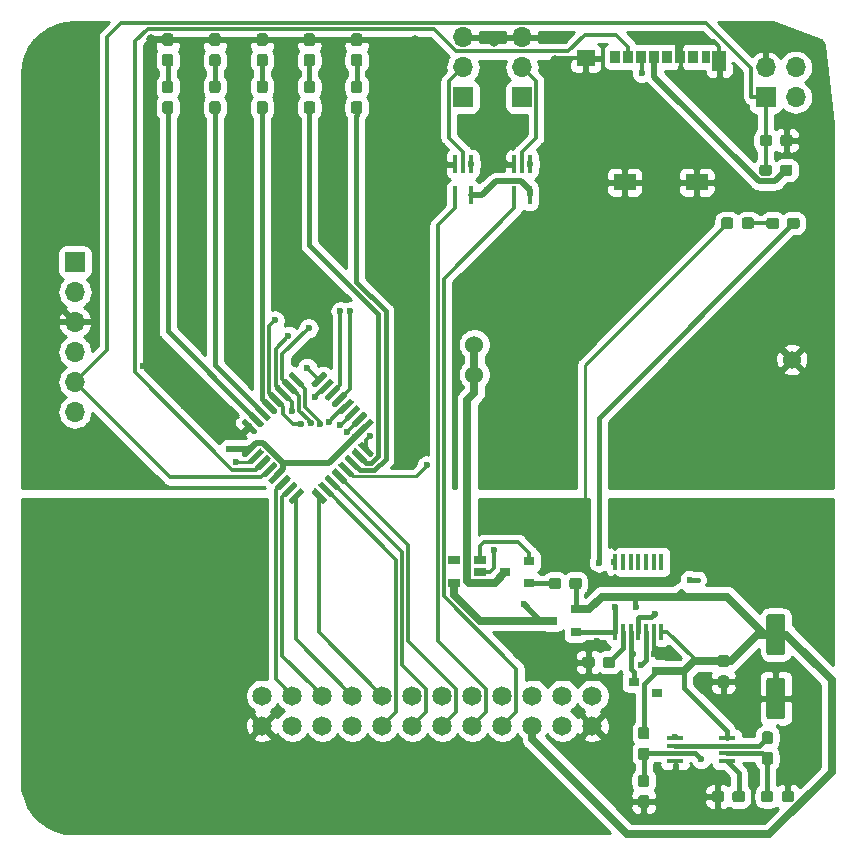
<source format=gbr>
%TF.GenerationSoftware,KiCad,Pcbnew,(5.1.4)-1*%
%TF.CreationDate,2020-12-20T21:21:52+02:00*%
%TF.ProjectId,Borta Dators,426f7274-6120-4446-9174-6f72732e6b69,rev?*%
%TF.SameCoordinates,Original*%
%TF.FileFunction,Copper,L1,Top*%
%TF.FilePolarity,Positive*%
%FSLAX46Y46*%
G04 Gerber Fmt 4.6, Leading zero omitted, Abs format (unit mm)*
G04 Created by KiCad (PCBNEW (5.1.4)-1) date 2020-12-20 21:21:52*
%MOMM*%
%LPD*%
G04 APERTURE LIST*
%TA.AperFunction,ComponentPad*%
%ADD10C,1.524000*%
%TD*%
%TA.AperFunction,ComponentPad*%
%ADD11C,1.640000*%
%TD*%
%TA.AperFunction,Conductor*%
%ADD12C,0.100000*%
%TD*%
%TA.AperFunction,SMDPad,CuDef*%
%ADD13C,1.600000*%
%TD*%
%TA.AperFunction,SMDPad,CuDef*%
%ADD14C,0.950000*%
%TD*%
%TA.AperFunction,ComponentPad*%
%ADD15R,1.700000X1.700000*%
%TD*%
%TA.AperFunction,ComponentPad*%
%ADD16O,1.700000X1.700000*%
%TD*%
%TA.AperFunction,SMDPad,CuDef*%
%ADD17R,0.750000X1.100000*%
%TD*%
%TA.AperFunction,SMDPad,CuDef*%
%ADD18R,0.850000X1.100000*%
%TD*%
%TA.AperFunction,SMDPad,CuDef*%
%ADD19R,1.170000X1.800000*%
%TD*%
%TA.AperFunction,SMDPad,CuDef*%
%ADD20R,1.550000X1.350000*%
%TD*%
%TA.AperFunction,SMDPad,CuDef*%
%ADD21R,1.900000X1.350000*%
%TD*%
%TA.AperFunction,SMDPad,CuDef*%
%ADD22R,0.400000X1.500000*%
%TD*%
%TA.AperFunction,SMDPad,CuDef*%
%ADD23R,0.900000X0.800000*%
%TD*%
%TA.AperFunction,SMDPad,CuDef*%
%ADD24R,1.450000X0.450000*%
%TD*%
%TA.AperFunction,SMDPad,CuDef*%
%ADD25R,0.450000X1.450000*%
%TD*%
%TA.AperFunction,SMDPad,CuDef*%
%ADD26C,0.500000*%
%TD*%
%TA.AperFunction,SMDPad,CuDef*%
%ADD27R,1.060000X0.650000*%
%TD*%
%TA.AperFunction,ViaPad*%
%ADD28C,0.600000*%
%TD*%
%TA.AperFunction,ViaPad*%
%ADD29C,0.800000*%
%TD*%
%TA.AperFunction,Conductor*%
%ADD30C,0.300000*%
%TD*%
%TA.AperFunction,Conductor*%
%ADD31C,0.250000*%
%TD*%
%TA.AperFunction,Conductor*%
%ADD32C,0.700000*%
%TD*%
%TA.AperFunction,Conductor*%
%ADD33C,0.400000*%
%TD*%
%TA.AperFunction,Conductor*%
%ADD34C,0.500000*%
%TD*%
%TA.AperFunction,Conductor*%
%ADD35C,0.254000*%
%TD*%
G04 APERTURE END LIST*
D10*
%TO.P,J4,1*%
%TO.N,Net-(J4-Pad1)*%
X118950000Y-80490000D03*
X118950000Y-77950000D03*
%TO.P,J4,2*%
%TO.N,/Float*%
X145850000Y-79220000D03*
%TD*%
D11*
%TO.P,J3,1*%
%TO.N,GND*%
X128970000Y-110222000D03*
%TO.P,J3,24*%
%TO.N,/CS*%
X128970000Y-107682000D03*
%TO.P,J3,2*%
%TO.N,Net-(J3-Pad2)*%
X126430000Y-110222000D03*
%TO.P,J3,23*%
%TO.N,/CS_MUX_ADDR3*%
X126430000Y-107682000D03*
%TO.P,J3,3*%
%TO.N,VDD*%
X123890000Y-110222000D03*
%TO.P,J3,22*%
%TO.N,/CS_MUX_ADDR2*%
X123890000Y-107682000D03*
%TO.P,J3,4*%
%TO.N,/Kamera_on_1*%
X121350000Y-110222000D03*
%TO.P,J3,21*%
%TO.N,/CS_MUX_ADDR1*%
X121350000Y-107682000D03*
%TO.P,J3,5*%
%TO.N,/Kamera_on_2*%
X118810000Y-110222000D03*
%TO.P,J3,20*%
%TO.N,/CLK*%
X118810000Y-107682000D03*
%TO.P,J3,6*%
%TO.N,/ADC0_BAT_V*%
X116270000Y-110222000D03*
%TO.P,J3,19*%
%TO.N,/MOSI*%
X116270000Y-107682000D03*
%TO.P,J3,7*%
%TO.N,/ADC1_FULL_A3V3*%
X113730000Y-110222000D03*
%TO.P,J3,18*%
%TO.N,/MISO*%
X113730000Y-107682000D03*
%TO.P,J3,8*%
%TO.N,/ADC4_FULL_A4V*%
X111190000Y-110222000D03*
%TO.P,J3,17*%
%TO.N,/RX*%
X111190000Y-107682000D03*
%TO.P,J3,9*%
%TO.N,Net-(J3-Pad9)*%
X108650000Y-110222000D03*
%TO.P,J3,16*%
%TO.N,/TX*%
X108650000Y-107682000D03*
%TO.P,J3,10*%
%TO.N,Net-(J3-Pad10)*%
X106110000Y-110222000D03*
%TO.P,J3,15*%
%TO.N,/Dedz_cont*%
X106110000Y-107682000D03*
%TO.P,J3,11*%
%TO.N,Net-(J3-Pad11)*%
X103570000Y-110222000D03*
%TO.P,J3,14*%
%TO.N,/Varsts_cont*%
X103570000Y-107682000D03*
%TO.P,J3,12*%
%TO.N,GND*%
X101030000Y-110222000D03*
%TO.P,J3,13*%
%TO.N,Net-(J3-Pad13)*%
X101030000Y-107682000D03*
%TD*%
D12*
%TO.N,VDD*%
%TO.C,C1*%
G36*
X145064504Y-100761204D02*
G01*
X145088773Y-100764804D01*
X145112571Y-100770765D01*
X145135671Y-100779030D01*
X145157849Y-100789520D01*
X145178893Y-100802133D01*
X145198598Y-100816747D01*
X145216777Y-100833223D01*
X145233253Y-100851402D01*
X145247867Y-100871107D01*
X145260480Y-100892151D01*
X145270970Y-100914329D01*
X145279235Y-100937429D01*
X145285196Y-100961227D01*
X145288796Y-100985496D01*
X145290000Y-101010000D01*
X145290000Y-104010000D01*
X145288796Y-104034504D01*
X145285196Y-104058773D01*
X145279235Y-104082571D01*
X145270970Y-104105671D01*
X145260480Y-104127849D01*
X145247867Y-104148893D01*
X145233253Y-104168598D01*
X145216777Y-104186777D01*
X145198598Y-104203253D01*
X145178893Y-104217867D01*
X145157849Y-104230480D01*
X145135671Y-104240970D01*
X145112571Y-104249235D01*
X145088773Y-104255196D01*
X145064504Y-104258796D01*
X145040000Y-104260000D01*
X143940000Y-104260000D01*
X143915496Y-104258796D01*
X143891227Y-104255196D01*
X143867429Y-104249235D01*
X143844329Y-104240970D01*
X143822151Y-104230480D01*
X143801107Y-104217867D01*
X143781402Y-104203253D01*
X143763223Y-104186777D01*
X143746747Y-104168598D01*
X143732133Y-104148893D01*
X143719520Y-104127849D01*
X143709030Y-104105671D01*
X143700765Y-104082571D01*
X143694804Y-104058773D01*
X143691204Y-104034504D01*
X143690000Y-104010000D01*
X143690000Y-101010000D01*
X143691204Y-100985496D01*
X143694804Y-100961227D01*
X143700765Y-100937429D01*
X143709030Y-100914329D01*
X143719520Y-100892151D01*
X143732133Y-100871107D01*
X143746747Y-100851402D01*
X143763223Y-100833223D01*
X143781402Y-100816747D01*
X143801107Y-100802133D01*
X143822151Y-100789520D01*
X143844329Y-100779030D01*
X143867429Y-100770765D01*
X143891227Y-100764804D01*
X143915496Y-100761204D01*
X143940000Y-100760000D01*
X145040000Y-100760000D01*
X145064504Y-100761204D01*
X145064504Y-100761204D01*
G37*
D13*
%TD*%
%TO.P,C1,1*%
%TO.N,VDD*%
X144490000Y-102510000D03*
D12*
%TO.N,GND*%
%TO.C,C1*%
G36*
X145064504Y-106161204D02*
G01*
X145088773Y-106164804D01*
X145112571Y-106170765D01*
X145135671Y-106179030D01*
X145157849Y-106189520D01*
X145178893Y-106202133D01*
X145198598Y-106216747D01*
X145216777Y-106233223D01*
X145233253Y-106251402D01*
X145247867Y-106271107D01*
X145260480Y-106292151D01*
X145270970Y-106314329D01*
X145279235Y-106337429D01*
X145285196Y-106361227D01*
X145288796Y-106385496D01*
X145290000Y-106410000D01*
X145290000Y-109410000D01*
X145288796Y-109434504D01*
X145285196Y-109458773D01*
X145279235Y-109482571D01*
X145270970Y-109505671D01*
X145260480Y-109527849D01*
X145247867Y-109548893D01*
X145233253Y-109568598D01*
X145216777Y-109586777D01*
X145198598Y-109603253D01*
X145178893Y-109617867D01*
X145157849Y-109630480D01*
X145135671Y-109640970D01*
X145112571Y-109649235D01*
X145088773Y-109655196D01*
X145064504Y-109658796D01*
X145040000Y-109660000D01*
X143940000Y-109660000D01*
X143915496Y-109658796D01*
X143891227Y-109655196D01*
X143867429Y-109649235D01*
X143844329Y-109640970D01*
X143822151Y-109630480D01*
X143801107Y-109617867D01*
X143781402Y-109603253D01*
X143763223Y-109586777D01*
X143746747Y-109568598D01*
X143732133Y-109548893D01*
X143719520Y-109527849D01*
X143709030Y-109505671D01*
X143700765Y-109482571D01*
X143694804Y-109458773D01*
X143691204Y-109434504D01*
X143690000Y-109410000D01*
X143690000Y-106410000D01*
X143691204Y-106385496D01*
X143694804Y-106361227D01*
X143700765Y-106337429D01*
X143709030Y-106314329D01*
X143719520Y-106292151D01*
X143732133Y-106271107D01*
X143746747Y-106251402D01*
X143763223Y-106233223D01*
X143781402Y-106216747D01*
X143801107Y-106202133D01*
X143822151Y-106189520D01*
X143844329Y-106179030D01*
X143867429Y-106170765D01*
X143891227Y-106164804D01*
X143915496Y-106161204D01*
X143940000Y-106160000D01*
X145040000Y-106160000D01*
X145064504Y-106161204D01*
X145064504Y-106161204D01*
G37*
D13*
%TD*%
%TO.P,C1,2*%
%TO.N,GND*%
X144490000Y-107910000D03*
D12*
%TO.N,GND*%
%TO.C,C2*%
G36*
X140310779Y-105971144D02*
G01*
X140333834Y-105974563D01*
X140356443Y-105980227D01*
X140378387Y-105988079D01*
X140399457Y-105998044D01*
X140419448Y-106010026D01*
X140438168Y-106023910D01*
X140455438Y-106039562D01*
X140471090Y-106056832D01*
X140484974Y-106075552D01*
X140496956Y-106095543D01*
X140506921Y-106116613D01*
X140514773Y-106138557D01*
X140520437Y-106161166D01*
X140523856Y-106184221D01*
X140525000Y-106207500D01*
X140525000Y-106782500D01*
X140523856Y-106805779D01*
X140520437Y-106828834D01*
X140514773Y-106851443D01*
X140506921Y-106873387D01*
X140496956Y-106894457D01*
X140484974Y-106914448D01*
X140471090Y-106933168D01*
X140455438Y-106950438D01*
X140438168Y-106966090D01*
X140419448Y-106979974D01*
X140399457Y-106991956D01*
X140378387Y-107001921D01*
X140356443Y-107009773D01*
X140333834Y-107015437D01*
X140310779Y-107018856D01*
X140287500Y-107020000D01*
X139812500Y-107020000D01*
X139789221Y-107018856D01*
X139766166Y-107015437D01*
X139743557Y-107009773D01*
X139721613Y-107001921D01*
X139700543Y-106991956D01*
X139680552Y-106979974D01*
X139661832Y-106966090D01*
X139644562Y-106950438D01*
X139628910Y-106933168D01*
X139615026Y-106914448D01*
X139603044Y-106894457D01*
X139593079Y-106873387D01*
X139585227Y-106851443D01*
X139579563Y-106828834D01*
X139576144Y-106805779D01*
X139575000Y-106782500D01*
X139575000Y-106207500D01*
X139576144Y-106184221D01*
X139579563Y-106161166D01*
X139585227Y-106138557D01*
X139593079Y-106116613D01*
X139603044Y-106095543D01*
X139615026Y-106075552D01*
X139628910Y-106056832D01*
X139644562Y-106039562D01*
X139661832Y-106023910D01*
X139680552Y-106010026D01*
X139700543Y-105998044D01*
X139721613Y-105988079D01*
X139743557Y-105980227D01*
X139766166Y-105974563D01*
X139789221Y-105971144D01*
X139812500Y-105970000D01*
X140287500Y-105970000D01*
X140310779Y-105971144D01*
X140310779Y-105971144D01*
G37*
D14*
%TD*%
%TO.P,C2,2*%
%TO.N,GND*%
X140050000Y-106495000D03*
D12*
%TO.N,VDD*%
%TO.C,C2*%
G36*
X140310779Y-104221144D02*
G01*
X140333834Y-104224563D01*
X140356443Y-104230227D01*
X140378387Y-104238079D01*
X140399457Y-104248044D01*
X140419448Y-104260026D01*
X140438168Y-104273910D01*
X140455438Y-104289562D01*
X140471090Y-104306832D01*
X140484974Y-104325552D01*
X140496956Y-104345543D01*
X140506921Y-104366613D01*
X140514773Y-104388557D01*
X140520437Y-104411166D01*
X140523856Y-104434221D01*
X140525000Y-104457500D01*
X140525000Y-105032500D01*
X140523856Y-105055779D01*
X140520437Y-105078834D01*
X140514773Y-105101443D01*
X140506921Y-105123387D01*
X140496956Y-105144457D01*
X140484974Y-105164448D01*
X140471090Y-105183168D01*
X140455438Y-105200438D01*
X140438168Y-105216090D01*
X140419448Y-105229974D01*
X140399457Y-105241956D01*
X140378387Y-105251921D01*
X140356443Y-105259773D01*
X140333834Y-105265437D01*
X140310779Y-105268856D01*
X140287500Y-105270000D01*
X139812500Y-105270000D01*
X139789221Y-105268856D01*
X139766166Y-105265437D01*
X139743557Y-105259773D01*
X139721613Y-105251921D01*
X139700543Y-105241956D01*
X139680552Y-105229974D01*
X139661832Y-105216090D01*
X139644562Y-105200438D01*
X139628910Y-105183168D01*
X139615026Y-105164448D01*
X139603044Y-105144457D01*
X139593079Y-105123387D01*
X139585227Y-105101443D01*
X139579563Y-105078834D01*
X139576144Y-105055779D01*
X139575000Y-105032500D01*
X139575000Y-104457500D01*
X139576144Y-104434221D01*
X139579563Y-104411166D01*
X139585227Y-104388557D01*
X139593079Y-104366613D01*
X139603044Y-104345543D01*
X139615026Y-104325552D01*
X139628910Y-104306832D01*
X139644562Y-104289562D01*
X139661832Y-104273910D01*
X139680552Y-104260026D01*
X139700543Y-104248044D01*
X139721613Y-104238079D01*
X139743557Y-104230227D01*
X139766166Y-104224563D01*
X139789221Y-104221144D01*
X139812500Y-104220000D01*
X140287500Y-104220000D01*
X140310779Y-104221144D01*
X140310779Y-104221144D01*
G37*
D14*
%TD*%
%TO.P,C2,1*%
%TO.N,VDD*%
X140050000Y-104745000D03*
D12*
%TO.N,/NRST*%
%TO.C,C4*%
G36*
X143955779Y-60196144D02*
G01*
X143978834Y-60199563D01*
X144001443Y-60205227D01*
X144023387Y-60213079D01*
X144044457Y-60223044D01*
X144064448Y-60235026D01*
X144083168Y-60248910D01*
X144100438Y-60264562D01*
X144116090Y-60281832D01*
X144129974Y-60300552D01*
X144141956Y-60320543D01*
X144151921Y-60341613D01*
X144159773Y-60363557D01*
X144165437Y-60386166D01*
X144168856Y-60409221D01*
X144170000Y-60432500D01*
X144170000Y-60907500D01*
X144168856Y-60930779D01*
X144165437Y-60953834D01*
X144159773Y-60976443D01*
X144151921Y-60998387D01*
X144141956Y-61019457D01*
X144129974Y-61039448D01*
X144116090Y-61058168D01*
X144100438Y-61075438D01*
X144083168Y-61091090D01*
X144064448Y-61104974D01*
X144044457Y-61116956D01*
X144023387Y-61126921D01*
X144001443Y-61134773D01*
X143978834Y-61140437D01*
X143955779Y-61143856D01*
X143932500Y-61145000D01*
X143357500Y-61145000D01*
X143334221Y-61143856D01*
X143311166Y-61140437D01*
X143288557Y-61134773D01*
X143266613Y-61126921D01*
X143245543Y-61116956D01*
X143225552Y-61104974D01*
X143206832Y-61091090D01*
X143189562Y-61075438D01*
X143173910Y-61058168D01*
X143160026Y-61039448D01*
X143148044Y-61019457D01*
X143138079Y-60998387D01*
X143130227Y-60976443D01*
X143124563Y-60953834D01*
X143121144Y-60930779D01*
X143120000Y-60907500D01*
X143120000Y-60432500D01*
X143121144Y-60409221D01*
X143124563Y-60386166D01*
X143130227Y-60363557D01*
X143138079Y-60341613D01*
X143148044Y-60320543D01*
X143160026Y-60300552D01*
X143173910Y-60281832D01*
X143189562Y-60264562D01*
X143206832Y-60248910D01*
X143225552Y-60235026D01*
X143245543Y-60223044D01*
X143266613Y-60213079D01*
X143288557Y-60205227D01*
X143311166Y-60199563D01*
X143334221Y-60196144D01*
X143357500Y-60195000D01*
X143932500Y-60195000D01*
X143955779Y-60196144D01*
X143955779Y-60196144D01*
G37*
D14*
%TD*%
%TO.P,C4,2*%
%TO.N,/NRST*%
X143645000Y-60670000D03*
D12*
%TO.N,/Float*%
%TO.C,C4*%
G36*
X145705779Y-60196144D02*
G01*
X145728834Y-60199563D01*
X145751443Y-60205227D01*
X145773387Y-60213079D01*
X145794457Y-60223044D01*
X145814448Y-60235026D01*
X145833168Y-60248910D01*
X145850438Y-60264562D01*
X145866090Y-60281832D01*
X145879974Y-60300552D01*
X145891956Y-60320543D01*
X145901921Y-60341613D01*
X145909773Y-60363557D01*
X145915437Y-60386166D01*
X145918856Y-60409221D01*
X145920000Y-60432500D01*
X145920000Y-60907500D01*
X145918856Y-60930779D01*
X145915437Y-60953834D01*
X145909773Y-60976443D01*
X145901921Y-60998387D01*
X145891956Y-61019457D01*
X145879974Y-61039448D01*
X145866090Y-61058168D01*
X145850438Y-61075438D01*
X145833168Y-61091090D01*
X145814448Y-61104974D01*
X145794457Y-61116956D01*
X145773387Y-61126921D01*
X145751443Y-61134773D01*
X145728834Y-61140437D01*
X145705779Y-61143856D01*
X145682500Y-61145000D01*
X145107500Y-61145000D01*
X145084221Y-61143856D01*
X145061166Y-61140437D01*
X145038557Y-61134773D01*
X145016613Y-61126921D01*
X144995543Y-61116956D01*
X144975552Y-61104974D01*
X144956832Y-61091090D01*
X144939562Y-61075438D01*
X144923910Y-61058168D01*
X144910026Y-61039448D01*
X144898044Y-61019457D01*
X144888079Y-60998387D01*
X144880227Y-60976443D01*
X144874563Y-60953834D01*
X144871144Y-60930779D01*
X144870000Y-60907500D01*
X144870000Y-60432500D01*
X144871144Y-60409221D01*
X144874563Y-60386166D01*
X144880227Y-60363557D01*
X144888079Y-60341613D01*
X144898044Y-60320543D01*
X144910026Y-60300552D01*
X144923910Y-60281832D01*
X144939562Y-60264562D01*
X144956832Y-60248910D01*
X144975552Y-60235026D01*
X144995543Y-60223044D01*
X145016613Y-60213079D01*
X145038557Y-60205227D01*
X145061166Y-60199563D01*
X145084221Y-60196144D01*
X145107500Y-60195000D01*
X145682500Y-60195000D01*
X145705779Y-60196144D01*
X145705779Y-60196144D01*
G37*
D14*
%TD*%
%TO.P,C4,1*%
%TO.N,/Float*%
X145395000Y-60670000D03*
D12*
%TO.N,/Float*%
%TO.C,D1*%
G36*
X93260779Y-51601144D02*
G01*
X93283834Y-51604563D01*
X93306443Y-51610227D01*
X93328387Y-51618079D01*
X93349457Y-51628044D01*
X93369448Y-51640026D01*
X93388168Y-51653910D01*
X93405438Y-51669562D01*
X93421090Y-51686832D01*
X93434974Y-51705552D01*
X93446956Y-51725543D01*
X93456921Y-51746613D01*
X93464773Y-51768557D01*
X93470437Y-51791166D01*
X93473856Y-51814221D01*
X93475000Y-51837500D01*
X93475000Y-52412500D01*
X93473856Y-52435779D01*
X93470437Y-52458834D01*
X93464773Y-52481443D01*
X93456921Y-52503387D01*
X93446956Y-52524457D01*
X93434974Y-52544448D01*
X93421090Y-52563168D01*
X93405438Y-52580438D01*
X93388168Y-52596090D01*
X93369448Y-52609974D01*
X93349457Y-52621956D01*
X93328387Y-52631921D01*
X93306443Y-52639773D01*
X93283834Y-52645437D01*
X93260779Y-52648856D01*
X93237500Y-52650000D01*
X92762500Y-52650000D01*
X92739221Y-52648856D01*
X92716166Y-52645437D01*
X92693557Y-52639773D01*
X92671613Y-52631921D01*
X92650543Y-52621956D01*
X92630552Y-52609974D01*
X92611832Y-52596090D01*
X92594562Y-52580438D01*
X92578910Y-52563168D01*
X92565026Y-52544448D01*
X92553044Y-52524457D01*
X92543079Y-52503387D01*
X92535227Y-52481443D01*
X92529563Y-52458834D01*
X92526144Y-52435779D01*
X92525000Y-52412500D01*
X92525000Y-51837500D01*
X92526144Y-51814221D01*
X92529563Y-51791166D01*
X92535227Y-51768557D01*
X92543079Y-51746613D01*
X92553044Y-51725543D01*
X92565026Y-51705552D01*
X92578910Y-51686832D01*
X92594562Y-51669562D01*
X92611832Y-51653910D01*
X92630552Y-51640026D01*
X92650543Y-51628044D01*
X92671613Y-51618079D01*
X92693557Y-51610227D01*
X92716166Y-51604563D01*
X92739221Y-51601144D01*
X92762500Y-51600000D01*
X93237500Y-51600000D01*
X93260779Y-51601144D01*
X93260779Y-51601144D01*
G37*
D14*
%TD*%
%TO.P,D1,1*%
%TO.N,/Float*%
X93000000Y-52125000D03*
D12*
%TO.N,Net-(D1-Pad2)*%
%TO.C,D1*%
G36*
X93260779Y-53351144D02*
G01*
X93283834Y-53354563D01*
X93306443Y-53360227D01*
X93328387Y-53368079D01*
X93349457Y-53378044D01*
X93369448Y-53390026D01*
X93388168Y-53403910D01*
X93405438Y-53419562D01*
X93421090Y-53436832D01*
X93434974Y-53455552D01*
X93446956Y-53475543D01*
X93456921Y-53496613D01*
X93464773Y-53518557D01*
X93470437Y-53541166D01*
X93473856Y-53564221D01*
X93475000Y-53587500D01*
X93475000Y-54162500D01*
X93473856Y-54185779D01*
X93470437Y-54208834D01*
X93464773Y-54231443D01*
X93456921Y-54253387D01*
X93446956Y-54274457D01*
X93434974Y-54294448D01*
X93421090Y-54313168D01*
X93405438Y-54330438D01*
X93388168Y-54346090D01*
X93369448Y-54359974D01*
X93349457Y-54371956D01*
X93328387Y-54381921D01*
X93306443Y-54389773D01*
X93283834Y-54395437D01*
X93260779Y-54398856D01*
X93237500Y-54400000D01*
X92762500Y-54400000D01*
X92739221Y-54398856D01*
X92716166Y-54395437D01*
X92693557Y-54389773D01*
X92671613Y-54381921D01*
X92650543Y-54371956D01*
X92630552Y-54359974D01*
X92611832Y-54346090D01*
X92594562Y-54330438D01*
X92578910Y-54313168D01*
X92565026Y-54294448D01*
X92553044Y-54274457D01*
X92543079Y-54253387D01*
X92535227Y-54231443D01*
X92529563Y-54208834D01*
X92526144Y-54185779D01*
X92525000Y-54162500D01*
X92525000Y-53587500D01*
X92526144Y-53564221D01*
X92529563Y-53541166D01*
X92535227Y-53518557D01*
X92543079Y-53496613D01*
X92553044Y-53475543D01*
X92565026Y-53455552D01*
X92578910Y-53436832D01*
X92594562Y-53419562D01*
X92611832Y-53403910D01*
X92630552Y-53390026D01*
X92650543Y-53378044D01*
X92671613Y-53368079D01*
X92693557Y-53360227D01*
X92716166Y-53354563D01*
X92739221Y-53351144D01*
X92762500Y-53350000D01*
X93237500Y-53350000D01*
X93260779Y-53351144D01*
X93260779Y-53351144D01*
G37*
D14*
%TD*%
%TO.P,D1,2*%
%TO.N,Net-(D1-Pad2)*%
X93000000Y-53875000D03*
D12*
%TO.N,Net-(D2-Pad2)*%
%TO.C,D2*%
G36*
X97260779Y-53351144D02*
G01*
X97283834Y-53354563D01*
X97306443Y-53360227D01*
X97328387Y-53368079D01*
X97349457Y-53378044D01*
X97369448Y-53390026D01*
X97388168Y-53403910D01*
X97405438Y-53419562D01*
X97421090Y-53436832D01*
X97434974Y-53455552D01*
X97446956Y-53475543D01*
X97456921Y-53496613D01*
X97464773Y-53518557D01*
X97470437Y-53541166D01*
X97473856Y-53564221D01*
X97475000Y-53587500D01*
X97475000Y-54162500D01*
X97473856Y-54185779D01*
X97470437Y-54208834D01*
X97464773Y-54231443D01*
X97456921Y-54253387D01*
X97446956Y-54274457D01*
X97434974Y-54294448D01*
X97421090Y-54313168D01*
X97405438Y-54330438D01*
X97388168Y-54346090D01*
X97369448Y-54359974D01*
X97349457Y-54371956D01*
X97328387Y-54381921D01*
X97306443Y-54389773D01*
X97283834Y-54395437D01*
X97260779Y-54398856D01*
X97237500Y-54400000D01*
X96762500Y-54400000D01*
X96739221Y-54398856D01*
X96716166Y-54395437D01*
X96693557Y-54389773D01*
X96671613Y-54381921D01*
X96650543Y-54371956D01*
X96630552Y-54359974D01*
X96611832Y-54346090D01*
X96594562Y-54330438D01*
X96578910Y-54313168D01*
X96565026Y-54294448D01*
X96553044Y-54274457D01*
X96543079Y-54253387D01*
X96535227Y-54231443D01*
X96529563Y-54208834D01*
X96526144Y-54185779D01*
X96525000Y-54162500D01*
X96525000Y-53587500D01*
X96526144Y-53564221D01*
X96529563Y-53541166D01*
X96535227Y-53518557D01*
X96543079Y-53496613D01*
X96553044Y-53475543D01*
X96565026Y-53455552D01*
X96578910Y-53436832D01*
X96594562Y-53419562D01*
X96611832Y-53403910D01*
X96630552Y-53390026D01*
X96650543Y-53378044D01*
X96671613Y-53368079D01*
X96693557Y-53360227D01*
X96716166Y-53354563D01*
X96739221Y-53351144D01*
X96762500Y-53350000D01*
X97237500Y-53350000D01*
X97260779Y-53351144D01*
X97260779Y-53351144D01*
G37*
D14*
%TD*%
%TO.P,D2,2*%
%TO.N,Net-(D2-Pad2)*%
X97000000Y-53875000D03*
D12*
%TO.N,/Float*%
%TO.C,D2*%
G36*
X97260779Y-51601144D02*
G01*
X97283834Y-51604563D01*
X97306443Y-51610227D01*
X97328387Y-51618079D01*
X97349457Y-51628044D01*
X97369448Y-51640026D01*
X97388168Y-51653910D01*
X97405438Y-51669562D01*
X97421090Y-51686832D01*
X97434974Y-51705552D01*
X97446956Y-51725543D01*
X97456921Y-51746613D01*
X97464773Y-51768557D01*
X97470437Y-51791166D01*
X97473856Y-51814221D01*
X97475000Y-51837500D01*
X97475000Y-52412500D01*
X97473856Y-52435779D01*
X97470437Y-52458834D01*
X97464773Y-52481443D01*
X97456921Y-52503387D01*
X97446956Y-52524457D01*
X97434974Y-52544448D01*
X97421090Y-52563168D01*
X97405438Y-52580438D01*
X97388168Y-52596090D01*
X97369448Y-52609974D01*
X97349457Y-52621956D01*
X97328387Y-52631921D01*
X97306443Y-52639773D01*
X97283834Y-52645437D01*
X97260779Y-52648856D01*
X97237500Y-52650000D01*
X96762500Y-52650000D01*
X96739221Y-52648856D01*
X96716166Y-52645437D01*
X96693557Y-52639773D01*
X96671613Y-52631921D01*
X96650543Y-52621956D01*
X96630552Y-52609974D01*
X96611832Y-52596090D01*
X96594562Y-52580438D01*
X96578910Y-52563168D01*
X96565026Y-52544448D01*
X96553044Y-52524457D01*
X96543079Y-52503387D01*
X96535227Y-52481443D01*
X96529563Y-52458834D01*
X96526144Y-52435779D01*
X96525000Y-52412500D01*
X96525000Y-51837500D01*
X96526144Y-51814221D01*
X96529563Y-51791166D01*
X96535227Y-51768557D01*
X96543079Y-51746613D01*
X96553044Y-51725543D01*
X96565026Y-51705552D01*
X96578910Y-51686832D01*
X96594562Y-51669562D01*
X96611832Y-51653910D01*
X96630552Y-51640026D01*
X96650543Y-51628044D01*
X96671613Y-51618079D01*
X96693557Y-51610227D01*
X96716166Y-51604563D01*
X96739221Y-51601144D01*
X96762500Y-51600000D01*
X97237500Y-51600000D01*
X97260779Y-51601144D01*
X97260779Y-51601144D01*
G37*
D14*
%TD*%
%TO.P,D2,1*%
%TO.N,/Float*%
X97000000Y-52125000D03*
D12*
%TO.N,/Float*%
%TO.C,D3*%
G36*
X101260779Y-51601144D02*
G01*
X101283834Y-51604563D01*
X101306443Y-51610227D01*
X101328387Y-51618079D01*
X101349457Y-51628044D01*
X101369448Y-51640026D01*
X101388168Y-51653910D01*
X101405438Y-51669562D01*
X101421090Y-51686832D01*
X101434974Y-51705552D01*
X101446956Y-51725543D01*
X101456921Y-51746613D01*
X101464773Y-51768557D01*
X101470437Y-51791166D01*
X101473856Y-51814221D01*
X101475000Y-51837500D01*
X101475000Y-52412500D01*
X101473856Y-52435779D01*
X101470437Y-52458834D01*
X101464773Y-52481443D01*
X101456921Y-52503387D01*
X101446956Y-52524457D01*
X101434974Y-52544448D01*
X101421090Y-52563168D01*
X101405438Y-52580438D01*
X101388168Y-52596090D01*
X101369448Y-52609974D01*
X101349457Y-52621956D01*
X101328387Y-52631921D01*
X101306443Y-52639773D01*
X101283834Y-52645437D01*
X101260779Y-52648856D01*
X101237500Y-52650000D01*
X100762500Y-52650000D01*
X100739221Y-52648856D01*
X100716166Y-52645437D01*
X100693557Y-52639773D01*
X100671613Y-52631921D01*
X100650543Y-52621956D01*
X100630552Y-52609974D01*
X100611832Y-52596090D01*
X100594562Y-52580438D01*
X100578910Y-52563168D01*
X100565026Y-52544448D01*
X100553044Y-52524457D01*
X100543079Y-52503387D01*
X100535227Y-52481443D01*
X100529563Y-52458834D01*
X100526144Y-52435779D01*
X100525000Y-52412500D01*
X100525000Y-51837500D01*
X100526144Y-51814221D01*
X100529563Y-51791166D01*
X100535227Y-51768557D01*
X100543079Y-51746613D01*
X100553044Y-51725543D01*
X100565026Y-51705552D01*
X100578910Y-51686832D01*
X100594562Y-51669562D01*
X100611832Y-51653910D01*
X100630552Y-51640026D01*
X100650543Y-51628044D01*
X100671613Y-51618079D01*
X100693557Y-51610227D01*
X100716166Y-51604563D01*
X100739221Y-51601144D01*
X100762500Y-51600000D01*
X101237500Y-51600000D01*
X101260779Y-51601144D01*
X101260779Y-51601144D01*
G37*
D14*
%TD*%
%TO.P,D3,1*%
%TO.N,/Float*%
X101000000Y-52125000D03*
D12*
%TO.N,Net-(D3-Pad2)*%
%TO.C,D3*%
G36*
X101260779Y-53351144D02*
G01*
X101283834Y-53354563D01*
X101306443Y-53360227D01*
X101328387Y-53368079D01*
X101349457Y-53378044D01*
X101369448Y-53390026D01*
X101388168Y-53403910D01*
X101405438Y-53419562D01*
X101421090Y-53436832D01*
X101434974Y-53455552D01*
X101446956Y-53475543D01*
X101456921Y-53496613D01*
X101464773Y-53518557D01*
X101470437Y-53541166D01*
X101473856Y-53564221D01*
X101475000Y-53587500D01*
X101475000Y-54162500D01*
X101473856Y-54185779D01*
X101470437Y-54208834D01*
X101464773Y-54231443D01*
X101456921Y-54253387D01*
X101446956Y-54274457D01*
X101434974Y-54294448D01*
X101421090Y-54313168D01*
X101405438Y-54330438D01*
X101388168Y-54346090D01*
X101369448Y-54359974D01*
X101349457Y-54371956D01*
X101328387Y-54381921D01*
X101306443Y-54389773D01*
X101283834Y-54395437D01*
X101260779Y-54398856D01*
X101237500Y-54400000D01*
X100762500Y-54400000D01*
X100739221Y-54398856D01*
X100716166Y-54395437D01*
X100693557Y-54389773D01*
X100671613Y-54381921D01*
X100650543Y-54371956D01*
X100630552Y-54359974D01*
X100611832Y-54346090D01*
X100594562Y-54330438D01*
X100578910Y-54313168D01*
X100565026Y-54294448D01*
X100553044Y-54274457D01*
X100543079Y-54253387D01*
X100535227Y-54231443D01*
X100529563Y-54208834D01*
X100526144Y-54185779D01*
X100525000Y-54162500D01*
X100525000Y-53587500D01*
X100526144Y-53564221D01*
X100529563Y-53541166D01*
X100535227Y-53518557D01*
X100543079Y-53496613D01*
X100553044Y-53475543D01*
X100565026Y-53455552D01*
X100578910Y-53436832D01*
X100594562Y-53419562D01*
X100611832Y-53403910D01*
X100630552Y-53390026D01*
X100650543Y-53378044D01*
X100671613Y-53368079D01*
X100693557Y-53360227D01*
X100716166Y-53354563D01*
X100739221Y-53351144D01*
X100762500Y-53350000D01*
X101237500Y-53350000D01*
X101260779Y-53351144D01*
X101260779Y-53351144D01*
G37*
D14*
%TD*%
%TO.P,D3,2*%
%TO.N,Net-(D3-Pad2)*%
X101000000Y-53875000D03*
D12*
%TO.N,Net-(D4-Pad2)*%
%TO.C,D4*%
G36*
X105260779Y-53351144D02*
G01*
X105283834Y-53354563D01*
X105306443Y-53360227D01*
X105328387Y-53368079D01*
X105349457Y-53378044D01*
X105369448Y-53390026D01*
X105388168Y-53403910D01*
X105405438Y-53419562D01*
X105421090Y-53436832D01*
X105434974Y-53455552D01*
X105446956Y-53475543D01*
X105456921Y-53496613D01*
X105464773Y-53518557D01*
X105470437Y-53541166D01*
X105473856Y-53564221D01*
X105475000Y-53587500D01*
X105475000Y-54162500D01*
X105473856Y-54185779D01*
X105470437Y-54208834D01*
X105464773Y-54231443D01*
X105456921Y-54253387D01*
X105446956Y-54274457D01*
X105434974Y-54294448D01*
X105421090Y-54313168D01*
X105405438Y-54330438D01*
X105388168Y-54346090D01*
X105369448Y-54359974D01*
X105349457Y-54371956D01*
X105328387Y-54381921D01*
X105306443Y-54389773D01*
X105283834Y-54395437D01*
X105260779Y-54398856D01*
X105237500Y-54400000D01*
X104762500Y-54400000D01*
X104739221Y-54398856D01*
X104716166Y-54395437D01*
X104693557Y-54389773D01*
X104671613Y-54381921D01*
X104650543Y-54371956D01*
X104630552Y-54359974D01*
X104611832Y-54346090D01*
X104594562Y-54330438D01*
X104578910Y-54313168D01*
X104565026Y-54294448D01*
X104553044Y-54274457D01*
X104543079Y-54253387D01*
X104535227Y-54231443D01*
X104529563Y-54208834D01*
X104526144Y-54185779D01*
X104525000Y-54162500D01*
X104525000Y-53587500D01*
X104526144Y-53564221D01*
X104529563Y-53541166D01*
X104535227Y-53518557D01*
X104543079Y-53496613D01*
X104553044Y-53475543D01*
X104565026Y-53455552D01*
X104578910Y-53436832D01*
X104594562Y-53419562D01*
X104611832Y-53403910D01*
X104630552Y-53390026D01*
X104650543Y-53378044D01*
X104671613Y-53368079D01*
X104693557Y-53360227D01*
X104716166Y-53354563D01*
X104739221Y-53351144D01*
X104762500Y-53350000D01*
X105237500Y-53350000D01*
X105260779Y-53351144D01*
X105260779Y-53351144D01*
G37*
D14*
%TD*%
%TO.P,D4,2*%
%TO.N,Net-(D4-Pad2)*%
X105000000Y-53875000D03*
D12*
%TO.N,/Float*%
%TO.C,D4*%
G36*
X105260779Y-51601144D02*
G01*
X105283834Y-51604563D01*
X105306443Y-51610227D01*
X105328387Y-51618079D01*
X105349457Y-51628044D01*
X105369448Y-51640026D01*
X105388168Y-51653910D01*
X105405438Y-51669562D01*
X105421090Y-51686832D01*
X105434974Y-51705552D01*
X105446956Y-51725543D01*
X105456921Y-51746613D01*
X105464773Y-51768557D01*
X105470437Y-51791166D01*
X105473856Y-51814221D01*
X105475000Y-51837500D01*
X105475000Y-52412500D01*
X105473856Y-52435779D01*
X105470437Y-52458834D01*
X105464773Y-52481443D01*
X105456921Y-52503387D01*
X105446956Y-52524457D01*
X105434974Y-52544448D01*
X105421090Y-52563168D01*
X105405438Y-52580438D01*
X105388168Y-52596090D01*
X105369448Y-52609974D01*
X105349457Y-52621956D01*
X105328387Y-52631921D01*
X105306443Y-52639773D01*
X105283834Y-52645437D01*
X105260779Y-52648856D01*
X105237500Y-52650000D01*
X104762500Y-52650000D01*
X104739221Y-52648856D01*
X104716166Y-52645437D01*
X104693557Y-52639773D01*
X104671613Y-52631921D01*
X104650543Y-52621956D01*
X104630552Y-52609974D01*
X104611832Y-52596090D01*
X104594562Y-52580438D01*
X104578910Y-52563168D01*
X104565026Y-52544448D01*
X104553044Y-52524457D01*
X104543079Y-52503387D01*
X104535227Y-52481443D01*
X104529563Y-52458834D01*
X104526144Y-52435779D01*
X104525000Y-52412500D01*
X104525000Y-51837500D01*
X104526144Y-51814221D01*
X104529563Y-51791166D01*
X104535227Y-51768557D01*
X104543079Y-51746613D01*
X104553044Y-51725543D01*
X104565026Y-51705552D01*
X104578910Y-51686832D01*
X104594562Y-51669562D01*
X104611832Y-51653910D01*
X104630552Y-51640026D01*
X104650543Y-51628044D01*
X104671613Y-51618079D01*
X104693557Y-51610227D01*
X104716166Y-51604563D01*
X104739221Y-51601144D01*
X104762500Y-51600000D01*
X105237500Y-51600000D01*
X105260779Y-51601144D01*
X105260779Y-51601144D01*
G37*
D14*
%TD*%
%TO.P,D4,1*%
%TO.N,/Float*%
X105000000Y-52125000D03*
D12*
%TO.N,/Float*%
%TO.C,D5*%
G36*
X109260779Y-51601144D02*
G01*
X109283834Y-51604563D01*
X109306443Y-51610227D01*
X109328387Y-51618079D01*
X109349457Y-51628044D01*
X109369448Y-51640026D01*
X109388168Y-51653910D01*
X109405438Y-51669562D01*
X109421090Y-51686832D01*
X109434974Y-51705552D01*
X109446956Y-51725543D01*
X109456921Y-51746613D01*
X109464773Y-51768557D01*
X109470437Y-51791166D01*
X109473856Y-51814221D01*
X109475000Y-51837500D01*
X109475000Y-52412500D01*
X109473856Y-52435779D01*
X109470437Y-52458834D01*
X109464773Y-52481443D01*
X109456921Y-52503387D01*
X109446956Y-52524457D01*
X109434974Y-52544448D01*
X109421090Y-52563168D01*
X109405438Y-52580438D01*
X109388168Y-52596090D01*
X109369448Y-52609974D01*
X109349457Y-52621956D01*
X109328387Y-52631921D01*
X109306443Y-52639773D01*
X109283834Y-52645437D01*
X109260779Y-52648856D01*
X109237500Y-52650000D01*
X108762500Y-52650000D01*
X108739221Y-52648856D01*
X108716166Y-52645437D01*
X108693557Y-52639773D01*
X108671613Y-52631921D01*
X108650543Y-52621956D01*
X108630552Y-52609974D01*
X108611832Y-52596090D01*
X108594562Y-52580438D01*
X108578910Y-52563168D01*
X108565026Y-52544448D01*
X108553044Y-52524457D01*
X108543079Y-52503387D01*
X108535227Y-52481443D01*
X108529563Y-52458834D01*
X108526144Y-52435779D01*
X108525000Y-52412500D01*
X108525000Y-51837500D01*
X108526144Y-51814221D01*
X108529563Y-51791166D01*
X108535227Y-51768557D01*
X108543079Y-51746613D01*
X108553044Y-51725543D01*
X108565026Y-51705552D01*
X108578910Y-51686832D01*
X108594562Y-51669562D01*
X108611832Y-51653910D01*
X108630552Y-51640026D01*
X108650543Y-51628044D01*
X108671613Y-51618079D01*
X108693557Y-51610227D01*
X108716166Y-51604563D01*
X108739221Y-51601144D01*
X108762500Y-51600000D01*
X109237500Y-51600000D01*
X109260779Y-51601144D01*
X109260779Y-51601144D01*
G37*
D14*
%TD*%
%TO.P,D5,1*%
%TO.N,/Float*%
X109000000Y-52125000D03*
D12*
%TO.N,Net-(D5-Pad2)*%
%TO.C,D5*%
G36*
X109260779Y-53351144D02*
G01*
X109283834Y-53354563D01*
X109306443Y-53360227D01*
X109328387Y-53368079D01*
X109349457Y-53378044D01*
X109369448Y-53390026D01*
X109388168Y-53403910D01*
X109405438Y-53419562D01*
X109421090Y-53436832D01*
X109434974Y-53455552D01*
X109446956Y-53475543D01*
X109456921Y-53496613D01*
X109464773Y-53518557D01*
X109470437Y-53541166D01*
X109473856Y-53564221D01*
X109475000Y-53587500D01*
X109475000Y-54162500D01*
X109473856Y-54185779D01*
X109470437Y-54208834D01*
X109464773Y-54231443D01*
X109456921Y-54253387D01*
X109446956Y-54274457D01*
X109434974Y-54294448D01*
X109421090Y-54313168D01*
X109405438Y-54330438D01*
X109388168Y-54346090D01*
X109369448Y-54359974D01*
X109349457Y-54371956D01*
X109328387Y-54381921D01*
X109306443Y-54389773D01*
X109283834Y-54395437D01*
X109260779Y-54398856D01*
X109237500Y-54400000D01*
X108762500Y-54400000D01*
X108739221Y-54398856D01*
X108716166Y-54395437D01*
X108693557Y-54389773D01*
X108671613Y-54381921D01*
X108650543Y-54371956D01*
X108630552Y-54359974D01*
X108611832Y-54346090D01*
X108594562Y-54330438D01*
X108578910Y-54313168D01*
X108565026Y-54294448D01*
X108553044Y-54274457D01*
X108543079Y-54253387D01*
X108535227Y-54231443D01*
X108529563Y-54208834D01*
X108526144Y-54185779D01*
X108525000Y-54162500D01*
X108525000Y-53587500D01*
X108526144Y-53564221D01*
X108529563Y-53541166D01*
X108535227Y-53518557D01*
X108543079Y-53496613D01*
X108553044Y-53475543D01*
X108565026Y-53455552D01*
X108578910Y-53436832D01*
X108594562Y-53419562D01*
X108611832Y-53403910D01*
X108630552Y-53390026D01*
X108650543Y-53378044D01*
X108671613Y-53368079D01*
X108693557Y-53360227D01*
X108716166Y-53354563D01*
X108739221Y-53351144D01*
X108762500Y-53350000D01*
X109237500Y-53350000D01*
X109260779Y-53351144D01*
X109260779Y-53351144D01*
G37*
D14*
%TD*%
%TO.P,D5,2*%
%TO.N,Net-(D5-Pad2)*%
X109000000Y-53875000D03*
D12*
%TO.N,Net-(D8-Pad1)*%
%TO.C,D8*%
G36*
X144535779Y-67206144D02*
G01*
X144558834Y-67209563D01*
X144581443Y-67215227D01*
X144603387Y-67223079D01*
X144624457Y-67233044D01*
X144644448Y-67245026D01*
X144663168Y-67258910D01*
X144680438Y-67274562D01*
X144696090Y-67291832D01*
X144709974Y-67310552D01*
X144721956Y-67330543D01*
X144731921Y-67351613D01*
X144739773Y-67373557D01*
X144745437Y-67396166D01*
X144748856Y-67419221D01*
X144750000Y-67442500D01*
X144750000Y-67917500D01*
X144748856Y-67940779D01*
X144745437Y-67963834D01*
X144739773Y-67986443D01*
X144731921Y-68008387D01*
X144721956Y-68029457D01*
X144709974Y-68049448D01*
X144696090Y-68068168D01*
X144680438Y-68085438D01*
X144663168Y-68101090D01*
X144644448Y-68114974D01*
X144624457Y-68126956D01*
X144603387Y-68136921D01*
X144581443Y-68144773D01*
X144558834Y-68150437D01*
X144535779Y-68153856D01*
X144512500Y-68155000D01*
X143937500Y-68155000D01*
X143914221Y-68153856D01*
X143891166Y-68150437D01*
X143868557Y-68144773D01*
X143846613Y-68136921D01*
X143825543Y-68126956D01*
X143805552Y-68114974D01*
X143786832Y-68101090D01*
X143769562Y-68085438D01*
X143753910Y-68068168D01*
X143740026Y-68049448D01*
X143728044Y-68029457D01*
X143718079Y-68008387D01*
X143710227Y-67986443D01*
X143704563Y-67963834D01*
X143701144Y-67940779D01*
X143700000Y-67917500D01*
X143700000Y-67442500D01*
X143701144Y-67419221D01*
X143704563Y-67396166D01*
X143710227Y-67373557D01*
X143718079Y-67351613D01*
X143728044Y-67330543D01*
X143740026Y-67310552D01*
X143753910Y-67291832D01*
X143769562Y-67274562D01*
X143786832Y-67258910D01*
X143805552Y-67245026D01*
X143825543Y-67233044D01*
X143846613Y-67223079D01*
X143868557Y-67215227D01*
X143891166Y-67209563D01*
X143914221Y-67206144D01*
X143937500Y-67205000D01*
X144512500Y-67205000D01*
X144535779Y-67206144D01*
X144535779Y-67206144D01*
G37*
D14*
%TD*%
%TO.P,D8,1*%
%TO.N,Net-(D8-Pad1)*%
X144225000Y-67680000D03*
D12*
%TO.N,/Trigger_state*%
%TO.C,D8*%
G36*
X146285779Y-67206144D02*
G01*
X146308834Y-67209563D01*
X146331443Y-67215227D01*
X146353387Y-67223079D01*
X146374457Y-67233044D01*
X146394448Y-67245026D01*
X146413168Y-67258910D01*
X146430438Y-67274562D01*
X146446090Y-67291832D01*
X146459974Y-67310552D01*
X146471956Y-67330543D01*
X146481921Y-67351613D01*
X146489773Y-67373557D01*
X146495437Y-67396166D01*
X146498856Y-67419221D01*
X146500000Y-67442500D01*
X146500000Y-67917500D01*
X146498856Y-67940779D01*
X146495437Y-67963834D01*
X146489773Y-67986443D01*
X146481921Y-68008387D01*
X146471956Y-68029457D01*
X146459974Y-68049448D01*
X146446090Y-68068168D01*
X146430438Y-68085438D01*
X146413168Y-68101090D01*
X146394448Y-68114974D01*
X146374457Y-68126956D01*
X146353387Y-68136921D01*
X146331443Y-68144773D01*
X146308834Y-68150437D01*
X146285779Y-68153856D01*
X146262500Y-68155000D01*
X145687500Y-68155000D01*
X145664221Y-68153856D01*
X145641166Y-68150437D01*
X145618557Y-68144773D01*
X145596613Y-68136921D01*
X145575543Y-68126956D01*
X145555552Y-68114974D01*
X145536832Y-68101090D01*
X145519562Y-68085438D01*
X145503910Y-68068168D01*
X145490026Y-68049448D01*
X145478044Y-68029457D01*
X145468079Y-68008387D01*
X145460227Y-67986443D01*
X145454563Y-67963834D01*
X145451144Y-67940779D01*
X145450000Y-67917500D01*
X145450000Y-67442500D01*
X145451144Y-67419221D01*
X145454563Y-67396166D01*
X145460227Y-67373557D01*
X145468079Y-67351613D01*
X145478044Y-67330543D01*
X145490026Y-67310552D01*
X145503910Y-67291832D01*
X145519562Y-67274562D01*
X145536832Y-67258910D01*
X145555552Y-67245026D01*
X145575543Y-67233044D01*
X145596613Y-67223079D01*
X145618557Y-67215227D01*
X145641166Y-67209563D01*
X145664221Y-67206144D01*
X145687500Y-67205000D01*
X146262500Y-67205000D01*
X146285779Y-67206144D01*
X146285779Y-67206144D01*
G37*
D14*
%TD*%
%TO.P,D8,2*%
%TO.N,/Trigger_state*%
X145975000Y-67680000D03*
D15*
%TO.P,J1,1*%
%TO.N,+3V3*%
X85150000Y-70960000D03*
D16*
%TO.P,J1,2*%
%TO.N,/SWCLK*%
X85150000Y-73500000D03*
%TO.P,J1,3*%
%TO.N,/Float*%
X85150000Y-76040000D03*
%TO.P,J1,4*%
%TO.N,/SWDIO*%
X85150000Y-78580000D03*
%TO.P,J1,5*%
%TO.N,/NRST*%
X85150000Y-81120000D03*
%TO.P,J1,6*%
%TO.N,Net-(J1-Pad6)*%
X85150000Y-83660000D03*
%TD*%
D17*
%TO.P,J2,8*%
%TO.N,Net-(J2-Pad8)*%
X138600000Y-53600000D03*
D18*
%TO.P,J2,7*%
%TO.N,/MISO*%
X137500000Y-53600000D03*
%TO.P,J2,6*%
%TO.N,/Float*%
X136400000Y-53600000D03*
%TO.P,J2,5*%
%TO.N,/CLK*%
X135300000Y-53600000D03*
%TO.P,J2,4*%
%TO.N,+3V3*%
X134200000Y-53600000D03*
%TO.P,J2,3*%
%TO.N,/MOSI*%
X133100000Y-53600000D03*
%TO.P,J2,2*%
%TO.N,Net-(J2-Pad2)*%
X132000000Y-53600000D03*
%TO.P,J2,1*%
%TO.N,Net-(J2-Pad1)*%
X130900000Y-53600000D03*
D19*
%TO.P,J2,9*%
%TO.N,/Float*%
X139700000Y-53950000D03*
D20*
X128400000Y-53730000D03*
D21*
X131700000Y-64200000D03*
X137800000Y-64200000D03*
%TD*%
D22*
%TO.P,J5,5*%
%TO.N,+3V3*%
X118650000Y-65330000D03*
%TO.P,J5,4*%
%TO.N,/Kamera_on_2*%
X117350000Y-65330000D03*
%TO.P,J5,3*%
%TO.N,/Float*%
X117350000Y-62670000D03*
%TO.P,J5,2*%
%TO.N,Net-(J5-Pad2)*%
X118000000Y-62670000D03*
%TO.P,J5,1*%
%TO.N,/MCU_KAM_VAD_1*%
X118650000Y-62670000D03*
%TD*%
%TO.P,J6,1*%
%TO.N,/MCU_KAM_VAD_2*%
X123650000Y-62670000D03*
%TO.P,J6,2*%
%TO.N,Net-(J6-Pad2)*%
X123000000Y-62670000D03*
%TO.P,J6,3*%
%TO.N,/Float*%
X122350000Y-62670000D03*
%TO.P,J6,4*%
%TO.N,/Kamera_on_1*%
X122350000Y-65330000D03*
%TO.P,J6,5*%
%TO.N,+3V3*%
X123650000Y-65330000D03*
%TD*%
D23*
%TO.P,Q1,3*%
%TO.N,Net-(J4-Pad1)*%
X121590000Y-97230000D03*
%TO.P,Q1,2*%
%TO.N,Net-(Q1-Pad2)*%
X123590000Y-96280000D03*
%TO.P,Q1,1*%
%TO.N,Net-(Q1-Pad1)*%
X123590000Y-98180000D03*
%TD*%
%TO.P,Q2,1*%
%TO.N,Net-(Q2-Pad1)*%
X134460000Y-107450000D03*
%TO.P,Q2,2*%
%TO.N,VDD*%
X134460000Y-105550000D03*
%TO.P,Q2,3*%
%TO.N,Net-(Q2-Pad3)*%
X132460000Y-106500000D03*
%TD*%
%TO.P,Q3,1*%
%TO.N,/Trigger_state*%
X127540000Y-102270000D03*
%TO.P,Q3,2*%
%TO.N,VDD*%
X127540000Y-100370000D03*
%TO.P,Q3,3*%
%TO.N,+3V3*%
X125540000Y-101320000D03*
%TD*%
D12*
%TO.N,Net-(R1-Pad1)*%
%TO.C,R1*%
G36*
X144065779Y-115736144D02*
G01*
X144088834Y-115739563D01*
X144111443Y-115745227D01*
X144133387Y-115753079D01*
X144154457Y-115763044D01*
X144174448Y-115775026D01*
X144193168Y-115788910D01*
X144210438Y-115804562D01*
X144226090Y-115821832D01*
X144239974Y-115840552D01*
X144251956Y-115860543D01*
X144261921Y-115881613D01*
X144269773Y-115903557D01*
X144275437Y-115926166D01*
X144278856Y-115949221D01*
X144280000Y-115972500D01*
X144280000Y-116447500D01*
X144278856Y-116470779D01*
X144275437Y-116493834D01*
X144269773Y-116516443D01*
X144261921Y-116538387D01*
X144251956Y-116559457D01*
X144239974Y-116579448D01*
X144226090Y-116598168D01*
X144210438Y-116615438D01*
X144193168Y-116631090D01*
X144174448Y-116644974D01*
X144154457Y-116656956D01*
X144133387Y-116666921D01*
X144111443Y-116674773D01*
X144088834Y-116680437D01*
X144065779Y-116683856D01*
X144042500Y-116685000D01*
X143467500Y-116685000D01*
X143444221Y-116683856D01*
X143421166Y-116680437D01*
X143398557Y-116674773D01*
X143376613Y-116666921D01*
X143355543Y-116656956D01*
X143335552Y-116644974D01*
X143316832Y-116631090D01*
X143299562Y-116615438D01*
X143283910Y-116598168D01*
X143270026Y-116579448D01*
X143258044Y-116559457D01*
X143248079Y-116538387D01*
X143240227Y-116516443D01*
X143234563Y-116493834D01*
X143231144Y-116470779D01*
X143230000Y-116447500D01*
X143230000Y-115972500D01*
X143231144Y-115949221D01*
X143234563Y-115926166D01*
X143240227Y-115903557D01*
X143248079Y-115881613D01*
X143258044Y-115860543D01*
X143270026Y-115840552D01*
X143283910Y-115821832D01*
X143299562Y-115804562D01*
X143316832Y-115788910D01*
X143335552Y-115775026D01*
X143355543Y-115763044D01*
X143376613Y-115753079D01*
X143398557Y-115745227D01*
X143421166Y-115739563D01*
X143444221Y-115736144D01*
X143467500Y-115735000D01*
X144042500Y-115735000D01*
X144065779Y-115736144D01*
X144065779Y-115736144D01*
G37*
D14*
%TD*%
%TO.P,R1,1*%
%TO.N,Net-(R1-Pad1)*%
X143755000Y-116210000D03*
D12*
%TO.N,GND*%
%TO.C,R1*%
G36*
X145815779Y-115736144D02*
G01*
X145838834Y-115739563D01*
X145861443Y-115745227D01*
X145883387Y-115753079D01*
X145904457Y-115763044D01*
X145924448Y-115775026D01*
X145943168Y-115788910D01*
X145960438Y-115804562D01*
X145976090Y-115821832D01*
X145989974Y-115840552D01*
X146001956Y-115860543D01*
X146011921Y-115881613D01*
X146019773Y-115903557D01*
X146025437Y-115926166D01*
X146028856Y-115949221D01*
X146030000Y-115972500D01*
X146030000Y-116447500D01*
X146028856Y-116470779D01*
X146025437Y-116493834D01*
X146019773Y-116516443D01*
X146011921Y-116538387D01*
X146001956Y-116559457D01*
X145989974Y-116579448D01*
X145976090Y-116598168D01*
X145960438Y-116615438D01*
X145943168Y-116631090D01*
X145924448Y-116644974D01*
X145904457Y-116656956D01*
X145883387Y-116666921D01*
X145861443Y-116674773D01*
X145838834Y-116680437D01*
X145815779Y-116683856D01*
X145792500Y-116685000D01*
X145217500Y-116685000D01*
X145194221Y-116683856D01*
X145171166Y-116680437D01*
X145148557Y-116674773D01*
X145126613Y-116666921D01*
X145105543Y-116656956D01*
X145085552Y-116644974D01*
X145066832Y-116631090D01*
X145049562Y-116615438D01*
X145033910Y-116598168D01*
X145020026Y-116579448D01*
X145008044Y-116559457D01*
X144998079Y-116538387D01*
X144990227Y-116516443D01*
X144984563Y-116493834D01*
X144981144Y-116470779D01*
X144980000Y-116447500D01*
X144980000Y-115972500D01*
X144981144Y-115949221D01*
X144984563Y-115926166D01*
X144990227Y-115903557D01*
X144998079Y-115881613D01*
X145008044Y-115860543D01*
X145020026Y-115840552D01*
X145033910Y-115821832D01*
X145049562Y-115804562D01*
X145066832Y-115788910D01*
X145085552Y-115775026D01*
X145105543Y-115763044D01*
X145126613Y-115753079D01*
X145148557Y-115745227D01*
X145171166Y-115739563D01*
X145194221Y-115736144D01*
X145217500Y-115735000D01*
X145792500Y-115735000D01*
X145815779Y-115736144D01*
X145815779Y-115736144D01*
G37*
D14*
%TD*%
%TO.P,R1,2*%
%TO.N,GND*%
X145505000Y-116210000D03*
D12*
%TO.N,/Float*%
%TO.C,R2*%
G36*
X141655779Y-115746144D02*
G01*
X141678834Y-115749563D01*
X141701443Y-115755227D01*
X141723387Y-115763079D01*
X141744457Y-115773044D01*
X141764448Y-115785026D01*
X141783168Y-115798910D01*
X141800438Y-115814562D01*
X141816090Y-115831832D01*
X141829974Y-115850552D01*
X141841956Y-115870543D01*
X141851921Y-115891613D01*
X141859773Y-115913557D01*
X141865437Y-115936166D01*
X141868856Y-115959221D01*
X141870000Y-115982500D01*
X141870000Y-116457500D01*
X141868856Y-116480779D01*
X141865437Y-116503834D01*
X141859773Y-116526443D01*
X141851921Y-116548387D01*
X141841956Y-116569457D01*
X141829974Y-116589448D01*
X141816090Y-116608168D01*
X141800438Y-116625438D01*
X141783168Y-116641090D01*
X141764448Y-116654974D01*
X141744457Y-116666956D01*
X141723387Y-116676921D01*
X141701443Y-116684773D01*
X141678834Y-116690437D01*
X141655779Y-116693856D01*
X141632500Y-116695000D01*
X141057500Y-116695000D01*
X141034221Y-116693856D01*
X141011166Y-116690437D01*
X140988557Y-116684773D01*
X140966613Y-116676921D01*
X140945543Y-116666956D01*
X140925552Y-116654974D01*
X140906832Y-116641090D01*
X140889562Y-116625438D01*
X140873910Y-116608168D01*
X140860026Y-116589448D01*
X140848044Y-116569457D01*
X140838079Y-116548387D01*
X140830227Y-116526443D01*
X140824563Y-116503834D01*
X140821144Y-116480779D01*
X140820000Y-116457500D01*
X140820000Y-115982500D01*
X140821144Y-115959221D01*
X140824563Y-115936166D01*
X140830227Y-115913557D01*
X140838079Y-115891613D01*
X140848044Y-115870543D01*
X140860026Y-115850552D01*
X140873910Y-115831832D01*
X140889562Y-115814562D01*
X140906832Y-115798910D01*
X140925552Y-115785026D01*
X140945543Y-115773044D01*
X140966613Y-115763079D01*
X140988557Y-115755227D01*
X141011166Y-115749563D01*
X141034221Y-115746144D01*
X141057500Y-115745000D01*
X141632500Y-115745000D01*
X141655779Y-115746144D01*
X141655779Y-115746144D01*
G37*
D14*
%TD*%
%TO.P,R2,1*%
%TO.N,/Float*%
X141345000Y-116220000D03*
D12*
%TO.N,GND*%
%TO.C,R2*%
G36*
X139905779Y-115746144D02*
G01*
X139928834Y-115749563D01*
X139951443Y-115755227D01*
X139973387Y-115763079D01*
X139994457Y-115773044D01*
X140014448Y-115785026D01*
X140033168Y-115798910D01*
X140050438Y-115814562D01*
X140066090Y-115831832D01*
X140079974Y-115850552D01*
X140091956Y-115870543D01*
X140101921Y-115891613D01*
X140109773Y-115913557D01*
X140115437Y-115936166D01*
X140118856Y-115959221D01*
X140120000Y-115982500D01*
X140120000Y-116457500D01*
X140118856Y-116480779D01*
X140115437Y-116503834D01*
X140109773Y-116526443D01*
X140101921Y-116548387D01*
X140091956Y-116569457D01*
X140079974Y-116589448D01*
X140066090Y-116608168D01*
X140050438Y-116625438D01*
X140033168Y-116641090D01*
X140014448Y-116654974D01*
X139994457Y-116666956D01*
X139973387Y-116676921D01*
X139951443Y-116684773D01*
X139928834Y-116690437D01*
X139905779Y-116693856D01*
X139882500Y-116695000D01*
X139307500Y-116695000D01*
X139284221Y-116693856D01*
X139261166Y-116690437D01*
X139238557Y-116684773D01*
X139216613Y-116676921D01*
X139195543Y-116666956D01*
X139175552Y-116654974D01*
X139156832Y-116641090D01*
X139139562Y-116625438D01*
X139123910Y-116608168D01*
X139110026Y-116589448D01*
X139098044Y-116569457D01*
X139088079Y-116548387D01*
X139080227Y-116526443D01*
X139074563Y-116503834D01*
X139071144Y-116480779D01*
X139070000Y-116457500D01*
X139070000Y-115982500D01*
X139071144Y-115959221D01*
X139074563Y-115936166D01*
X139080227Y-115913557D01*
X139088079Y-115891613D01*
X139098044Y-115870543D01*
X139110026Y-115850552D01*
X139123910Y-115831832D01*
X139139562Y-115814562D01*
X139156832Y-115798910D01*
X139175552Y-115785026D01*
X139195543Y-115773044D01*
X139216613Y-115763079D01*
X139238557Y-115755227D01*
X139261166Y-115749563D01*
X139284221Y-115746144D01*
X139307500Y-115745000D01*
X139882500Y-115745000D01*
X139905779Y-115746144D01*
X139905779Y-115746144D01*
G37*
D14*
%TD*%
%TO.P,R2,2*%
%TO.N,GND*%
X139595000Y-116220000D03*
D12*
%TO.N,/NRST*%
%TO.C,R3*%
G36*
X143935779Y-62716144D02*
G01*
X143958834Y-62719563D01*
X143981443Y-62725227D01*
X144003387Y-62733079D01*
X144024457Y-62743044D01*
X144044448Y-62755026D01*
X144063168Y-62768910D01*
X144080438Y-62784562D01*
X144096090Y-62801832D01*
X144109974Y-62820552D01*
X144121956Y-62840543D01*
X144131921Y-62861613D01*
X144139773Y-62883557D01*
X144145437Y-62906166D01*
X144148856Y-62929221D01*
X144150000Y-62952500D01*
X144150000Y-63427500D01*
X144148856Y-63450779D01*
X144145437Y-63473834D01*
X144139773Y-63496443D01*
X144131921Y-63518387D01*
X144121956Y-63539457D01*
X144109974Y-63559448D01*
X144096090Y-63578168D01*
X144080438Y-63595438D01*
X144063168Y-63611090D01*
X144044448Y-63624974D01*
X144024457Y-63636956D01*
X144003387Y-63646921D01*
X143981443Y-63654773D01*
X143958834Y-63660437D01*
X143935779Y-63663856D01*
X143912500Y-63665000D01*
X143337500Y-63665000D01*
X143314221Y-63663856D01*
X143291166Y-63660437D01*
X143268557Y-63654773D01*
X143246613Y-63646921D01*
X143225543Y-63636956D01*
X143205552Y-63624974D01*
X143186832Y-63611090D01*
X143169562Y-63595438D01*
X143153910Y-63578168D01*
X143140026Y-63559448D01*
X143128044Y-63539457D01*
X143118079Y-63518387D01*
X143110227Y-63496443D01*
X143104563Y-63473834D01*
X143101144Y-63450779D01*
X143100000Y-63427500D01*
X143100000Y-62952500D01*
X143101144Y-62929221D01*
X143104563Y-62906166D01*
X143110227Y-62883557D01*
X143118079Y-62861613D01*
X143128044Y-62840543D01*
X143140026Y-62820552D01*
X143153910Y-62801832D01*
X143169562Y-62784562D01*
X143186832Y-62768910D01*
X143205552Y-62755026D01*
X143225543Y-62743044D01*
X143246613Y-62733079D01*
X143268557Y-62725227D01*
X143291166Y-62719563D01*
X143314221Y-62716144D01*
X143337500Y-62715000D01*
X143912500Y-62715000D01*
X143935779Y-62716144D01*
X143935779Y-62716144D01*
G37*
D14*
%TD*%
%TO.P,R3,1*%
%TO.N,/NRST*%
X143625000Y-63190000D03*
D12*
%TO.N,+3V3*%
%TO.C,R3*%
G36*
X145685779Y-62716144D02*
G01*
X145708834Y-62719563D01*
X145731443Y-62725227D01*
X145753387Y-62733079D01*
X145774457Y-62743044D01*
X145794448Y-62755026D01*
X145813168Y-62768910D01*
X145830438Y-62784562D01*
X145846090Y-62801832D01*
X145859974Y-62820552D01*
X145871956Y-62840543D01*
X145881921Y-62861613D01*
X145889773Y-62883557D01*
X145895437Y-62906166D01*
X145898856Y-62929221D01*
X145900000Y-62952500D01*
X145900000Y-63427500D01*
X145898856Y-63450779D01*
X145895437Y-63473834D01*
X145889773Y-63496443D01*
X145881921Y-63518387D01*
X145871956Y-63539457D01*
X145859974Y-63559448D01*
X145846090Y-63578168D01*
X145830438Y-63595438D01*
X145813168Y-63611090D01*
X145794448Y-63624974D01*
X145774457Y-63636956D01*
X145753387Y-63646921D01*
X145731443Y-63654773D01*
X145708834Y-63660437D01*
X145685779Y-63663856D01*
X145662500Y-63665000D01*
X145087500Y-63665000D01*
X145064221Y-63663856D01*
X145041166Y-63660437D01*
X145018557Y-63654773D01*
X144996613Y-63646921D01*
X144975543Y-63636956D01*
X144955552Y-63624974D01*
X144936832Y-63611090D01*
X144919562Y-63595438D01*
X144903910Y-63578168D01*
X144890026Y-63559448D01*
X144878044Y-63539457D01*
X144868079Y-63518387D01*
X144860227Y-63496443D01*
X144854563Y-63473834D01*
X144851144Y-63450779D01*
X144850000Y-63427500D01*
X144850000Y-62952500D01*
X144851144Y-62929221D01*
X144854563Y-62906166D01*
X144860227Y-62883557D01*
X144868079Y-62861613D01*
X144878044Y-62840543D01*
X144890026Y-62820552D01*
X144903910Y-62801832D01*
X144919562Y-62784562D01*
X144936832Y-62768910D01*
X144955552Y-62755026D01*
X144975543Y-62743044D01*
X144996613Y-62733079D01*
X145018557Y-62725227D01*
X145041166Y-62719563D01*
X145064221Y-62716144D01*
X145087500Y-62715000D01*
X145662500Y-62715000D01*
X145685779Y-62716144D01*
X145685779Y-62716144D01*
G37*
D14*
%TD*%
%TO.P,R3,2*%
%TO.N,+3V3*%
X145375000Y-63190000D03*
D12*
%TO.N,Net-(R4-Pad2)*%
%TO.C,R4*%
G36*
X93260779Y-57351144D02*
G01*
X93283834Y-57354563D01*
X93306443Y-57360227D01*
X93328387Y-57368079D01*
X93349457Y-57378044D01*
X93369448Y-57390026D01*
X93388168Y-57403910D01*
X93405438Y-57419562D01*
X93421090Y-57436832D01*
X93434974Y-57455552D01*
X93446956Y-57475543D01*
X93456921Y-57496613D01*
X93464773Y-57518557D01*
X93470437Y-57541166D01*
X93473856Y-57564221D01*
X93475000Y-57587500D01*
X93475000Y-58162500D01*
X93473856Y-58185779D01*
X93470437Y-58208834D01*
X93464773Y-58231443D01*
X93456921Y-58253387D01*
X93446956Y-58274457D01*
X93434974Y-58294448D01*
X93421090Y-58313168D01*
X93405438Y-58330438D01*
X93388168Y-58346090D01*
X93369448Y-58359974D01*
X93349457Y-58371956D01*
X93328387Y-58381921D01*
X93306443Y-58389773D01*
X93283834Y-58395437D01*
X93260779Y-58398856D01*
X93237500Y-58400000D01*
X92762500Y-58400000D01*
X92739221Y-58398856D01*
X92716166Y-58395437D01*
X92693557Y-58389773D01*
X92671613Y-58381921D01*
X92650543Y-58371956D01*
X92630552Y-58359974D01*
X92611832Y-58346090D01*
X92594562Y-58330438D01*
X92578910Y-58313168D01*
X92565026Y-58294448D01*
X92553044Y-58274457D01*
X92543079Y-58253387D01*
X92535227Y-58231443D01*
X92529563Y-58208834D01*
X92526144Y-58185779D01*
X92525000Y-58162500D01*
X92525000Y-57587500D01*
X92526144Y-57564221D01*
X92529563Y-57541166D01*
X92535227Y-57518557D01*
X92543079Y-57496613D01*
X92553044Y-57475543D01*
X92565026Y-57455552D01*
X92578910Y-57436832D01*
X92594562Y-57419562D01*
X92611832Y-57403910D01*
X92630552Y-57390026D01*
X92650543Y-57378044D01*
X92671613Y-57368079D01*
X92693557Y-57360227D01*
X92716166Y-57354563D01*
X92739221Y-57351144D01*
X92762500Y-57350000D01*
X93237500Y-57350000D01*
X93260779Y-57351144D01*
X93260779Y-57351144D01*
G37*
D14*
%TD*%
%TO.P,R4,2*%
%TO.N,Net-(R4-Pad2)*%
X93000000Y-57875000D03*
D12*
%TO.N,Net-(D1-Pad2)*%
%TO.C,R4*%
G36*
X93260779Y-55601144D02*
G01*
X93283834Y-55604563D01*
X93306443Y-55610227D01*
X93328387Y-55618079D01*
X93349457Y-55628044D01*
X93369448Y-55640026D01*
X93388168Y-55653910D01*
X93405438Y-55669562D01*
X93421090Y-55686832D01*
X93434974Y-55705552D01*
X93446956Y-55725543D01*
X93456921Y-55746613D01*
X93464773Y-55768557D01*
X93470437Y-55791166D01*
X93473856Y-55814221D01*
X93475000Y-55837500D01*
X93475000Y-56412500D01*
X93473856Y-56435779D01*
X93470437Y-56458834D01*
X93464773Y-56481443D01*
X93456921Y-56503387D01*
X93446956Y-56524457D01*
X93434974Y-56544448D01*
X93421090Y-56563168D01*
X93405438Y-56580438D01*
X93388168Y-56596090D01*
X93369448Y-56609974D01*
X93349457Y-56621956D01*
X93328387Y-56631921D01*
X93306443Y-56639773D01*
X93283834Y-56645437D01*
X93260779Y-56648856D01*
X93237500Y-56650000D01*
X92762500Y-56650000D01*
X92739221Y-56648856D01*
X92716166Y-56645437D01*
X92693557Y-56639773D01*
X92671613Y-56631921D01*
X92650543Y-56621956D01*
X92630552Y-56609974D01*
X92611832Y-56596090D01*
X92594562Y-56580438D01*
X92578910Y-56563168D01*
X92565026Y-56544448D01*
X92553044Y-56524457D01*
X92543079Y-56503387D01*
X92535227Y-56481443D01*
X92529563Y-56458834D01*
X92526144Y-56435779D01*
X92525000Y-56412500D01*
X92525000Y-55837500D01*
X92526144Y-55814221D01*
X92529563Y-55791166D01*
X92535227Y-55768557D01*
X92543079Y-55746613D01*
X92553044Y-55725543D01*
X92565026Y-55705552D01*
X92578910Y-55686832D01*
X92594562Y-55669562D01*
X92611832Y-55653910D01*
X92630552Y-55640026D01*
X92650543Y-55628044D01*
X92671613Y-55618079D01*
X92693557Y-55610227D01*
X92716166Y-55604563D01*
X92739221Y-55601144D01*
X92762500Y-55600000D01*
X93237500Y-55600000D01*
X93260779Y-55601144D01*
X93260779Y-55601144D01*
G37*
D14*
%TD*%
%TO.P,R4,1*%
%TO.N,Net-(D1-Pad2)*%
X93000000Y-56125000D03*
D12*
%TO.N,Net-(R5-Pad2)*%
%TO.C,R5*%
G36*
X97260779Y-57351144D02*
G01*
X97283834Y-57354563D01*
X97306443Y-57360227D01*
X97328387Y-57368079D01*
X97349457Y-57378044D01*
X97369448Y-57390026D01*
X97388168Y-57403910D01*
X97405438Y-57419562D01*
X97421090Y-57436832D01*
X97434974Y-57455552D01*
X97446956Y-57475543D01*
X97456921Y-57496613D01*
X97464773Y-57518557D01*
X97470437Y-57541166D01*
X97473856Y-57564221D01*
X97475000Y-57587500D01*
X97475000Y-58162500D01*
X97473856Y-58185779D01*
X97470437Y-58208834D01*
X97464773Y-58231443D01*
X97456921Y-58253387D01*
X97446956Y-58274457D01*
X97434974Y-58294448D01*
X97421090Y-58313168D01*
X97405438Y-58330438D01*
X97388168Y-58346090D01*
X97369448Y-58359974D01*
X97349457Y-58371956D01*
X97328387Y-58381921D01*
X97306443Y-58389773D01*
X97283834Y-58395437D01*
X97260779Y-58398856D01*
X97237500Y-58400000D01*
X96762500Y-58400000D01*
X96739221Y-58398856D01*
X96716166Y-58395437D01*
X96693557Y-58389773D01*
X96671613Y-58381921D01*
X96650543Y-58371956D01*
X96630552Y-58359974D01*
X96611832Y-58346090D01*
X96594562Y-58330438D01*
X96578910Y-58313168D01*
X96565026Y-58294448D01*
X96553044Y-58274457D01*
X96543079Y-58253387D01*
X96535227Y-58231443D01*
X96529563Y-58208834D01*
X96526144Y-58185779D01*
X96525000Y-58162500D01*
X96525000Y-57587500D01*
X96526144Y-57564221D01*
X96529563Y-57541166D01*
X96535227Y-57518557D01*
X96543079Y-57496613D01*
X96553044Y-57475543D01*
X96565026Y-57455552D01*
X96578910Y-57436832D01*
X96594562Y-57419562D01*
X96611832Y-57403910D01*
X96630552Y-57390026D01*
X96650543Y-57378044D01*
X96671613Y-57368079D01*
X96693557Y-57360227D01*
X96716166Y-57354563D01*
X96739221Y-57351144D01*
X96762500Y-57350000D01*
X97237500Y-57350000D01*
X97260779Y-57351144D01*
X97260779Y-57351144D01*
G37*
D14*
%TD*%
%TO.P,R5,2*%
%TO.N,Net-(R5-Pad2)*%
X97000000Y-57875000D03*
D12*
%TO.N,Net-(D2-Pad2)*%
%TO.C,R5*%
G36*
X97260779Y-55601144D02*
G01*
X97283834Y-55604563D01*
X97306443Y-55610227D01*
X97328387Y-55618079D01*
X97349457Y-55628044D01*
X97369448Y-55640026D01*
X97388168Y-55653910D01*
X97405438Y-55669562D01*
X97421090Y-55686832D01*
X97434974Y-55705552D01*
X97446956Y-55725543D01*
X97456921Y-55746613D01*
X97464773Y-55768557D01*
X97470437Y-55791166D01*
X97473856Y-55814221D01*
X97475000Y-55837500D01*
X97475000Y-56412500D01*
X97473856Y-56435779D01*
X97470437Y-56458834D01*
X97464773Y-56481443D01*
X97456921Y-56503387D01*
X97446956Y-56524457D01*
X97434974Y-56544448D01*
X97421090Y-56563168D01*
X97405438Y-56580438D01*
X97388168Y-56596090D01*
X97369448Y-56609974D01*
X97349457Y-56621956D01*
X97328387Y-56631921D01*
X97306443Y-56639773D01*
X97283834Y-56645437D01*
X97260779Y-56648856D01*
X97237500Y-56650000D01*
X96762500Y-56650000D01*
X96739221Y-56648856D01*
X96716166Y-56645437D01*
X96693557Y-56639773D01*
X96671613Y-56631921D01*
X96650543Y-56621956D01*
X96630552Y-56609974D01*
X96611832Y-56596090D01*
X96594562Y-56580438D01*
X96578910Y-56563168D01*
X96565026Y-56544448D01*
X96553044Y-56524457D01*
X96543079Y-56503387D01*
X96535227Y-56481443D01*
X96529563Y-56458834D01*
X96526144Y-56435779D01*
X96525000Y-56412500D01*
X96525000Y-55837500D01*
X96526144Y-55814221D01*
X96529563Y-55791166D01*
X96535227Y-55768557D01*
X96543079Y-55746613D01*
X96553044Y-55725543D01*
X96565026Y-55705552D01*
X96578910Y-55686832D01*
X96594562Y-55669562D01*
X96611832Y-55653910D01*
X96630552Y-55640026D01*
X96650543Y-55628044D01*
X96671613Y-55618079D01*
X96693557Y-55610227D01*
X96716166Y-55604563D01*
X96739221Y-55601144D01*
X96762500Y-55600000D01*
X97237500Y-55600000D01*
X97260779Y-55601144D01*
X97260779Y-55601144D01*
G37*
D14*
%TD*%
%TO.P,R5,1*%
%TO.N,Net-(D2-Pad2)*%
X97000000Y-56125000D03*
D12*
%TO.N,Net-(R6-Pad2)*%
%TO.C,R6*%
G36*
X101260779Y-57351144D02*
G01*
X101283834Y-57354563D01*
X101306443Y-57360227D01*
X101328387Y-57368079D01*
X101349457Y-57378044D01*
X101369448Y-57390026D01*
X101388168Y-57403910D01*
X101405438Y-57419562D01*
X101421090Y-57436832D01*
X101434974Y-57455552D01*
X101446956Y-57475543D01*
X101456921Y-57496613D01*
X101464773Y-57518557D01*
X101470437Y-57541166D01*
X101473856Y-57564221D01*
X101475000Y-57587500D01*
X101475000Y-58162500D01*
X101473856Y-58185779D01*
X101470437Y-58208834D01*
X101464773Y-58231443D01*
X101456921Y-58253387D01*
X101446956Y-58274457D01*
X101434974Y-58294448D01*
X101421090Y-58313168D01*
X101405438Y-58330438D01*
X101388168Y-58346090D01*
X101369448Y-58359974D01*
X101349457Y-58371956D01*
X101328387Y-58381921D01*
X101306443Y-58389773D01*
X101283834Y-58395437D01*
X101260779Y-58398856D01*
X101237500Y-58400000D01*
X100762500Y-58400000D01*
X100739221Y-58398856D01*
X100716166Y-58395437D01*
X100693557Y-58389773D01*
X100671613Y-58381921D01*
X100650543Y-58371956D01*
X100630552Y-58359974D01*
X100611832Y-58346090D01*
X100594562Y-58330438D01*
X100578910Y-58313168D01*
X100565026Y-58294448D01*
X100553044Y-58274457D01*
X100543079Y-58253387D01*
X100535227Y-58231443D01*
X100529563Y-58208834D01*
X100526144Y-58185779D01*
X100525000Y-58162500D01*
X100525000Y-57587500D01*
X100526144Y-57564221D01*
X100529563Y-57541166D01*
X100535227Y-57518557D01*
X100543079Y-57496613D01*
X100553044Y-57475543D01*
X100565026Y-57455552D01*
X100578910Y-57436832D01*
X100594562Y-57419562D01*
X100611832Y-57403910D01*
X100630552Y-57390026D01*
X100650543Y-57378044D01*
X100671613Y-57368079D01*
X100693557Y-57360227D01*
X100716166Y-57354563D01*
X100739221Y-57351144D01*
X100762500Y-57350000D01*
X101237500Y-57350000D01*
X101260779Y-57351144D01*
X101260779Y-57351144D01*
G37*
D14*
%TD*%
%TO.P,R6,2*%
%TO.N,Net-(R6-Pad2)*%
X101000000Y-57875000D03*
D12*
%TO.N,Net-(D3-Pad2)*%
%TO.C,R6*%
G36*
X101260779Y-55601144D02*
G01*
X101283834Y-55604563D01*
X101306443Y-55610227D01*
X101328387Y-55618079D01*
X101349457Y-55628044D01*
X101369448Y-55640026D01*
X101388168Y-55653910D01*
X101405438Y-55669562D01*
X101421090Y-55686832D01*
X101434974Y-55705552D01*
X101446956Y-55725543D01*
X101456921Y-55746613D01*
X101464773Y-55768557D01*
X101470437Y-55791166D01*
X101473856Y-55814221D01*
X101475000Y-55837500D01*
X101475000Y-56412500D01*
X101473856Y-56435779D01*
X101470437Y-56458834D01*
X101464773Y-56481443D01*
X101456921Y-56503387D01*
X101446956Y-56524457D01*
X101434974Y-56544448D01*
X101421090Y-56563168D01*
X101405438Y-56580438D01*
X101388168Y-56596090D01*
X101369448Y-56609974D01*
X101349457Y-56621956D01*
X101328387Y-56631921D01*
X101306443Y-56639773D01*
X101283834Y-56645437D01*
X101260779Y-56648856D01*
X101237500Y-56650000D01*
X100762500Y-56650000D01*
X100739221Y-56648856D01*
X100716166Y-56645437D01*
X100693557Y-56639773D01*
X100671613Y-56631921D01*
X100650543Y-56621956D01*
X100630552Y-56609974D01*
X100611832Y-56596090D01*
X100594562Y-56580438D01*
X100578910Y-56563168D01*
X100565026Y-56544448D01*
X100553044Y-56524457D01*
X100543079Y-56503387D01*
X100535227Y-56481443D01*
X100529563Y-56458834D01*
X100526144Y-56435779D01*
X100525000Y-56412500D01*
X100525000Y-55837500D01*
X100526144Y-55814221D01*
X100529563Y-55791166D01*
X100535227Y-55768557D01*
X100543079Y-55746613D01*
X100553044Y-55725543D01*
X100565026Y-55705552D01*
X100578910Y-55686832D01*
X100594562Y-55669562D01*
X100611832Y-55653910D01*
X100630552Y-55640026D01*
X100650543Y-55628044D01*
X100671613Y-55618079D01*
X100693557Y-55610227D01*
X100716166Y-55604563D01*
X100739221Y-55601144D01*
X100762500Y-55600000D01*
X101237500Y-55600000D01*
X101260779Y-55601144D01*
X101260779Y-55601144D01*
G37*
D14*
%TD*%
%TO.P,R6,1*%
%TO.N,Net-(D3-Pad2)*%
X101000000Y-56125000D03*
D12*
%TO.N,Net-(R7-Pad2)*%
%TO.C,R7*%
G36*
X105260779Y-57351144D02*
G01*
X105283834Y-57354563D01*
X105306443Y-57360227D01*
X105328387Y-57368079D01*
X105349457Y-57378044D01*
X105369448Y-57390026D01*
X105388168Y-57403910D01*
X105405438Y-57419562D01*
X105421090Y-57436832D01*
X105434974Y-57455552D01*
X105446956Y-57475543D01*
X105456921Y-57496613D01*
X105464773Y-57518557D01*
X105470437Y-57541166D01*
X105473856Y-57564221D01*
X105475000Y-57587500D01*
X105475000Y-58162500D01*
X105473856Y-58185779D01*
X105470437Y-58208834D01*
X105464773Y-58231443D01*
X105456921Y-58253387D01*
X105446956Y-58274457D01*
X105434974Y-58294448D01*
X105421090Y-58313168D01*
X105405438Y-58330438D01*
X105388168Y-58346090D01*
X105369448Y-58359974D01*
X105349457Y-58371956D01*
X105328387Y-58381921D01*
X105306443Y-58389773D01*
X105283834Y-58395437D01*
X105260779Y-58398856D01*
X105237500Y-58400000D01*
X104762500Y-58400000D01*
X104739221Y-58398856D01*
X104716166Y-58395437D01*
X104693557Y-58389773D01*
X104671613Y-58381921D01*
X104650543Y-58371956D01*
X104630552Y-58359974D01*
X104611832Y-58346090D01*
X104594562Y-58330438D01*
X104578910Y-58313168D01*
X104565026Y-58294448D01*
X104553044Y-58274457D01*
X104543079Y-58253387D01*
X104535227Y-58231443D01*
X104529563Y-58208834D01*
X104526144Y-58185779D01*
X104525000Y-58162500D01*
X104525000Y-57587500D01*
X104526144Y-57564221D01*
X104529563Y-57541166D01*
X104535227Y-57518557D01*
X104543079Y-57496613D01*
X104553044Y-57475543D01*
X104565026Y-57455552D01*
X104578910Y-57436832D01*
X104594562Y-57419562D01*
X104611832Y-57403910D01*
X104630552Y-57390026D01*
X104650543Y-57378044D01*
X104671613Y-57368079D01*
X104693557Y-57360227D01*
X104716166Y-57354563D01*
X104739221Y-57351144D01*
X104762500Y-57350000D01*
X105237500Y-57350000D01*
X105260779Y-57351144D01*
X105260779Y-57351144D01*
G37*
D14*
%TD*%
%TO.P,R7,2*%
%TO.N,Net-(R7-Pad2)*%
X105000000Y-57875000D03*
D12*
%TO.N,Net-(D4-Pad2)*%
%TO.C,R7*%
G36*
X105260779Y-55601144D02*
G01*
X105283834Y-55604563D01*
X105306443Y-55610227D01*
X105328387Y-55618079D01*
X105349457Y-55628044D01*
X105369448Y-55640026D01*
X105388168Y-55653910D01*
X105405438Y-55669562D01*
X105421090Y-55686832D01*
X105434974Y-55705552D01*
X105446956Y-55725543D01*
X105456921Y-55746613D01*
X105464773Y-55768557D01*
X105470437Y-55791166D01*
X105473856Y-55814221D01*
X105475000Y-55837500D01*
X105475000Y-56412500D01*
X105473856Y-56435779D01*
X105470437Y-56458834D01*
X105464773Y-56481443D01*
X105456921Y-56503387D01*
X105446956Y-56524457D01*
X105434974Y-56544448D01*
X105421090Y-56563168D01*
X105405438Y-56580438D01*
X105388168Y-56596090D01*
X105369448Y-56609974D01*
X105349457Y-56621956D01*
X105328387Y-56631921D01*
X105306443Y-56639773D01*
X105283834Y-56645437D01*
X105260779Y-56648856D01*
X105237500Y-56650000D01*
X104762500Y-56650000D01*
X104739221Y-56648856D01*
X104716166Y-56645437D01*
X104693557Y-56639773D01*
X104671613Y-56631921D01*
X104650543Y-56621956D01*
X104630552Y-56609974D01*
X104611832Y-56596090D01*
X104594562Y-56580438D01*
X104578910Y-56563168D01*
X104565026Y-56544448D01*
X104553044Y-56524457D01*
X104543079Y-56503387D01*
X104535227Y-56481443D01*
X104529563Y-56458834D01*
X104526144Y-56435779D01*
X104525000Y-56412500D01*
X104525000Y-55837500D01*
X104526144Y-55814221D01*
X104529563Y-55791166D01*
X104535227Y-55768557D01*
X104543079Y-55746613D01*
X104553044Y-55725543D01*
X104565026Y-55705552D01*
X104578910Y-55686832D01*
X104594562Y-55669562D01*
X104611832Y-55653910D01*
X104630552Y-55640026D01*
X104650543Y-55628044D01*
X104671613Y-55618079D01*
X104693557Y-55610227D01*
X104716166Y-55604563D01*
X104739221Y-55601144D01*
X104762500Y-55600000D01*
X105237500Y-55600000D01*
X105260779Y-55601144D01*
X105260779Y-55601144D01*
G37*
D14*
%TD*%
%TO.P,R7,1*%
%TO.N,Net-(D4-Pad2)*%
X105000000Y-56125000D03*
D12*
%TO.N,Net-(R8-Pad2)*%
%TO.C,R8*%
G36*
X109260779Y-57351144D02*
G01*
X109283834Y-57354563D01*
X109306443Y-57360227D01*
X109328387Y-57368079D01*
X109349457Y-57378044D01*
X109369448Y-57390026D01*
X109388168Y-57403910D01*
X109405438Y-57419562D01*
X109421090Y-57436832D01*
X109434974Y-57455552D01*
X109446956Y-57475543D01*
X109456921Y-57496613D01*
X109464773Y-57518557D01*
X109470437Y-57541166D01*
X109473856Y-57564221D01*
X109475000Y-57587500D01*
X109475000Y-58162500D01*
X109473856Y-58185779D01*
X109470437Y-58208834D01*
X109464773Y-58231443D01*
X109456921Y-58253387D01*
X109446956Y-58274457D01*
X109434974Y-58294448D01*
X109421090Y-58313168D01*
X109405438Y-58330438D01*
X109388168Y-58346090D01*
X109369448Y-58359974D01*
X109349457Y-58371956D01*
X109328387Y-58381921D01*
X109306443Y-58389773D01*
X109283834Y-58395437D01*
X109260779Y-58398856D01*
X109237500Y-58400000D01*
X108762500Y-58400000D01*
X108739221Y-58398856D01*
X108716166Y-58395437D01*
X108693557Y-58389773D01*
X108671613Y-58381921D01*
X108650543Y-58371956D01*
X108630552Y-58359974D01*
X108611832Y-58346090D01*
X108594562Y-58330438D01*
X108578910Y-58313168D01*
X108565026Y-58294448D01*
X108553044Y-58274457D01*
X108543079Y-58253387D01*
X108535227Y-58231443D01*
X108529563Y-58208834D01*
X108526144Y-58185779D01*
X108525000Y-58162500D01*
X108525000Y-57587500D01*
X108526144Y-57564221D01*
X108529563Y-57541166D01*
X108535227Y-57518557D01*
X108543079Y-57496613D01*
X108553044Y-57475543D01*
X108565026Y-57455552D01*
X108578910Y-57436832D01*
X108594562Y-57419562D01*
X108611832Y-57403910D01*
X108630552Y-57390026D01*
X108650543Y-57378044D01*
X108671613Y-57368079D01*
X108693557Y-57360227D01*
X108716166Y-57354563D01*
X108739221Y-57351144D01*
X108762500Y-57350000D01*
X109237500Y-57350000D01*
X109260779Y-57351144D01*
X109260779Y-57351144D01*
G37*
D14*
%TD*%
%TO.P,R8,2*%
%TO.N,Net-(R8-Pad2)*%
X109000000Y-57875000D03*
D12*
%TO.N,Net-(D5-Pad2)*%
%TO.C,R8*%
G36*
X109260779Y-55601144D02*
G01*
X109283834Y-55604563D01*
X109306443Y-55610227D01*
X109328387Y-55618079D01*
X109349457Y-55628044D01*
X109369448Y-55640026D01*
X109388168Y-55653910D01*
X109405438Y-55669562D01*
X109421090Y-55686832D01*
X109434974Y-55705552D01*
X109446956Y-55725543D01*
X109456921Y-55746613D01*
X109464773Y-55768557D01*
X109470437Y-55791166D01*
X109473856Y-55814221D01*
X109475000Y-55837500D01*
X109475000Y-56412500D01*
X109473856Y-56435779D01*
X109470437Y-56458834D01*
X109464773Y-56481443D01*
X109456921Y-56503387D01*
X109446956Y-56524457D01*
X109434974Y-56544448D01*
X109421090Y-56563168D01*
X109405438Y-56580438D01*
X109388168Y-56596090D01*
X109369448Y-56609974D01*
X109349457Y-56621956D01*
X109328387Y-56631921D01*
X109306443Y-56639773D01*
X109283834Y-56645437D01*
X109260779Y-56648856D01*
X109237500Y-56650000D01*
X108762500Y-56650000D01*
X108739221Y-56648856D01*
X108716166Y-56645437D01*
X108693557Y-56639773D01*
X108671613Y-56631921D01*
X108650543Y-56621956D01*
X108630552Y-56609974D01*
X108611832Y-56596090D01*
X108594562Y-56580438D01*
X108578910Y-56563168D01*
X108565026Y-56544448D01*
X108553044Y-56524457D01*
X108543079Y-56503387D01*
X108535227Y-56481443D01*
X108529563Y-56458834D01*
X108526144Y-56435779D01*
X108525000Y-56412500D01*
X108525000Y-55837500D01*
X108526144Y-55814221D01*
X108529563Y-55791166D01*
X108535227Y-55768557D01*
X108543079Y-55746613D01*
X108553044Y-55725543D01*
X108565026Y-55705552D01*
X108578910Y-55686832D01*
X108594562Y-55669562D01*
X108611832Y-55653910D01*
X108630552Y-55640026D01*
X108650543Y-55628044D01*
X108671613Y-55618079D01*
X108693557Y-55610227D01*
X108716166Y-55604563D01*
X108739221Y-55601144D01*
X108762500Y-55600000D01*
X109237500Y-55600000D01*
X109260779Y-55601144D01*
X109260779Y-55601144D01*
G37*
D14*
%TD*%
%TO.P,R8,1*%
%TO.N,Net-(D5-Pad2)*%
X109000000Y-56125000D03*
D12*
%TO.N,VDD*%
%TO.C,R11*%
G36*
X127845779Y-97696144D02*
G01*
X127868834Y-97699563D01*
X127891443Y-97705227D01*
X127913387Y-97713079D01*
X127934457Y-97723044D01*
X127954448Y-97735026D01*
X127973168Y-97748910D01*
X127990438Y-97764562D01*
X128006090Y-97781832D01*
X128019974Y-97800552D01*
X128031956Y-97820543D01*
X128041921Y-97841613D01*
X128049773Y-97863557D01*
X128055437Y-97886166D01*
X128058856Y-97909221D01*
X128060000Y-97932500D01*
X128060000Y-98407500D01*
X128058856Y-98430779D01*
X128055437Y-98453834D01*
X128049773Y-98476443D01*
X128041921Y-98498387D01*
X128031956Y-98519457D01*
X128019974Y-98539448D01*
X128006090Y-98558168D01*
X127990438Y-98575438D01*
X127973168Y-98591090D01*
X127954448Y-98604974D01*
X127934457Y-98616956D01*
X127913387Y-98626921D01*
X127891443Y-98634773D01*
X127868834Y-98640437D01*
X127845779Y-98643856D01*
X127822500Y-98645000D01*
X127247500Y-98645000D01*
X127224221Y-98643856D01*
X127201166Y-98640437D01*
X127178557Y-98634773D01*
X127156613Y-98626921D01*
X127135543Y-98616956D01*
X127115552Y-98604974D01*
X127096832Y-98591090D01*
X127079562Y-98575438D01*
X127063910Y-98558168D01*
X127050026Y-98539448D01*
X127038044Y-98519457D01*
X127028079Y-98498387D01*
X127020227Y-98476443D01*
X127014563Y-98453834D01*
X127011144Y-98430779D01*
X127010000Y-98407500D01*
X127010000Y-97932500D01*
X127011144Y-97909221D01*
X127014563Y-97886166D01*
X127020227Y-97863557D01*
X127028079Y-97841613D01*
X127038044Y-97820543D01*
X127050026Y-97800552D01*
X127063910Y-97781832D01*
X127079562Y-97764562D01*
X127096832Y-97748910D01*
X127115552Y-97735026D01*
X127135543Y-97723044D01*
X127156613Y-97713079D01*
X127178557Y-97705227D01*
X127201166Y-97699563D01*
X127224221Y-97696144D01*
X127247500Y-97695000D01*
X127822500Y-97695000D01*
X127845779Y-97696144D01*
X127845779Y-97696144D01*
G37*
D14*
%TD*%
%TO.P,R11,2*%
%TO.N,VDD*%
X127535000Y-98170000D03*
D12*
%TO.N,Net-(Q1-Pad1)*%
%TO.C,R11*%
G36*
X126095779Y-97696144D02*
G01*
X126118834Y-97699563D01*
X126141443Y-97705227D01*
X126163387Y-97713079D01*
X126184457Y-97723044D01*
X126204448Y-97735026D01*
X126223168Y-97748910D01*
X126240438Y-97764562D01*
X126256090Y-97781832D01*
X126269974Y-97800552D01*
X126281956Y-97820543D01*
X126291921Y-97841613D01*
X126299773Y-97863557D01*
X126305437Y-97886166D01*
X126308856Y-97909221D01*
X126310000Y-97932500D01*
X126310000Y-98407500D01*
X126308856Y-98430779D01*
X126305437Y-98453834D01*
X126299773Y-98476443D01*
X126291921Y-98498387D01*
X126281956Y-98519457D01*
X126269974Y-98539448D01*
X126256090Y-98558168D01*
X126240438Y-98575438D01*
X126223168Y-98591090D01*
X126204448Y-98604974D01*
X126184457Y-98616956D01*
X126163387Y-98626921D01*
X126141443Y-98634773D01*
X126118834Y-98640437D01*
X126095779Y-98643856D01*
X126072500Y-98645000D01*
X125497500Y-98645000D01*
X125474221Y-98643856D01*
X125451166Y-98640437D01*
X125428557Y-98634773D01*
X125406613Y-98626921D01*
X125385543Y-98616956D01*
X125365552Y-98604974D01*
X125346832Y-98591090D01*
X125329562Y-98575438D01*
X125313910Y-98558168D01*
X125300026Y-98539448D01*
X125288044Y-98519457D01*
X125278079Y-98498387D01*
X125270227Y-98476443D01*
X125264563Y-98453834D01*
X125261144Y-98430779D01*
X125260000Y-98407500D01*
X125260000Y-97932500D01*
X125261144Y-97909221D01*
X125264563Y-97886166D01*
X125270227Y-97863557D01*
X125278079Y-97841613D01*
X125288044Y-97820543D01*
X125300026Y-97800552D01*
X125313910Y-97781832D01*
X125329562Y-97764562D01*
X125346832Y-97748910D01*
X125365552Y-97735026D01*
X125385543Y-97723044D01*
X125406613Y-97713079D01*
X125428557Y-97705227D01*
X125451166Y-97699563D01*
X125474221Y-97696144D01*
X125497500Y-97695000D01*
X126072500Y-97695000D01*
X126095779Y-97696144D01*
X126095779Y-97696144D01*
G37*
D14*
%TD*%
%TO.P,R11,1*%
%TO.N,Net-(Q1-Pad1)*%
X125785000Y-98170000D03*
D12*
%TO.N,Net-(R12-Pad1)*%
%TO.C,R12*%
G36*
X144040779Y-110711144D02*
G01*
X144063834Y-110714563D01*
X144086443Y-110720227D01*
X144108387Y-110728079D01*
X144129457Y-110738044D01*
X144149448Y-110750026D01*
X144168168Y-110763910D01*
X144185438Y-110779562D01*
X144201090Y-110796832D01*
X144214974Y-110815552D01*
X144226956Y-110835543D01*
X144236921Y-110856613D01*
X144244773Y-110878557D01*
X144250437Y-110901166D01*
X144253856Y-110924221D01*
X144255000Y-110947500D01*
X144255000Y-111522500D01*
X144253856Y-111545779D01*
X144250437Y-111568834D01*
X144244773Y-111591443D01*
X144236921Y-111613387D01*
X144226956Y-111634457D01*
X144214974Y-111654448D01*
X144201090Y-111673168D01*
X144185438Y-111690438D01*
X144168168Y-111706090D01*
X144149448Y-111719974D01*
X144129457Y-111731956D01*
X144108387Y-111741921D01*
X144086443Y-111749773D01*
X144063834Y-111755437D01*
X144040779Y-111758856D01*
X144017500Y-111760000D01*
X143542500Y-111760000D01*
X143519221Y-111758856D01*
X143496166Y-111755437D01*
X143473557Y-111749773D01*
X143451613Y-111741921D01*
X143430543Y-111731956D01*
X143410552Y-111719974D01*
X143391832Y-111706090D01*
X143374562Y-111690438D01*
X143358910Y-111673168D01*
X143345026Y-111654448D01*
X143333044Y-111634457D01*
X143323079Y-111613387D01*
X143315227Y-111591443D01*
X143309563Y-111568834D01*
X143306144Y-111545779D01*
X143305000Y-111522500D01*
X143305000Y-110947500D01*
X143306144Y-110924221D01*
X143309563Y-110901166D01*
X143315227Y-110878557D01*
X143323079Y-110856613D01*
X143333044Y-110835543D01*
X143345026Y-110815552D01*
X143358910Y-110796832D01*
X143374562Y-110779562D01*
X143391832Y-110763910D01*
X143410552Y-110750026D01*
X143430543Y-110738044D01*
X143451613Y-110728079D01*
X143473557Y-110720227D01*
X143496166Y-110714563D01*
X143519221Y-110711144D01*
X143542500Y-110710000D01*
X144017500Y-110710000D01*
X144040779Y-110711144D01*
X144040779Y-110711144D01*
G37*
D14*
%TD*%
%TO.P,R12,1*%
%TO.N,Net-(R12-Pad1)*%
X143780000Y-111235000D03*
D12*
%TO.N,Net-(R1-Pad1)*%
%TO.C,R12*%
G36*
X144040779Y-112461144D02*
G01*
X144063834Y-112464563D01*
X144086443Y-112470227D01*
X144108387Y-112478079D01*
X144129457Y-112488044D01*
X144149448Y-112500026D01*
X144168168Y-112513910D01*
X144185438Y-112529562D01*
X144201090Y-112546832D01*
X144214974Y-112565552D01*
X144226956Y-112585543D01*
X144236921Y-112606613D01*
X144244773Y-112628557D01*
X144250437Y-112651166D01*
X144253856Y-112674221D01*
X144255000Y-112697500D01*
X144255000Y-113272500D01*
X144253856Y-113295779D01*
X144250437Y-113318834D01*
X144244773Y-113341443D01*
X144236921Y-113363387D01*
X144226956Y-113384457D01*
X144214974Y-113404448D01*
X144201090Y-113423168D01*
X144185438Y-113440438D01*
X144168168Y-113456090D01*
X144149448Y-113469974D01*
X144129457Y-113481956D01*
X144108387Y-113491921D01*
X144086443Y-113499773D01*
X144063834Y-113505437D01*
X144040779Y-113508856D01*
X144017500Y-113510000D01*
X143542500Y-113510000D01*
X143519221Y-113508856D01*
X143496166Y-113505437D01*
X143473557Y-113499773D01*
X143451613Y-113491921D01*
X143430543Y-113481956D01*
X143410552Y-113469974D01*
X143391832Y-113456090D01*
X143374562Y-113440438D01*
X143358910Y-113423168D01*
X143345026Y-113404448D01*
X143333044Y-113384457D01*
X143323079Y-113363387D01*
X143315227Y-113341443D01*
X143309563Y-113318834D01*
X143306144Y-113295779D01*
X143305000Y-113272500D01*
X143305000Y-112697500D01*
X143306144Y-112674221D01*
X143309563Y-112651166D01*
X143315227Y-112628557D01*
X143323079Y-112606613D01*
X143333044Y-112585543D01*
X143345026Y-112565552D01*
X143358910Y-112546832D01*
X143374562Y-112529562D01*
X143391832Y-112513910D01*
X143410552Y-112500026D01*
X143430543Y-112488044D01*
X143451613Y-112478079D01*
X143473557Y-112470227D01*
X143496166Y-112464563D01*
X143519221Y-112461144D01*
X143542500Y-112460000D01*
X144017500Y-112460000D01*
X144040779Y-112461144D01*
X144040779Y-112461144D01*
G37*
D14*
%TD*%
%TO.P,R12,2*%
%TO.N,Net-(R1-Pad1)*%
X143780000Y-112985000D03*
D12*
%TO.N,VDD*%
%TO.C,R13*%
G36*
X133570779Y-110321144D02*
G01*
X133593834Y-110324563D01*
X133616443Y-110330227D01*
X133638387Y-110338079D01*
X133659457Y-110348044D01*
X133679448Y-110360026D01*
X133698168Y-110373910D01*
X133715438Y-110389562D01*
X133731090Y-110406832D01*
X133744974Y-110425552D01*
X133756956Y-110445543D01*
X133766921Y-110466613D01*
X133774773Y-110488557D01*
X133780437Y-110511166D01*
X133783856Y-110534221D01*
X133785000Y-110557500D01*
X133785000Y-111132500D01*
X133783856Y-111155779D01*
X133780437Y-111178834D01*
X133774773Y-111201443D01*
X133766921Y-111223387D01*
X133756956Y-111244457D01*
X133744974Y-111264448D01*
X133731090Y-111283168D01*
X133715438Y-111300438D01*
X133698168Y-111316090D01*
X133679448Y-111329974D01*
X133659457Y-111341956D01*
X133638387Y-111351921D01*
X133616443Y-111359773D01*
X133593834Y-111365437D01*
X133570779Y-111368856D01*
X133547500Y-111370000D01*
X133072500Y-111370000D01*
X133049221Y-111368856D01*
X133026166Y-111365437D01*
X133003557Y-111359773D01*
X132981613Y-111351921D01*
X132960543Y-111341956D01*
X132940552Y-111329974D01*
X132921832Y-111316090D01*
X132904562Y-111300438D01*
X132888910Y-111283168D01*
X132875026Y-111264448D01*
X132863044Y-111244457D01*
X132853079Y-111223387D01*
X132845227Y-111201443D01*
X132839563Y-111178834D01*
X132836144Y-111155779D01*
X132835000Y-111132500D01*
X132835000Y-110557500D01*
X132836144Y-110534221D01*
X132839563Y-110511166D01*
X132845227Y-110488557D01*
X132853079Y-110466613D01*
X132863044Y-110445543D01*
X132875026Y-110425552D01*
X132888910Y-110406832D01*
X132904562Y-110389562D01*
X132921832Y-110373910D01*
X132940552Y-110360026D01*
X132960543Y-110348044D01*
X132981613Y-110338079D01*
X133003557Y-110330227D01*
X133026166Y-110324563D01*
X133049221Y-110321144D01*
X133072500Y-110320000D01*
X133547500Y-110320000D01*
X133570779Y-110321144D01*
X133570779Y-110321144D01*
G37*
D14*
%TD*%
%TO.P,R13,1*%
%TO.N,VDD*%
X133310000Y-110845000D03*
D12*
%TO.N,Net-(R13-Pad2)*%
%TO.C,R13*%
G36*
X133570779Y-112071144D02*
G01*
X133593834Y-112074563D01*
X133616443Y-112080227D01*
X133638387Y-112088079D01*
X133659457Y-112098044D01*
X133679448Y-112110026D01*
X133698168Y-112123910D01*
X133715438Y-112139562D01*
X133731090Y-112156832D01*
X133744974Y-112175552D01*
X133756956Y-112195543D01*
X133766921Y-112216613D01*
X133774773Y-112238557D01*
X133780437Y-112261166D01*
X133783856Y-112284221D01*
X133785000Y-112307500D01*
X133785000Y-112882500D01*
X133783856Y-112905779D01*
X133780437Y-112928834D01*
X133774773Y-112951443D01*
X133766921Y-112973387D01*
X133756956Y-112994457D01*
X133744974Y-113014448D01*
X133731090Y-113033168D01*
X133715438Y-113050438D01*
X133698168Y-113066090D01*
X133679448Y-113079974D01*
X133659457Y-113091956D01*
X133638387Y-113101921D01*
X133616443Y-113109773D01*
X133593834Y-113115437D01*
X133570779Y-113118856D01*
X133547500Y-113120000D01*
X133072500Y-113120000D01*
X133049221Y-113118856D01*
X133026166Y-113115437D01*
X133003557Y-113109773D01*
X132981613Y-113101921D01*
X132960543Y-113091956D01*
X132940552Y-113079974D01*
X132921832Y-113066090D01*
X132904562Y-113050438D01*
X132888910Y-113033168D01*
X132875026Y-113014448D01*
X132863044Y-112994457D01*
X132853079Y-112973387D01*
X132845227Y-112951443D01*
X132839563Y-112928834D01*
X132836144Y-112905779D01*
X132835000Y-112882500D01*
X132835000Y-112307500D01*
X132836144Y-112284221D01*
X132839563Y-112261166D01*
X132845227Y-112238557D01*
X132853079Y-112216613D01*
X132863044Y-112195543D01*
X132875026Y-112175552D01*
X132888910Y-112156832D01*
X132904562Y-112139562D01*
X132921832Y-112123910D01*
X132940552Y-112110026D01*
X132960543Y-112098044D01*
X132981613Y-112088079D01*
X133003557Y-112080227D01*
X133026166Y-112074563D01*
X133049221Y-112071144D01*
X133072500Y-112070000D01*
X133547500Y-112070000D01*
X133570779Y-112071144D01*
X133570779Y-112071144D01*
G37*
D14*
%TD*%
%TO.P,R13,2*%
%TO.N,Net-(R13-Pad2)*%
X133310000Y-112595000D03*
D12*
%TO.N,Net-(R13-Pad2)*%
%TO.C,R14*%
G36*
X133560779Y-114361144D02*
G01*
X133583834Y-114364563D01*
X133606443Y-114370227D01*
X133628387Y-114378079D01*
X133649457Y-114388044D01*
X133669448Y-114400026D01*
X133688168Y-114413910D01*
X133705438Y-114429562D01*
X133721090Y-114446832D01*
X133734974Y-114465552D01*
X133746956Y-114485543D01*
X133756921Y-114506613D01*
X133764773Y-114528557D01*
X133770437Y-114551166D01*
X133773856Y-114574221D01*
X133775000Y-114597500D01*
X133775000Y-115172500D01*
X133773856Y-115195779D01*
X133770437Y-115218834D01*
X133764773Y-115241443D01*
X133756921Y-115263387D01*
X133746956Y-115284457D01*
X133734974Y-115304448D01*
X133721090Y-115323168D01*
X133705438Y-115340438D01*
X133688168Y-115356090D01*
X133669448Y-115369974D01*
X133649457Y-115381956D01*
X133628387Y-115391921D01*
X133606443Y-115399773D01*
X133583834Y-115405437D01*
X133560779Y-115408856D01*
X133537500Y-115410000D01*
X133062500Y-115410000D01*
X133039221Y-115408856D01*
X133016166Y-115405437D01*
X132993557Y-115399773D01*
X132971613Y-115391921D01*
X132950543Y-115381956D01*
X132930552Y-115369974D01*
X132911832Y-115356090D01*
X132894562Y-115340438D01*
X132878910Y-115323168D01*
X132865026Y-115304448D01*
X132853044Y-115284457D01*
X132843079Y-115263387D01*
X132835227Y-115241443D01*
X132829563Y-115218834D01*
X132826144Y-115195779D01*
X132825000Y-115172500D01*
X132825000Y-114597500D01*
X132826144Y-114574221D01*
X132829563Y-114551166D01*
X132835227Y-114528557D01*
X132843079Y-114506613D01*
X132853044Y-114485543D01*
X132865026Y-114465552D01*
X132878910Y-114446832D01*
X132894562Y-114429562D01*
X132911832Y-114413910D01*
X132930552Y-114400026D01*
X132950543Y-114388044D01*
X132971613Y-114378079D01*
X132993557Y-114370227D01*
X133016166Y-114364563D01*
X133039221Y-114361144D01*
X133062500Y-114360000D01*
X133537500Y-114360000D01*
X133560779Y-114361144D01*
X133560779Y-114361144D01*
G37*
D14*
%TD*%
%TO.P,R14,1*%
%TO.N,Net-(R13-Pad2)*%
X133300000Y-114885000D03*
D12*
%TO.N,GND*%
%TO.C,R14*%
G36*
X133560779Y-116111144D02*
G01*
X133583834Y-116114563D01*
X133606443Y-116120227D01*
X133628387Y-116128079D01*
X133649457Y-116138044D01*
X133669448Y-116150026D01*
X133688168Y-116163910D01*
X133705438Y-116179562D01*
X133721090Y-116196832D01*
X133734974Y-116215552D01*
X133746956Y-116235543D01*
X133756921Y-116256613D01*
X133764773Y-116278557D01*
X133770437Y-116301166D01*
X133773856Y-116324221D01*
X133775000Y-116347500D01*
X133775000Y-116922500D01*
X133773856Y-116945779D01*
X133770437Y-116968834D01*
X133764773Y-116991443D01*
X133756921Y-117013387D01*
X133746956Y-117034457D01*
X133734974Y-117054448D01*
X133721090Y-117073168D01*
X133705438Y-117090438D01*
X133688168Y-117106090D01*
X133669448Y-117119974D01*
X133649457Y-117131956D01*
X133628387Y-117141921D01*
X133606443Y-117149773D01*
X133583834Y-117155437D01*
X133560779Y-117158856D01*
X133537500Y-117160000D01*
X133062500Y-117160000D01*
X133039221Y-117158856D01*
X133016166Y-117155437D01*
X132993557Y-117149773D01*
X132971613Y-117141921D01*
X132950543Y-117131956D01*
X132930552Y-117119974D01*
X132911832Y-117106090D01*
X132894562Y-117090438D01*
X132878910Y-117073168D01*
X132865026Y-117054448D01*
X132853044Y-117034457D01*
X132843079Y-117013387D01*
X132835227Y-116991443D01*
X132829563Y-116968834D01*
X132826144Y-116945779D01*
X132825000Y-116922500D01*
X132825000Y-116347500D01*
X132826144Y-116324221D01*
X132829563Y-116301166D01*
X132835227Y-116278557D01*
X132843079Y-116256613D01*
X132853044Y-116235543D01*
X132865026Y-116215552D01*
X132878910Y-116196832D01*
X132894562Y-116179562D01*
X132911832Y-116163910D01*
X132930552Y-116150026D01*
X132950543Y-116138044D01*
X132971613Y-116128079D01*
X132993557Y-116120227D01*
X133016166Y-116114563D01*
X133039221Y-116111144D01*
X133062500Y-116110000D01*
X133537500Y-116110000D01*
X133560779Y-116111144D01*
X133560779Y-116111144D01*
G37*
D14*
%TD*%
%TO.P,R14,2*%
%TO.N,GND*%
X133300000Y-116635000D03*
D12*
%TO.N,GND*%
%TO.C,R20*%
G36*
X140685779Y-67186144D02*
G01*
X140708834Y-67189563D01*
X140731443Y-67195227D01*
X140753387Y-67203079D01*
X140774457Y-67213044D01*
X140794448Y-67225026D01*
X140813168Y-67238910D01*
X140830438Y-67254562D01*
X140846090Y-67271832D01*
X140859974Y-67290552D01*
X140871956Y-67310543D01*
X140881921Y-67331613D01*
X140889773Y-67353557D01*
X140895437Y-67376166D01*
X140898856Y-67399221D01*
X140900000Y-67422500D01*
X140900000Y-67897500D01*
X140898856Y-67920779D01*
X140895437Y-67943834D01*
X140889773Y-67966443D01*
X140881921Y-67988387D01*
X140871956Y-68009457D01*
X140859974Y-68029448D01*
X140846090Y-68048168D01*
X140830438Y-68065438D01*
X140813168Y-68081090D01*
X140794448Y-68094974D01*
X140774457Y-68106956D01*
X140753387Y-68116921D01*
X140731443Y-68124773D01*
X140708834Y-68130437D01*
X140685779Y-68133856D01*
X140662500Y-68135000D01*
X140087500Y-68135000D01*
X140064221Y-68133856D01*
X140041166Y-68130437D01*
X140018557Y-68124773D01*
X139996613Y-68116921D01*
X139975543Y-68106956D01*
X139955552Y-68094974D01*
X139936832Y-68081090D01*
X139919562Y-68065438D01*
X139903910Y-68048168D01*
X139890026Y-68029448D01*
X139878044Y-68009457D01*
X139868079Y-67988387D01*
X139860227Y-67966443D01*
X139854563Y-67943834D01*
X139851144Y-67920779D01*
X139850000Y-67897500D01*
X139850000Y-67422500D01*
X139851144Y-67399221D01*
X139854563Y-67376166D01*
X139860227Y-67353557D01*
X139868079Y-67331613D01*
X139878044Y-67310543D01*
X139890026Y-67290552D01*
X139903910Y-67271832D01*
X139919562Y-67254562D01*
X139936832Y-67238910D01*
X139955552Y-67225026D01*
X139975543Y-67213044D01*
X139996613Y-67203079D01*
X140018557Y-67195227D01*
X140041166Y-67189563D01*
X140064221Y-67186144D01*
X140087500Y-67185000D01*
X140662500Y-67185000D01*
X140685779Y-67186144D01*
X140685779Y-67186144D01*
G37*
D14*
%TD*%
%TO.P,R20,2*%
%TO.N,GND*%
X140375000Y-67660000D03*
D12*
%TO.N,Net-(D8-Pad1)*%
%TO.C,R20*%
G36*
X142435779Y-67186144D02*
G01*
X142458834Y-67189563D01*
X142481443Y-67195227D01*
X142503387Y-67203079D01*
X142524457Y-67213044D01*
X142544448Y-67225026D01*
X142563168Y-67238910D01*
X142580438Y-67254562D01*
X142596090Y-67271832D01*
X142609974Y-67290552D01*
X142621956Y-67310543D01*
X142631921Y-67331613D01*
X142639773Y-67353557D01*
X142645437Y-67376166D01*
X142648856Y-67399221D01*
X142650000Y-67422500D01*
X142650000Y-67897500D01*
X142648856Y-67920779D01*
X142645437Y-67943834D01*
X142639773Y-67966443D01*
X142631921Y-67988387D01*
X142621956Y-68009457D01*
X142609974Y-68029448D01*
X142596090Y-68048168D01*
X142580438Y-68065438D01*
X142563168Y-68081090D01*
X142544448Y-68094974D01*
X142524457Y-68106956D01*
X142503387Y-68116921D01*
X142481443Y-68124773D01*
X142458834Y-68130437D01*
X142435779Y-68133856D01*
X142412500Y-68135000D01*
X141837500Y-68135000D01*
X141814221Y-68133856D01*
X141791166Y-68130437D01*
X141768557Y-68124773D01*
X141746613Y-68116921D01*
X141725543Y-68106956D01*
X141705552Y-68094974D01*
X141686832Y-68081090D01*
X141669562Y-68065438D01*
X141653910Y-68048168D01*
X141640026Y-68029448D01*
X141628044Y-68009457D01*
X141618079Y-67988387D01*
X141610227Y-67966443D01*
X141604563Y-67943834D01*
X141601144Y-67920779D01*
X141600000Y-67897500D01*
X141600000Y-67422500D01*
X141601144Y-67399221D01*
X141604563Y-67376166D01*
X141610227Y-67353557D01*
X141618079Y-67331613D01*
X141628044Y-67310543D01*
X141640026Y-67290552D01*
X141653910Y-67271832D01*
X141669562Y-67254562D01*
X141686832Y-67238910D01*
X141705552Y-67225026D01*
X141725543Y-67213044D01*
X141746613Y-67203079D01*
X141768557Y-67195227D01*
X141791166Y-67189563D01*
X141814221Y-67186144D01*
X141837500Y-67185000D01*
X142412500Y-67185000D01*
X142435779Y-67186144D01*
X142435779Y-67186144D01*
G37*
D14*
%TD*%
%TO.P,R20,1*%
%TO.N,Net-(D8-Pad1)*%
X142125000Y-67660000D03*
D15*
%TO.P,SW1,1*%
%TO.N,+3V3*%
X118000000Y-57000000D03*
D16*
%TO.P,SW1,2*%
%TO.N,Net-(J5-Pad2)*%
X118000000Y-54460000D03*
%TO.P,SW1,3*%
%TO.N,/Float*%
X118000000Y-51920000D03*
%TD*%
D15*
%TO.P,SW3,1*%
%TO.N,/NRST*%
X143620000Y-57000000D03*
D16*
%TO.P,SW3,2*%
%TO.N,/Float*%
X143620000Y-54460000D03*
%TO.P,SW3,3*%
%TO.N,N/C*%
X146160000Y-57000000D03*
%TO.P,SW3,4*%
X146160000Y-54460000D03*
%TD*%
%TO.P,SW4,3*%
%TO.N,/Float*%
X123000000Y-51920000D03*
%TO.P,SW4,2*%
%TO.N,Net-(J6-Pad2)*%
X123000000Y-54460000D03*
D15*
%TO.P,SW4,1*%
%TO.N,+3V3*%
X123000000Y-57000000D03*
%TD*%
D24*
%TO.P,U3,1*%
%TO.N,Net-(Q2-Pad1)*%
X135960000Y-111265000D03*
%TO.P,U3,2*%
%TO.N,Net-(R12-Pad1)*%
X135960000Y-111915000D03*
%TO.P,U3,3*%
%TO.N,Net-(R13-Pad2)*%
X135960000Y-112565000D03*
%TO.P,U3,4*%
%TO.N,GND*%
X135960000Y-113215000D03*
%TO.P,U3,5*%
%TO.N,/Float*%
X140360000Y-113215000D03*
%TO.P,U3,6*%
%TO.N,Net-(R1-Pad1)*%
X140360000Y-112565000D03*
%TO.P,U3,7*%
%TO.N,Net-(R12-Pad1)*%
X140360000Y-111915000D03*
%TO.P,U3,8*%
%TO.N,VDD*%
X140360000Y-111265000D03*
%TD*%
D25*
%TO.P,U4,1*%
%TO.N,/Trigger_state*%
X130890000Y-102250000D03*
%TO.P,U4,2*%
%TO.N,Net-(R31-Pad2)*%
X131540000Y-102250000D03*
%TO.P,U4,3*%
%TO.N,Net-(Q2-Pad3)*%
X132190000Y-102250000D03*
%TO.P,U4,4*%
%TO.N,/Reset_trigger*%
X132840000Y-102250000D03*
%TO.P,U4,5*%
%TO.N,Net-(R31-Pad2)*%
X133490000Y-102250000D03*
%TO.P,U4,6*%
%TO.N,GND*%
X134140000Y-102250000D03*
%TO.P,U4,7*%
%TO.N,VDD*%
X134790000Y-102250000D03*
%TO.P,U4,8*%
%TO.N,N/C*%
X134790000Y-96350000D03*
%TO.P,U4,9*%
X134140000Y-96350000D03*
%TO.P,U4,10*%
X133490000Y-96350000D03*
%TO.P,U4,11*%
X132840000Y-96350000D03*
%TO.P,U4,12*%
X132190000Y-96350000D03*
%TO.P,U4,13*%
X131540000Y-96350000D03*
%TO.P,U4,14*%
%TO.N,GND*%
X130890000Y-96350000D03*
%TD*%
D12*
%TO.N,+3V3*%
%TO.C,U5*%
G36*
X100293735Y-86167544D02*
G01*
X100305869Y-86169344D01*
X100317769Y-86172324D01*
X100329318Y-86176457D01*
X100340408Y-86181702D01*
X100350929Y-86188008D01*
X100360782Y-86195316D01*
X100369871Y-86203554D01*
X100546648Y-86380331D01*
X100554886Y-86389420D01*
X100562194Y-86399273D01*
X100568500Y-86409794D01*
X100573745Y-86420884D01*
X100577878Y-86432433D01*
X100580858Y-86444333D01*
X100582658Y-86456467D01*
X100583260Y-86468719D01*
X100582658Y-86480971D01*
X100580858Y-86493105D01*
X100577878Y-86505005D01*
X100573745Y-86516554D01*
X100568500Y-86527644D01*
X100562194Y-86538165D01*
X100554886Y-86548018D01*
X100546648Y-86557107D01*
X99662765Y-87440990D01*
X99653676Y-87449228D01*
X99643823Y-87456536D01*
X99633302Y-87462842D01*
X99622212Y-87468087D01*
X99610663Y-87472220D01*
X99598763Y-87475200D01*
X99586629Y-87477000D01*
X99574377Y-87477602D01*
X99562125Y-87477000D01*
X99549991Y-87475200D01*
X99538091Y-87472220D01*
X99526542Y-87468087D01*
X99515452Y-87462842D01*
X99504931Y-87456536D01*
X99495078Y-87449228D01*
X99485989Y-87440990D01*
X99309212Y-87264213D01*
X99300974Y-87255124D01*
X99293666Y-87245271D01*
X99287360Y-87234750D01*
X99282115Y-87223660D01*
X99277982Y-87212111D01*
X99275002Y-87200211D01*
X99273202Y-87188077D01*
X99272600Y-87175825D01*
X99273202Y-87163573D01*
X99275002Y-87151439D01*
X99277982Y-87139539D01*
X99282115Y-87127990D01*
X99287360Y-87116900D01*
X99293666Y-87106379D01*
X99300974Y-87096526D01*
X99309212Y-87087437D01*
X100193095Y-86203554D01*
X100202184Y-86195316D01*
X100212037Y-86188008D01*
X100222558Y-86181702D01*
X100233648Y-86176457D01*
X100245197Y-86172324D01*
X100257097Y-86169344D01*
X100269231Y-86167544D01*
X100281483Y-86166942D01*
X100293735Y-86167544D01*
X100293735Y-86167544D01*
G37*
D26*
%TD*%
%TO.P,U5,1*%
%TO.N,+3V3*%
X99927930Y-86822272D03*
D12*
%TO.N,/Reset_trigger*%
%TO.C,U5*%
G36*
X100859421Y-86733229D02*
G01*
X100871555Y-86735029D01*
X100883455Y-86738009D01*
X100895004Y-86742142D01*
X100906094Y-86747387D01*
X100916615Y-86753693D01*
X100926468Y-86761001D01*
X100935557Y-86769239D01*
X101112334Y-86946016D01*
X101120572Y-86955105D01*
X101127880Y-86964958D01*
X101134186Y-86975479D01*
X101139431Y-86986569D01*
X101143564Y-86998118D01*
X101146544Y-87010018D01*
X101148344Y-87022152D01*
X101148946Y-87034404D01*
X101148344Y-87046656D01*
X101146544Y-87058790D01*
X101143564Y-87070690D01*
X101139431Y-87082239D01*
X101134186Y-87093329D01*
X101127880Y-87103850D01*
X101120572Y-87113703D01*
X101112334Y-87122792D01*
X100228451Y-88006675D01*
X100219362Y-88014913D01*
X100209509Y-88022221D01*
X100198988Y-88028527D01*
X100187898Y-88033772D01*
X100176349Y-88037905D01*
X100164449Y-88040885D01*
X100152315Y-88042685D01*
X100140063Y-88043287D01*
X100127811Y-88042685D01*
X100115677Y-88040885D01*
X100103777Y-88037905D01*
X100092228Y-88033772D01*
X100081138Y-88028527D01*
X100070617Y-88022221D01*
X100060764Y-88014913D01*
X100051675Y-88006675D01*
X99874898Y-87829898D01*
X99866660Y-87820809D01*
X99859352Y-87810956D01*
X99853046Y-87800435D01*
X99847801Y-87789345D01*
X99843668Y-87777796D01*
X99840688Y-87765896D01*
X99838888Y-87753762D01*
X99838286Y-87741510D01*
X99838888Y-87729258D01*
X99840688Y-87717124D01*
X99843668Y-87705224D01*
X99847801Y-87693675D01*
X99853046Y-87682585D01*
X99859352Y-87672064D01*
X99866660Y-87662211D01*
X99874898Y-87653122D01*
X100758781Y-86769239D01*
X100767870Y-86761001D01*
X100777723Y-86753693D01*
X100788244Y-86747387D01*
X100799334Y-86742142D01*
X100810883Y-86738009D01*
X100822783Y-86735029D01*
X100834917Y-86733229D01*
X100847169Y-86732627D01*
X100859421Y-86733229D01*
X100859421Y-86733229D01*
G37*
D26*
%TD*%
%TO.P,U5,2*%
%TO.N,/Reset_trigger*%
X100493616Y-87387957D03*
D12*
%TO.N,Net-(J2-Pad2)*%
%TO.C,U5*%
G36*
X101425106Y-87298915D02*
G01*
X101437240Y-87300715D01*
X101449140Y-87303695D01*
X101460689Y-87307828D01*
X101471779Y-87313073D01*
X101482300Y-87319379D01*
X101492153Y-87326687D01*
X101501242Y-87334925D01*
X101678019Y-87511702D01*
X101686257Y-87520791D01*
X101693565Y-87530644D01*
X101699871Y-87541165D01*
X101705116Y-87552255D01*
X101709249Y-87563804D01*
X101712229Y-87575704D01*
X101714029Y-87587838D01*
X101714631Y-87600090D01*
X101714029Y-87612342D01*
X101712229Y-87624476D01*
X101709249Y-87636376D01*
X101705116Y-87647925D01*
X101699871Y-87659015D01*
X101693565Y-87669536D01*
X101686257Y-87679389D01*
X101678019Y-87688478D01*
X100794136Y-88572361D01*
X100785047Y-88580599D01*
X100775194Y-88587907D01*
X100764673Y-88594213D01*
X100753583Y-88599458D01*
X100742034Y-88603591D01*
X100730134Y-88606571D01*
X100718000Y-88608371D01*
X100705748Y-88608973D01*
X100693496Y-88608371D01*
X100681362Y-88606571D01*
X100669462Y-88603591D01*
X100657913Y-88599458D01*
X100646823Y-88594213D01*
X100636302Y-88587907D01*
X100626449Y-88580599D01*
X100617360Y-88572361D01*
X100440583Y-88395584D01*
X100432345Y-88386495D01*
X100425037Y-88376642D01*
X100418731Y-88366121D01*
X100413486Y-88355031D01*
X100409353Y-88343482D01*
X100406373Y-88331582D01*
X100404573Y-88319448D01*
X100403971Y-88307196D01*
X100404573Y-88294944D01*
X100406373Y-88282810D01*
X100409353Y-88270910D01*
X100413486Y-88259361D01*
X100418731Y-88248271D01*
X100425037Y-88237750D01*
X100432345Y-88227897D01*
X100440583Y-88218808D01*
X101324466Y-87334925D01*
X101333555Y-87326687D01*
X101343408Y-87319379D01*
X101353929Y-87313073D01*
X101365019Y-87307828D01*
X101376568Y-87303695D01*
X101388468Y-87300715D01*
X101400602Y-87298915D01*
X101412854Y-87298313D01*
X101425106Y-87298915D01*
X101425106Y-87298915D01*
G37*
D26*
%TD*%
%TO.P,U5,3*%
%TO.N,Net-(J2-Pad2)*%
X101059301Y-87953643D03*
D12*
%TO.N,/NRST*%
%TO.C,U5*%
G36*
X101990791Y-87864600D02*
G01*
X102002925Y-87866400D01*
X102014825Y-87869380D01*
X102026374Y-87873513D01*
X102037464Y-87878758D01*
X102047985Y-87885064D01*
X102057838Y-87892372D01*
X102066927Y-87900610D01*
X102243704Y-88077387D01*
X102251942Y-88086476D01*
X102259250Y-88096329D01*
X102265556Y-88106850D01*
X102270801Y-88117940D01*
X102274934Y-88129489D01*
X102277914Y-88141389D01*
X102279714Y-88153523D01*
X102280316Y-88165775D01*
X102279714Y-88178027D01*
X102277914Y-88190161D01*
X102274934Y-88202061D01*
X102270801Y-88213610D01*
X102265556Y-88224700D01*
X102259250Y-88235221D01*
X102251942Y-88245074D01*
X102243704Y-88254163D01*
X101359821Y-89138046D01*
X101350732Y-89146284D01*
X101340879Y-89153592D01*
X101330358Y-89159898D01*
X101319268Y-89165143D01*
X101307719Y-89169276D01*
X101295819Y-89172256D01*
X101283685Y-89174056D01*
X101271433Y-89174658D01*
X101259181Y-89174056D01*
X101247047Y-89172256D01*
X101235147Y-89169276D01*
X101223598Y-89165143D01*
X101212508Y-89159898D01*
X101201987Y-89153592D01*
X101192134Y-89146284D01*
X101183045Y-89138046D01*
X101006268Y-88961269D01*
X100998030Y-88952180D01*
X100990722Y-88942327D01*
X100984416Y-88931806D01*
X100979171Y-88920716D01*
X100975038Y-88909167D01*
X100972058Y-88897267D01*
X100970258Y-88885133D01*
X100969656Y-88872881D01*
X100970258Y-88860629D01*
X100972058Y-88848495D01*
X100975038Y-88836595D01*
X100979171Y-88825046D01*
X100984416Y-88813956D01*
X100990722Y-88803435D01*
X100998030Y-88793582D01*
X101006268Y-88784493D01*
X101890151Y-87900610D01*
X101899240Y-87892372D01*
X101909093Y-87885064D01*
X101919614Y-87878758D01*
X101930704Y-87873513D01*
X101942253Y-87869380D01*
X101954153Y-87866400D01*
X101966287Y-87864600D01*
X101978539Y-87863998D01*
X101990791Y-87864600D01*
X101990791Y-87864600D01*
G37*
D26*
%TD*%
%TO.P,U5,4*%
%TO.N,/NRST*%
X101624986Y-88519328D03*
D12*
%TO.N,+3V3*%
%TO.C,U5*%
G36*
X102556477Y-88430286D02*
G01*
X102568611Y-88432086D01*
X102580511Y-88435066D01*
X102592060Y-88439199D01*
X102603150Y-88444444D01*
X102613671Y-88450750D01*
X102623524Y-88458058D01*
X102632613Y-88466296D01*
X102809390Y-88643073D01*
X102817628Y-88652162D01*
X102824936Y-88662015D01*
X102831242Y-88672536D01*
X102836487Y-88683626D01*
X102840620Y-88695175D01*
X102843600Y-88707075D01*
X102845400Y-88719209D01*
X102846002Y-88731461D01*
X102845400Y-88743713D01*
X102843600Y-88755847D01*
X102840620Y-88767747D01*
X102836487Y-88779296D01*
X102831242Y-88790386D01*
X102824936Y-88800907D01*
X102817628Y-88810760D01*
X102809390Y-88819849D01*
X101925507Y-89703732D01*
X101916418Y-89711970D01*
X101906565Y-89719278D01*
X101896044Y-89725584D01*
X101884954Y-89730829D01*
X101873405Y-89734962D01*
X101861505Y-89737942D01*
X101849371Y-89739742D01*
X101837119Y-89740344D01*
X101824867Y-89739742D01*
X101812733Y-89737942D01*
X101800833Y-89734962D01*
X101789284Y-89730829D01*
X101778194Y-89725584D01*
X101767673Y-89719278D01*
X101757820Y-89711970D01*
X101748731Y-89703732D01*
X101571954Y-89526955D01*
X101563716Y-89517866D01*
X101556408Y-89508013D01*
X101550102Y-89497492D01*
X101544857Y-89486402D01*
X101540724Y-89474853D01*
X101537744Y-89462953D01*
X101535944Y-89450819D01*
X101535342Y-89438567D01*
X101535944Y-89426315D01*
X101537744Y-89414181D01*
X101540724Y-89402281D01*
X101544857Y-89390732D01*
X101550102Y-89379642D01*
X101556408Y-89369121D01*
X101563716Y-89359268D01*
X101571954Y-89350179D01*
X102455837Y-88466296D01*
X102464926Y-88458058D01*
X102474779Y-88450750D01*
X102485300Y-88444444D01*
X102496390Y-88439199D01*
X102507939Y-88435066D01*
X102519839Y-88432086D01*
X102531973Y-88430286D01*
X102544225Y-88429684D01*
X102556477Y-88430286D01*
X102556477Y-88430286D01*
G37*
D26*
%TD*%
%TO.P,U5,5*%
%TO.N,+3V3*%
X102190672Y-89085014D03*
D12*
%TO.N,/Varsts_cont*%
%TO.C,U5*%
G36*
X103122162Y-88995971D02*
G01*
X103134296Y-88997771D01*
X103146196Y-89000751D01*
X103157745Y-89004884D01*
X103168835Y-89010129D01*
X103179356Y-89016435D01*
X103189209Y-89023743D01*
X103198298Y-89031981D01*
X103375075Y-89208758D01*
X103383313Y-89217847D01*
X103390621Y-89227700D01*
X103396927Y-89238221D01*
X103402172Y-89249311D01*
X103406305Y-89260860D01*
X103409285Y-89272760D01*
X103411085Y-89284894D01*
X103411687Y-89297146D01*
X103411085Y-89309398D01*
X103409285Y-89321532D01*
X103406305Y-89333432D01*
X103402172Y-89344981D01*
X103396927Y-89356071D01*
X103390621Y-89366592D01*
X103383313Y-89376445D01*
X103375075Y-89385534D01*
X102491192Y-90269417D01*
X102482103Y-90277655D01*
X102472250Y-90284963D01*
X102461729Y-90291269D01*
X102450639Y-90296514D01*
X102439090Y-90300647D01*
X102427190Y-90303627D01*
X102415056Y-90305427D01*
X102402804Y-90306029D01*
X102390552Y-90305427D01*
X102378418Y-90303627D01*
X102366518Y-90300647D01*
X102354969Y-90296514D01*
X102343879Y-90291269D01*
X102333358Y-90284963D01*
X102323505Y-90277655D01*
X102314416Y-90269417D01*
X102137639Y-90092640D01*
X102129401Y-90083551D01*
X102122093Y-90073698D01*
X102115787Y-90063177D01*
X102110542Y-90052087D01*
X102106409Y-90040538D01*
X102103429Y-90028638D01*
X102101629Y-90016504D01*
X102101027Y-90004252D01*
X102101629Y-89992000D01*
X102103429Y-89979866D01*
X102106409Y-89967966D01*
X102110542Y-89956417D01*
X102115787Y-89945327D01*
X102122093Y-89934806D01*
X102129401Y-89924953D01*
X102137639Y-89915864D01*
X103021522Y-89031981D01*
X103030611Y-89023743D01*
X103040464Y-89016435D01*
X103050985Y-89010129D01*
X103062075Y-89004884D01*
X103073624Y-89000751D01*
X103085524Y-88997771D01*
X103097658Y-88995971D01*
X103109910Y-88995369D01*
X103122162Y-88995971D01*
X103122162Y-88995971D01*
G37*
D26*
%TD*%
%TO.P,U5,6*%
%TO.N,/Varsts_cont*%
X102756357Y-89650699D03*
D12*
%TO.N,/Dedz_cont*%
%TO.C,U5*%
G36*
X103687848Y-89561656D02*
G01*
X103699982Y-89563456D01*
X103711882Y-89566436D01*
X103723431Y-89570569D01*
X103734521Y-89575814D01*
X103745042Y-89582120D01*
X103754895Y-89589428D01*
X103763984Y-89597666D01*
X103940761Y-89774443D01*
X103948999Y-89783532D01*
X103956307Y-89793385D01*
X103962613Y-89803906D01*
X103967858Y-89814996D01*
X103971991Y-89826545D01*
X103974971Y-89838445D01*
X103976771Y-89850579D01*
X103977373Y-89862831D01*
X103976771Y-89875083D01*
X103974971Y-89887217D01*
X103971991Y-89899117D01*
X103967858Y-89910666D01*
X103962613Y-89921756D01*
X103956307Y-89932277D01*
X103948999Y-89942130D01*
X103940761Y-89951219D01*
X103056878Y-90835102D01*
X103047789Y-90843340D01*
X103037936Y-90850648D01*
X103027415Y-90856954D01*
X103016325Y-90862199D01*
X103004776Y-90866332D01*
X102992876Y-90869312D01*
X102980742Y-90871112D01*
X102968490Y-90871714D01*
X102956238Y-90871112D01*
X102944104Y-90869312D01*
X102932204Y-90866332D01*
X102920655Y-90862199D01*
X102909565Y-90856954D01*
X102899044Y-90850648D01*
X102889191Y-90843340D01*
X102880102Y-90835102D01*
X102703325Y-90658325D01*
X102695087Y-90649236D01*
X102687779Y-90639383D01*
X102681473Y-90628862D01*
X102676228Y-90617772D01*
X102672095Y-90606223D01*
X102669115Y-90594323D01*
X102667315Y-90582189D01*
X102666713Y-90569937D01*
X102667315Y-90557685D01*
X102669115Y-90545551D01*
X102672095Y-90533651D01*
X102676228Y-90522102D01*
X102681473Y-90511012D01*
X102687779Y-90500491D01*
X102695087Y-90490638D01*
X102703325Y-90481549D01*
X103587208Y-89597666D01*
X103596297Y-89589428D01*
X103606150Y-89582120D01*
X103616671Y-89575814D01*
X103627761Y-89570569D01*
X103639310Y-89566436D01*
X103651210Y-89563456D01*
X103663344Y-89561656D01*
X103675596Y-89561054D01*
X103687848Y-89561656D01*
X103687848Y-89561656D01*
G37*
D26*
%TD*%
%TO.P,U5,7*%
%TO.N,/Dedz_cont*%
X103322043Y-90216384D03*
D12*
%TO.N,/TX*%
%TO.C,U5*%
G36*
X104253533Y-90127342D02*
G01*
X104265667Y-90129142D01*
X104277567Y-90132122D01*
X104289116Y-90136255D01*
X104300206Y-90141500D01*
X104310727Y-90147806D01*
X104320580Y-90155114D01*
X104329669Y-90163352D01*
X104506446Y-90340129D01*
X104514684Y-90349218D01*
X104521992Y-90359071D01*
X104528298Y-90369592D01*
X104533543Y-90380682D01*
X104537676Y-90392231D01*
X104540656Y-90404131D01*
X104542456Y-90416265D01*
X104543058Y-90428517D01*
X104542456Y-90440769D01*
X104540656Y-90452903D01*
X104537676Y-90464803D01*
X104533543Y-90476352D01*
X104528298Y-90487442D01*
X104521992Y-90497963D01*
X104514684Y-90507816D01*
X104506446Y-90516905D01*
X103622563Y-91400788D01*
X103613474Y-91409026D01*
X103603621Y-91416334D01*
X103593100Y-91422640D01*
X103582010Y-91427885D01*
X103570461Y-91432018D01*
X103558561Y-91434998D01*
X103546427Y-91436798D01*
X103534175Y-91437400D01*
X103521923Y-91436798D01*
X103509789Y-91434998D01*
X103497889Y-91432018D01*
X103486340Y-91427885D01*
X103475250Y-91422640D01*
X103464729Y-91416334D01*
X103454876Y-91409026D01*
X103445787Y-91400788D01*
X103269010Y-91224011D01*
X103260772Y-91214922D01*
X103253464Y-91205069D01*
X103247158Y-91194548D01*
X103241913Y-91183458D01*
X103237780Y-91171909D01*
X103234800Y-91160009D01*
X103233000Y-91147875D01*
X103232398Y-91135623D01*
X103233000Y-91123371D01*
X103234800Y-91111237D01*
X103237780Y-91099337D01*
X103241913Y-91087788D01*
X103247158Y-91076698D01*
X103253464Y-91066177D01*
X103260772Y-91056324D01*
X103269010Y-91047235D01*
X104152893Y-90163352D01*
X104161982Y-90155114D01*
X104171835Y-90147806D01*
X104182356Y-90141500D01*
X104193446Y-90136255D01*
X104204995Y-90132122D01*
X104216895Y-90129142D01*
X104229029Y-90127342D01*
X104241281Y-90126740D01*
X104253533Y-90127342D01*
X104253533Y-90127342D01*
G37*
D26*
%TD*%
%TO.P,U5,8*%
%TO.N,/TX*%
X103887728Y-90782070D03*
D12*
%TO.N,/RX*%
%TO.C,U5*%
G36*
X105490971Y-90127342D02*
G01*
X105503105Y-90129142D01*
X105515005Y-90132122D01*
X105526554Y-90136255D01*
X105537644Y-90141500D01*
X105548165Y-90147806D01*
X105558018Y-90155114D01*
X105567107Y-90163352D01*
X106450990Y-91047235D01*
X106459228Y-91056324D01*
X106466536Y-91066177D01*
X106472842Y-91076698D01*
X106478087Y-91087788D01*
X106482220Y-91099337D01*
X106485200Y-91111237D01*
X106487000Y-91123371D01*
X106487602Y-91135623D01*
X106487000Y-91147875D01*
X106485200Y-91160009D01*
X106482220Y-91171909D01*
X106478087Y-91183458D01*
X106472842Y-91194548D01*
X106466536Y-91205069D01*
X106459228Y-91214922D01*
X106450990Y-91224011D01*
X106274213Y-91400788D01*
X106265124Y-91409026D01*
X106255271Y-91416334D01*
X106244750Y-91422640D01*
X106233660Y-91427885D01*
X106222111Y-91432018D01*
X106210211Y-91434998D01*
X106198077Y-91436798D01*
X106185825Y-91437400D01*
X106173573Y-91436798D01*
X106161439Y-91434998D01*
X106149539Y-91432018D01*
X106137990Y-91427885D01*
X106126900Y-91422640D01*
X106116379Y-91416334D01*
X106106526Y-91409026D01*
X106097437Y-91400788D01*
X105213554Y-90516905D01*
X105205316Y-90507816D01*
X105198008Y-90497963D01*
X105191702Y-90487442D01*
X105186457Y-90476352D01*
X105182324Y-90464803D01*
X105179344Y-90452903D01*
X105177544Y-90440769D01*
X105176942Y-90428517D01*
X105177544Y-90416265D01*
X105179344Y-90404131D01*
X105182324Y-90392231D01*
X105186457Y-90380682D01*
X105191702Y-90369592D01*
X105198008Y-90359071D01*
X105205316Y-90349218D01*
X105213554Y-90340129D01*
X105390331Y-90163352D01*
X105399420Y-90155114D01*
X105409273Y-90147806D01*
X105419794Y-90141500D01*
X105430884Y-90136255D01*
X105442433Y-90132122D01*
X105454333Y-90129142D01*
X105466467Y-90127342D01*
X105478719Y-90126740D01*
X105490971Y-90127342D01*
X105490971Y-90127342D01*
G37*
D26*
%TD*%
%TO.P,U5,9*%
%TO.N,/RX*%
X105832272Y-90782070D03*
D12*
%TO.N,/ADC4_FULL_A4V*%
%TO.C,U5*%
G36*
X106056656Y-89561656D02*
G01*
X106068790Y-89563456D01*
X106080690Y-89566436D01*
X106092239Y-89570569D01*
X106103329Y-89575814D01*
X106113850Y-89582120D01*
X106123703Y-89589428D01*
X106132792Y-89597666D01*
X107016675Y-90481549D01*
X107024913Y-90490638D01*
X107032221Y-90500491D01*
X107038527Y-90511012D01*
X107043772Y-90522102D01*
X107047905Y-90533651D01*
X107050885Y-90545551D01*
X107052685Y-90557685D01*
X107053287Y-90569937D01*
X107052685Y-90582189D01*
X107050885Y-90594323D01*
X107047905Y-90606223D01*
X107043772Y-90617772D01*
X107038527Y-90628862D01*
X107032221Y-90639383D01*
X107024913Y-90649236D01*
X107016675Y-90658325D01*
X106839898Y-90835102D01*
X106830809Y-90843340D01*
X106820956Y-90850648D01*
X106810435Y-90856954D01*
X106799345Y-90862199D01*
X106787796Y-90866332D01*
X106775896Y-90869312D01*
X106763762Y-90871112D01*
X106751510Y-90871714D01*
X106739258Y-90871112D01*
X106727124Y-90869312D01*
X106715224Y-90866332D01*
X106703675Y-90862199D01*
X106692585Y-90856954D01*
X106682064Y-90850648D01*
X106672211Y-90843340D01*
X106663122Y-90835102D01*
X105779239Y-89951219D01*
X105771001Y-89942130D01*
X105763693Y-89932277D01*
X105757387Y-89921756D01*
X105752142Y-89910666D01*
X105748009Y-89899117D01*
X105745029Y-89887217D01*
X105743229Y-89875083D01*
X105742627Y-89862831D01*
X105743229Y-89850579D01*
X105745029Y-89838445D01*
X105748009Y-89826545D01*
X105752142Y-89814996D01*
X105757387Y-89803906D01*
X105763693Y-89793385D01*
X105771001Y-89783532D01*
X105779239Y-89774443D01*
X105956016Y-89597666D01*
X105965105Y-89589428D01*
X105974958Y-89582120D01*
X105985479Y-89575814D01*
X105996569Y-89570569D01*
X106008118Y-89566436D01*
X106020018Y-89563456D01*
X106032152Y-89561656D01*
X106044404Y-89561054D01*
X106056656Y-89561656D01*
X106056656Y-89561656D01*
G37*
D26*
%TD*%
%TO.P,U5,10*%
%TO.N,/ADC4_FULL_A4V*%
X106397957Y-90216384D03*
D12*
%TO.N,/ADC1_FULL_A3V3*%
%TO.C,U5*%
G36*
X106622342Y-88995971D02*
G01*
X106634476Y-88997771D01*
X106646376Y-89000751D01*
X106657925Y-89004884D01*
X106669015Y-89010129D01*
X106679536Y-89016435D01*
X106689389Y-89023743D01*
X106698478Y-89031981D01*
X107582361Y-89915864D01*
X107590599Y-89924953D01*
X107597907Y-89934806D01*
X107604213Y-89945327D01*
X107609458Y-89956417D01*
X107613591Y-89967966D01*
X107616571Y-89979866D01*
X107618371Y-89992000D01*
X107618973Y-90004252D01*
X107618371Y-90016504D01*
X107616571Y-90028638D01*
X107613591Y-90040538D01*
X107609458Y-90052087D01*
X107604213Y-90063177D01*
X107597907Y-90073698D01*
X107590599Y-90083551D01*
X107582361Y-90092640D01*
X107405584Y-90269417D01*
X107396495Y-90277655D01*
X107386642Y-90284963D01*
X107376121Y-90291269D01*
X107365031Y-90296514D01*
X107353482Y-90300647D01*
X107341582Y-90303627D01*
X107329448Y-90305427D01*
X107317196Y-90306029D01*
X107304944Y-90305427D01*
X107292810Y-90303627D01*
X107280910Y-90300647D01*
X107269361Y-90296514D01*
X107258271Y-90291269D01*
X107247750Y-90284963D01*
X107237897Y-90277655D01*
X107228808Y-90269417D01*
X106344925Y-89385534D01*
X106336687Y-89376445D01*
X106329379Y-89366592D01*
X106323073Y-89356071D01*
X106317828Y-89344981D01*
X106313695Y-89333432D01*
X106310715Y-89321532D01*
X106308915Y-89309398D01*
X106308313Y-89297146D01*
X106308915Y-89284894D01*
X106310715Y-89272760D01*
X106313695Y-89260860D01*
X106317828Y-89249311D01*
X106323073Y-89238221D01*
X106329379Y-89227700D01*
X106336687Y-89217847D01*
X106344925Y-89208758D01*
X106521702Y-89031981D01*
X106530791Y-89023743D01*
X106540644Y-89016435D01*
X106551165Y-89010129D01*
X106562255Y-89004884D01*
X106573804Y-89000751D01*
X106585704Y-88997771D01*
X106597838Y-88995971D01*
X106610090Y-88995369D01*
X106622342Y-88995971D01*
X106622342Y-88995971D01*
G37*
D26*
%TD*%
%TO.P,U5,11*%
%TO.N,/ADC1_FULL_A3V3*%
X106963643Y-89650699D03*
D12*
%TO.N,/ADC0_BAT_V*%
%TO.C,U5*%
G36*
X107188027Y-88430286D02*
G01*
X107200161Y-88432086D01*
X107212061Y-88435066D01*
X107223610Y-88439199D01*
X107234700Y-88444444D01*
X107245221Y-88450750D01*
X107255074Y-88458058D01*
X107264163Y-88466296D01*
X108148046Y-89350179D01*
X108156284Y-89359268D01*
X108163592Y-89369121D01*
X108169898Y-89379642D01*
X108175143Y-89390732D01*
X108179276Y-89402281D01*
X108182256Y-89414181D01*
X108184056Y-89426315D01*
X108184658Y-89438567D01*
X108184056Y-89450819D01*
X108182256Y-89462953D01*
X108179276Y-89474853D01*
X108175143Y-89486402D01*
X108169898Y-89497492D01*
X108163592Y-89508013D01*
X108156284Y-89517866D01*
X108148046Y-89526955D01*
X107971269Y-89703732D01*
X107962180Y-89711970D01*
X107952327Y-89719278D01*
X107941806Y-89725584D01*
X107930716Y-89730829D01*
X107919167Y-89734962D01*
X107907267Y-89737942D01*
X107895133Y-89739742D01*
X107882881Y-89740344D01*
X107870629Y-89739742D01*
X107858495Y-89737942D01*
X107846595Y-89734962D01*
X107835046Y-89730829D01*
X107823956Y-89725584D01*
X107813435Y-89719278D01*
X107803582Y-89711970D01*
X107794493Y-89703732D01*
X106910610Y-88819849D01*
X106902372Y-88810760D01*
X106895064Y-88800907D01*
X106888758Y-88790386D01*
X106883513Y-88779296D01*
X106879380Y-88767747D01*
X106876400Y-88755847D01*
X106874600Y-88743713D01*
X106873998Y-88731461D01*
X106874600Y-88719209D01*
X106876400Y-88707075D01*
X106879380Y-88695175D01*
X106883513Y-88683626D01*
X106888758Y-88672536D01*
X106895064Y-88662015D01*
X106902372Y-88652162D01*
X106910610Y-88643073D01*
X107087387Y-88466296D01*
X107096476Y-88458058D01*
X107106329Y-88450750D01*
X107116850Y-88444444D01*
X107127940Y-88439199D01*
X107139489Y-88435066D01*
X107151389Y-88432086D01*
X107163523Y-88430286D01*
X107175775Y-88429684D01*
X107188027Y-88430286D01*
X107188027Y-88430286D01*
G37*
D26*
%TD*%
%TO.P,U5,12*%
%TO.N,/ADC0_BAT_V*%
X107529328Y-89085014D03*
D12*
%TO.N,/Trigger_state*%
%TO.C,U5*%
G36*
X107753713Y-87864600D02*
G01*
X107765847Y-87866400D01*
X107777747Y-87869380D01*
X107789296Y-87873513D01*
X107800386Y-87878758D01*
X107810907Y-87885064D01*
X107820760Y-87892372D01*
X107829849Y-87900610D01*
X108713732Y-88784493D01*
X108721970Y-88793582D01*
X108729278Y-88803435D01*
X108735584Y-88813956D01*
X108740829Y-88825046D01*
X108744962Y-88836595D01*
X108747942Y-88848495D01*
X108749742Y-88860629D01*
X108750344Y-88872881D01*
X108749742Y-88885133D01*
X108747942Y-88897267D01*
X108744962Y-88909167D01*
X108740829Y-88920716D01*
X108735584Y-88931806D01*
X108729278Y-88942327D01*
X108721970Y-88952180D01*
X108713732Y-88961269D01*
X108536955Y-89138046D01*
X108527866Y-89146284D01*
X108518013Y-89153592D01*
X108507492Y-89159898D01*
X108496402Y-89165143D01*
X108484853Y-89169276D01*
X108472953Y-89172256D01*
X108460819Y-89174056D01*
X108448567Y-89174658D01*
X108436315Y-89174056D01*
X108424181Y-89172256D01*
X108412281Y-89169276D01*
X108400732Y-89165143D01*
X108389642Y-89159898D01*
X108379121Y-89153592D01*
X108369268Y-89146284D01*
X108360179Y-89138046D01*
X107476296Y-88254163D01*
X107468058Y-88245074D01*
X107460750Y-88235221D01*
X107454444Y-88224700D01*
X107449199Y-88213610D01*
X107445066Y-88202061D01*
X107442086Y-88190161D01*
X107440286Y-88178027D01*
X107439684Y-88165775D01*
X107440286Y-88153523D01*
X107442086Y-88141389D01*
X107445066Y-88129489D01*
X107449199Y-88117940D01*
X107454444Y-88106850D01*
X107460750Y-88096329D01*
X107468058Y-88086476D01*
X107476296Y-88077387D01*
X107653073Y-87900610D01*
X107662162Y-87892372D01*
X107672015Y-87885064D01*
X107682536Y-87878758D01*
X107693626Y-87873513D01*
X107705175Y-87869380D01*
X107717075Y-87866400D01*
X107729209Y-87864600D01*
X107741461Y-87863998D01*
X107753713Y-87864600D01*
X107753713Y-87864600D01*
G37*
D26*
%TD*%
%TO.P,U5,13*%
%TO.N,/Trigger_state*%
X108095014Y-88519328D03*
D12*
%TO.N,Net-(R8-Pad2)*%
%TO.C,U5*%
G36*
X108319398Y-87298915D02*
G01*
X108331532Y-87300715D01*
X108343432Y-87303695D01*
X108354981Y-87307828D01*
X108366071Y-87313073D01*
X108376592Y-87319379D01*
X108386445Y-87326687D01*
X108395534Y-87334925D01*
X109279417Y-88218808D01*
X109287655Y-88227897D01*
X109294963Y-88237750D01*
X109301269Y-88248271D01*
X109306514Y-88259361D01*
X109310647Y-88270910D01*
X109313627Y-88282810D01*
X109315427Y-88294944D01*
X109316029Y-88307196D01*
X109315427Y-88319448D01*
X109313627Y-88331582D01*
X109310647Y-88343482D01*
X109306514Y-88355031D01*
X109301269Y-88366121D01*
X109294963Y-88376642D01*
X109287655Y-88386495D01*
X109279417Y-88395584D01*
X109102640Y-88572361D01*
X109093551Y-88580599D01*
X109083698Y-88587907D01*
X109073177Y-88594213D01*
X109062087Y-88599458D01*
X109050538Y-88603591D01*
X109038638Y-88606571D01*
X109026504Y-88608371D01*
X109014252Y-88608973D01*
X109002000Y-88608371D01*
X108989866Y-88606571D01*
X108977966Y-88603591D01*
X108966417Y-88599458D01*
X108955327Y-88594213D01*
X108944806Y-88587907D01*
X108934953Y-88580599D01*
X108925864Y-88572361D01*
X108041981Y-87688478D01*
X108033743Y-87679389D01*
X108026435Y-87669536D01*
X108020129Y-87659015D01*
X108014884Y-87647925D01*
X108010751Y-87636376D01*
X108007771Y-87624476D01*
X108005971Y-87612342D01*
X108005369Y-87600090D01*
X108005971Y-87587838D01*
X108007771Y-87575704D01*
X108010751Y-87563804D01*
X108014884Y-87552255D01*
X108020129Y-87541165D01*
X108026435Y-87530644D01*
X108033743Y-87520791D01*
X108041981Y-87511702D01*
X108218758Y-87334925D01*
X108227847Y-87326687D01*
X108237700Y-87319379D01*
X108248221Y-87313073D01*
X108259311Y-87307828D01*
X108270860Y-87303695D01*
X108282760Y-87300715D01*
X108294894Y-87298915D01*
X108307146Y-87298313D01*
X108319398Y-87298915D01*
X108319398Y-87298915D01*
G37*
D26*
%TD*%
%TO.P,U5,14*%
%TO.N,Net-(R8-Pad2)*%
X108660699Y-87953643D03*
D12*
%TO.N,Net-(R7-Pad2)*%
%TO.C,U5*%
G36*
X108885083Y-86733229D02*
G01*
X108897217Y-86735029D01*
X108909117Y-86738009D01*
X108920666Y-86742142D01*
X108931756Y-86747387D01*
X108942277Y-86753693D01*
X108952130Y-86761001D01*
X108961219Y-86769239D01*
X109845102Y-87653122D01*
X109853340Y-87662211D01*
X109860648Y-87672064D01*
X109866954Y-87682585D01*
X109872199Y-87693675D01*
X109876332Y-87705224D01*
X109879312Y-87717124D01*
X109881112Y-87729258D01*
X109881714Y-87741510D01*
X109881112Y-87753762D01*
X109879312Y-87765896D01*
X109876332Y-87777796D01*
X109872199Y-87789345D01*
X109866954Y-87800435D01*
X109860648Y-87810956D01*
X109853340Y-87820809D01*
X109845102Y-87829898D01*
X109668325Y-88006675D01*
X109659236Y-88014913D01*
X109649383Y-88022221D01*
X109638862Y-88028527D01*
X109627772Y-88033772D01*
X109616223Y-88037905D01*
X109604323Y-88040885D01*
X109592189Y-88042685D01*
X109579937Y-88043287D01*
X109567685Y-88042685D01*
X109555551Y-88040885D01*
X109543651Y-88037905D01*
X109532102Y-88033772D01*
X109521012Y-88028527D01*
X109510491Y-88022221D01*
X109500638Y-88014913D01*
X109491549Y-88006675D01*
X108607666Y-87122792D01*
X108599428Y-87113703D01*
X108592120Y-87103850D01*
X108585814Y-87093329D01*
X108580569Y-87082239D01*
X108576436Y-87070690D01*
X108573456Y-87058790D01*
X108571656Y-87046656D01*
X108571054Y-87034404D01*
X108571656Y-87022152D01*
X108573456Y-87010018D01*
X108576436Y-86998118D01*
X108580569Y-86986569D01*
X108585814Y-86975479D01*
X108592120Y-86964958D01*
X108599428Y-86955105D01*
X108607666Y-86946016D01*
X108784443Y-86769239D01*
X108793532Y-86761001D01*
X108803385Y-86753693D01*
X108813906Y-86747387D01*
X108824996Y-86742142D01*
X108836545Y-86738009D01*
X108848445Y-86735029D01*
X108860579Y-86733229D01*
X108872831Y-86732627D01*
X108885083Y-86733229D01*
X108885083Y-86733229D01*
G37*
D26*
%TD*%
%TO.P,U5,15*%
%TO.N,Net-(R7-Pad2)*%
X109226384Y-87387957D03*
D12*
%TO.N,/Float*%
%TO.C,U5*%
G36*
X109450769Y-86167544D02*
G01*
X109462903Y-86169344D01*
X109474803Y-86172324D01*
X109486352Y-86176457D01*
X109497442Y-86181702D01*
X109507963Y-86188008D01*
X109517816Y-86195316D01*
X109526905Y-86203554D01*
X110410788Y-87087437D01*
X110419026Y-87096526D01*
X110426334Y-87106379D01*
X110432640Y-87116900D01*
X110437885Y-87127990D01*
X110442018Y-87139539D01*
X110444998Y-87151439D01*
X110446798Y-87163573D01*
X110447400Y-87175825D01*
X110446798Y-87188077D01*
X110444998Y-87200211D01*
X110442018Y-87212111D01*
X110437885Y-87223660D01*
X110432640Y-87234750D01*
X110426334Y-87245271D01*
X110419026Y-87255124D01*
X110410788Y-87264213D01*
X110234011Y-87440990D01*
X110224922Y-87449228D01*
X110215069Y-87456536D01*
X110204548Y-87462842D01*
X110193458Y-87468087D01*
X110181909Y-87472220D01*
X110170009Y-87475200D01*
X110157875Y-87477000D01*
X110145623Y-87477602D01*
X110133371Y-87477000D01*
X110121237Y-87475200D01*
X110109337Y-87472220D01*
X110097788Y-87468087D01*
X110086698Y-87462842D01*
X110076177Y-87456536D01*
X110066324Y-87449228D01*
X110057235Y-87440990D01*
X109173352Y-86557107D01*
X109165114Y-86548018D01*
X109157806Y-86538165D01*
X109151500Y-86527644D01*
X109146255Y-86516554D01*
X109142122Y-86505005D01*
X109139142Y-86493105D01*
X109137342Y-86480971D01*
X109136740Y-86468719D01*
X109137342Y-86456467D01*
X109139142Y-86444333D01*
X109142122Y-86432433D01*
X109146255Y-86420884D01*
X109151500Y-86409794D01*
X109157806Y-86399273D01*
X109165114Y-86389420D01*
X109173352Y-86380331D01*
X109350129Y-86203554D01*
X109359218Y-86195316D01*
X109369071Y-86188008D01*
X109379592Y-86181702D01*
X109390682Y-86176457D01*
X109402231Y-86172324D01*
X109414131Y-86169344D01*
X109426265Y-86167544D01*
X109438517Y-86166942D01*
X109450769Y-86167544D01*
X109450769Y-86167544D01*
G37*
D26*
%TD*%
%TO.P,U5,16*%
%TO.N,/Float*%
X109792070Y-86822272D03*
D12*
%TO.N,+3V3*%
%TO.C,U5*%
G36*
X110157875Y-84223000D02*
G01*
X110170009Y-84224800D01*
X110181909Y-84227780D01*
X110193458Y-84231913D01*
X110204548Y-84237158D01*
X110215069Y-84243464D01*
X110224922Y-84250772D01*
X110234011Y-84259010D01*
X110410788Y-84435787D01*
X110419026Y-84444876D01*
X110426334Y-84454729D01*
X110432640Y-84465250D01*
X110437885Y-84476340D01*
X110442018Y-84487889D01*
X110444998Y-84499789D01*
X110446798Y-84511923D01*
X110447400Y-84524175D01*
X110446798Y-84536427D01*
X110444998Y-84548561D01*
X110442018Y-84560461D01*
X110437885Y-84572010D01*
X110432640Y-84583100D01*
X110426334Y-84593621D01*
X110419026Y-84603474D01*
X110410788Y-84612563D01*
X109526905Y-85496446D01*
X109517816Y-85504684D01*
X109507963Y-85511992D01*
X109497442Y-85518298D01*
X109486352Y-85523543D01*
X109474803Y-85527676D01*
X109462903Y-85530656D01*
X109450769Y-85532456D01*
X109438517Y-85533058D01*
X109426265Y-85532456D01*
X109414131Y-85530656D01*
X109402231Y-85527676D01*
X109390682Y-85523543D01*
X109379592Y-85518298D01*
X109369071Y-85511992D01*
X109359218Y-85504684D01*
X109350129Y-85496446D01*
X109173352Y-85319669D01*
X109165114Y-85310580D01*
X109157806Y-85300727D01*
X109151500Y-85290206D01*
X109146255Y-85279116D01*
X109142122Y-85267567D01*
X109139142Y-85255667D01*
X109137342Y-85243533D01*
X109136740Y-85231281D01*
X109137342Y-85219029D01*
X109139142Y-85206895D01*
X109142122Y-85194995D01*
X109146255Y-85183446D01*
X109151500Y-85172356D01*
X109157806Y-85161835D01*
X109165114Y-85151982D01*
X109173352Y-85142893D01*
X110057235Y-84259010D01*
X110066324Y-84250772D01*
X110076177Y-84243464D01*
X110086698Y-84237158D01*
X110097788Y-84231913D01*
X110109337Y-84227780D01*
X110121237Y-84224800D01*
X110133371Y-84223000D01*
X110145623Y-84222398D01*
X110157875Y-84223000D01*
X110157875Y-84223000D01*
G37*
D26*
%TD*%
%TO.P,U5,17*%
%TO.N,+3V3*%
X109792070Y-84877728D03*
D12*
%TO.N,/CS*%
%TO.C,U5*%
G36*
X109592189Y-83657315D02*
G01*
X109604323Y-83659115D01*
X109616223Y-83662095D01*
X109627772Y-83666228D01*
X109638862Y-83671473D01*
X109649383Y-83677779D01*
X109659236Y-83685087D01*
X109668325Y-83693325D01*
X109845102Y-83870102D01*
X109853340Y-83879191D01*
X109860648Y-83889044D01*
X109866954Y-83899565D01*
X109872199Y-83910655D01*
X109876332Y-83922204D01*
X109879312Y-83934104D01*
X109881112Y-83946238D01*
X109881714Y-83958490D01*
X109881112Y-83970742D01*
X109879312Y-83982876D01*
X109876332Y-83994776D01*
X109872199Y-84006325D01*
X109866954Y-84017415D01*
X109860648Y-84027936D01*
X109853340Y-84037789D01*
X109845102Y-84046878D01*
X108961219Y-84930761D01*
X108952130Y-84938999D01*
X108942277Y-84946307D01*
X108931756Y-84952613D01*
X108920666Y-84957858D01*
X108909117Y-84961991D01*
X108897217Y-84964971D01*
X108885083Y-84966771D01*
X108872831Y-84967373D01*
X108860579Y-84966771D01*
X108848445Y-84964971D01*
X108836545Y-84961991D01*
X108824996Y-84957858D01*
X108813906Y-84952613D01*
X108803385Y-84946307D01*
X108793532Y-84938999D01*
X108784443Y-84930761D01*
X108607666Y-84753984D01*
X108599428Y-84744895D01*
X108592120Y-84735042D01*
X108585814Y-84724521D01*
X108580569Y-84713431D01*
X108576436Y-84701882D01*
X108573456Y-84689982D01*
X108571656Y-84677848D01*
X108571054Y-84665596D01*
X108571656Y-84653344D01*
X108573456Y-84641210D01*
X108576436Y-84629310D01*
X108580569Y-84617761D01*
X108585814Y-84606671D01*
X108592120Y-84596150D01*
X108599428Y-84586297D01*
X108607666Y-84577208D01*
X109491549Y-83693325D01*
X109500638Y-83685087D01*
X109510491Y-83677779D01*
X109521012Y-83671473D01*
X109532102Y-83666228D01*
X109543651Y-83662095D01*
X109555551Y-83659115D01*
X109567685Y-83657315D01*
X109579937Y-83656713D01*
X109592189Y-83657315D01*
X109592189Y-83657315D01*
G37*
D26*
%TD*%
%TO.P,U5,18*%
%TO.N,/CS*%
X109226384Y-84312043D03*
D12*
%TO.N,/CS_MUX_ADDR3*%
%TO.C,U5*%
G36*
X109026504Y-83091629D02*
G01*
X109038638Y-83093429D01*
X109050538Y-83096409D01*
X109062087Y-83100542D01*
X109073177Y-83105787D01*
X109083698Y-83112093D01*
X109093551Y-83119401D01*
X109102640Y-83127639D01*
X109279417Y-83304416D01*
X109287655Y-83313505D01*
X109294963Y-83323358D01*
X109301269Y-83333879D01*
X109306514Y-83344969D01*
X109310647Y-83356518D01*
X109313627Y-83368418D01*
X109315427Y-83380552D01*
X109316029Y-83392804D01*
X109315427Y-83405056D01*
X109313627Y-83417190D01*
X109310647Y-83429090D01*
X109306514Y-83440639D01*
X109301269Y-83451729D01*
X109294963Y-83462250D01*
X109287655Y-83472103D01*
X109279417Y-83481192D01*
X108395534Y-84365075D01*
X108386445Y-84373313D01*
X108376592Y-84380621D01*
X108366071Y-84386927D01*
X108354981Y-84392172D01*
X108343432Y-84396305D01*
X108331532Y-84399285D01*
X108319398Y-84401085D01*
X108307146Y-84401687D01*
X108294894Y-84401085D01*
X108282760Y-84399285D01*
X108270860Y-84396305D01*
X108259311Y-84392172D01*
X108248221Y-84386927D01*
X108237700Y-84380621D01*
X108227847Y-84373313D01*
X108218758Y-84365075D01*
X108041981Y-84188298D01*
X108033743Y-84179209D01*
X108026435Y-84169356D01*
X108020129Y-84158835D01*
X108014884Y-84147745D01*
X108010751Y-84136196D01*
X108007771Y-84124296D01*
X108005971Y-84112162D01*
X108005369Y-84099910D01*
X108005971Y-84087658D01*
X108007771Y-84075524D01*
X108010751Y-84063624D01*
X108014884Y-84052075D01*
X108020129Y-84040985D01*
X108026435Y-84030464D01*
X108033743Y-84020611D01*
X108041981Y-84011522D01*
X108925864Y-83127639D01*
X108934953Y-83119401D01*
X108944806Y-83112093D01*
X108955327Y-83105787D01*
X108966417Y-83100542D01*
X108977966Y-83096409D01*
X108989866Y-83093429D01*
X109002000Y-83091629D01*
X109014252Y-83091027D01*
X109026504Y-83091629D01*
X109026504Y-83091629D01*
G37*
D26*
%TD*%
%TO.P,U5,19*%
%TO.N,/CS_MUX_ADDR3*%
X108660699Y-83746357D03*
D12*
%TO.N,/CS_MUX_ADDR2*%
%TO.C,U5*%
G36*
X108460819Y-82525944D02*
G01*
X108472953Y-82527744D01*
X108484853Y-82530724D01*
X108496402Y-82534857D01*
X108507492Y-82540102D01*
X108518013Y-82546408D01*
X108527866Y-82553716D01*
X108536955Y-82561954D01*
X108713732Y-82738731D01*
X108721970Y-82747820D01*
X108729278Y-82757673D01*
X108735584Y-82768194D01*
X108740829Y-82779284D01*
X108744962Y-82790833D01*
X108747942Y-82802733D01*
X108749742Y-82814867D01*
X108750344Y-82827119D01*
X108749742Y-82839371D01*
X108747942Y-82851505D01*
X108744962Y-82863405D01*
X108740829Y-82874954D01*
X108735584Y-82886044D01*
X108729278Y-82896565D01*
X108721970Y-82906418D01*
X108713732Y-82915507D01*
X107829849Y-83799390D01*
X107820760Y-83807628D01*
X107810907Y-83814936D01*
X107800386Y-83821242D01*
X107789296Y-83826487D01*
X107777747Y-83830620D01*
X107765847Y-83833600D01*
X107753713Y-83835400D01*
X107741461Y-83836002D01*
X107729209Y-83835400D01*
X107717075Y-83833600D01*
X107705175Y-83830620D01*
X107693626Y-83826487D01*
X107682536Y-83821242D01*
X107672015Y-83814936D01*
X107662162Y-83807628D01*
X107653073Y-83799390D01*
X107476296Y-83622613D01*
X107468058Y-83613524D01*
X107460750Y-83603671D01*
X107454444Y-83593150D01*
X107449199Y-83582060D01*
X107445066Y-83570511D01*
X107442086Y-83558611D01*
X107440286Y-83546477D01*
X107439684Y-83534225D01*
X107440286Y-83521973D01*
X107442086Y-83509839D01*
X107445066Y-83497939D01*
X107449199Y-83486390D01*
X107454444Y-83475300D01*
X107460750Y-83464779D01*
X107468058Y-83454926D01*
X107476296Y-83445837D01*
X108360179Y-82561954D01*
X108369268Y-82553716D01*
X108379121Y-82546408D01*
X108389642Y-82540102D01*
X108400732Y-82534857D01*
X108412281Y-82530724D01*
X108424181Y-82527744D01*
X108436315Y-82525944D01*
X108448567Y-82525342D01*
X108460819Y-82525944D01*
X108460819Y-82525944D01*
G37*
D26*
%TD*%
%TO.P,U5,20*%
%TO.N,/CS_MUX_ADDR2*%
X108095014Y-83180672D03*
D12*
%TO.N,/MCU_KAM_VAD_2*%
%TO.C,U5*%
G36*
X107895133Y-81960258D02*
G01*
X107907267Y-81962058D01*
X107919167Y-81965038D01*
X107930716Y-81969171D01*
X107941806Y-81974416D01*
X107952327Y-81980722D01*
X107962180Y-81988030D01*
X107971269Y-81996268D01*
X108148046Y-82173045D01*
X108156284Y-82182134D01*
X108163592Y-82191987D01*
X108169898Y-82202508D01*
X108175143Y-82213598D01*
X108179276Y-82225147D01*
X108182256Y-82237047D01*
X108184056Y-82249181D01*
X108184658Y-82261433D01*
X108184056Y-82273685D01*
X108182256Y-82285819D01*
X108179276Y-82297719D01*
X108175143Y-82309268D01*
X108169898Y-82320358D01*
X108163592Y-82330879D01*
X108156284Y-82340732D01*
X108148046Y-82349821D01*
X107264163Y-83233704D01*
X107255074Y-83241942D01*
X107245221Y-83249250D01*
X107234700Y-83255556D01*
X107223610Y-83260801D01*
X107212061Y-83264934D01*
X107200161Y-83267914D01*
X107188027Y-83269714D01*
X107175775Y-83270316D01*
X107163523Y-83269714D01*
X107151389Y-83267914D01*
X107139489Y-83264934D01*
X107127940Y-83260801D01*
X107116850Y-83255556D01*
X107106329Y-83249250D01*
X107096476Y-83241942D01*
X107087387Y-83233704D01*
X106910610Y-83056927D01*
X106902372Y-83047838D01*
X106895064Y-83037985D01*
X106888758Y-83027464D01*
X106883513Y-83016374D01*
X106879380Y-83004825D01*
X106876400Y-82992925D01*
X106874600Y-82980791D01*
X106873998Y-82968539D01*
X106874600Y-82956287D01*
X106876400Y-82944153D01*
X106879380Y-82932253D01*
X106883513Y-82920704D01*
X106888758Y-82909614D01*
X106895064Y-82899093D01*
X106902372Y-82889240D01*
X106910610Y-82880151D01*
X107794493Y-81996268D01*
X107803582Y-81988030D01*
X107813435Y-81980722D01*
X107823956Y-81974416D01*
X107835046Y-81969171D01*
X107846595Y-81965038D01*
X107858495Y-81962058D01*
X107870629Y-81960258D01*
X107882881Y-81959656D01*
X107895133Y-81960258D01*
X107895133Y-81960258D01*
G37*
D26*
%TD*%
%TO.P,U5,21*%
%TO.N,/MCU_KAM_VAD_2*%
X107529328Y-82614986D03*
D12*
%TO.N,/MCU_KAM_VAD_1*%
%TO.C,U5*%
G36*
X107329448Y-81394573D02*
G01*
X107341582Y-81396373D01*
X107353482Y-81399353D01*
X107365031Y-81403486D01*
X107376121Y-81408731D01*
X107386642Y-81415037D01*
X107396495Y-81422345D01*
X107405584Y-81430583D01*
X107582361Y-81607360D01*
X107590599Y-81616449D01*
X107597907Y-81626302D01*
X107604213Y-81636823D01*
X107609458Y-81647913D01*
X107613591Y-81659462D01*
X107616571Y-81671362D01*
X107618371Y-81683496D01*
X107618973Y-81695748D01*
X107618371Y-81708000D01*
X107616571Y-81720134D01*
X107613591Y-81732034D01*
X107609458Y-81743583D01*
X107604213Y-81754673D01*
X107597907Y-81765194D01*
X107590599Y-81775047D01*
X107582361Y-81784136D01*
X106698478Y-82668019D01*
X106689389Y-82676257D01*
X106679536Y-82683565D01*
X106669015Y-82689871D01*
X106657925Y-82695116D01*
X106646376Y-82699249D01*
X106634476Y-82702229D01*
X106622342Y-82704029D01*
X106610090Y-82704631D01*
X106597838Y-82704029D01*
X106585704Y-82702229D01*
X106573804Y-82699249D01*
X106562255Y-82695116D01*
X106551165Y-82689871D01*
X106540644Y-82683565D01*
X106530791Y-82676257D01*
X106521702Y-82668019D01*
X106344925Y-82491242D01*
X106336687Y-82482153D01*
X106329379Y-82472300D01*
X106323073Y-82461779D01*
X106317828Y-82450689D01*
X106313695Y-82439140D01*
X106310715Y-82427240D01*
X106308915Y-82415106D01*
X106308313Y-82402854D01*
X106308915Y-82390602D01*
X106310715Y-82378468D01*
X106313695Y-82366568D01*
X106317828Y-82355019D01*
X106323073Y-82343929D01*
X106329379Y-82333408D01*
X106336687Y-82323555D01*
X106344925Y-82314466D01*
X107228808Y-81430583D01*
X107237897Y-81422345D01*
X107247750Y-81415037D01*
X107258271Y-81408731D01*
X107269361Y-81403486D01*
X107280910Y-81399353D01*
X107292810Y-81396373D01*
X107304944Y-81394573D01*
X107317196Y-81393971D01*
X107329448Y-81394573D01*
X107329448Y-81394573D01*
G37*
D26*
%TD*%
%TO.P,U5,22*%
%TO.N,/MCU_KAM_VAD_1*%
X106963643Y-82049301D03*
D12*
%TO.N,/SWDIO*%
%TO.C,U5*%
G36*
X106763762Y-80828888D02*
G01*
X106775896Y-80830688D01*
X106787796Y-80833668D01*
X106799345Y-80837801D01*
X106810435Y-80843046D01*
X106820956Y-80849352D01*
X106830809Y-80856660D01*
X106839898Y-80864898D01*
X107016675Y-81041675D01*
X107024913Y-81050764D01*
X107032221Y-81060617D01*
X107038527Y-81071138D01*
X107043772Y-81082228D01*
X107047905Y-81093777D01*
X107050885Y-81105677D01*
X107052685Y-81117811D01*
X107053287Y-81130063D01*
X107052685Y-81142315D01*
X107050885Y-81154449D01*
X107047905Y-81166349D01*
X107043772Y-81177898D01*
X107038527Y-81188988D01*
X107032221Y-81199509D01*
X107024913Y-81209362D01*
X107016675Y-81218451D01*
X106132792Y-82102334D01*
X106123703Y-82110572D01*
X106113850Y-82117880D01*
X106103329Y-82124186D01*
X106092239Y-82129431D01*
X106080690Y-82133564D01*
X106068790Y-82136544D01*
X106056656Y-82138344D01*
X106044404Y-82138946D01*
X106032152Y-82138344D01*
X106020018Y-82136544D01*
X106008118Y-82133564D01*
X105996569Y-82129431D01*
X105985479Y-82124186D01*
X105974958Y-82117880D01*
X105965105Y-82110572D01*
X105956016Y-82102334D01*
X105779239Y-81925557D01*
X105771001Y-81916468D01*
X105763693Y-81906615D01*
X105757387Y-81896094D01*
X105752142Y-81885004D01*
X105748009Y-81873455D01*
X105745029Y-81861555D01*
X105743229Y-81849421D01*
X105742627Y-81837169D01*
X105743229Y-81824917D01*
X105745029Y-81812783D01*
X105748009Y-81800883D01*
X105752142Y-81789334D01*
X105757387Y-81778244D01*
X105763693Y-81767723D01*
X105771001Y-81757870D01*
X105779239Y-81748781D01*
X106663122Y-80864898D01*
X106672211Y-80856660D01*
X106682064Y-80849352D01*
X106692585Y-80843046D01*
X106703675Y-80837801D01*
X106715224Y-80833668D01*
X106727124Y-80830688D01*
X106739258Y-80828888D01*
X106751510Y-80828286D01*
X106763762Y-80828888D01*
X106763762Y-80828888D01*
G37*
D26*
%TD*%
%TO.P,U5,23*%
%TO.N,/SWDIO*%
X106397957Y-81483616D03*
D12*
%TO.N,/SWCLK*%
%TO.C,U5*%
G36*
X106198077Y-80263202D02*
G01*
X106210211Y-80265002D01*
X106222111Y-80267982D01*
X106233660Y-80272115D01*
X106244750Y-80277360D01*
X106255271Y-80283666D01*
X106265124Y-80290974D01*
X106274213Y-80299212D01*
X106450990Y-80475989D01*
X106459228Y-80485078D01*
X106466536Y-80494931D01*
X106472842Y-80505452D01*
X106478087Y-80516542D01*
X106482220Y-80528091D01*
X106485200Y-80539991D01*
X106487000Y-80552125D01*
X106487602Y-80564377D01*
X106487000Y-80576629D01*
X106485200Y-80588763D01*
X106482220Y-80600663D01*
X106478087Y-80612212D01*
X106472842Y-80623302D01*
X106466536Y-80633823D01*
X106459228Y-80643676D01*
X106450990Y-80652765D01*
X105567107Y-81536648D01*
X105558018Y-81544886D01*
X105548165Y-81552194D01*
X105537644Y-81558500D01*
X105526554Y-81563745D01*
X105515005Y-81567878D01*
X105503105Y-81570858D01*
X105490971Y-81572658D01*
X105478719Y-81573260D01*
X105466467Y-81572658D01*
X105454333Y-81570858D01*
X105442433Y-81567878D01*
X105430884Y-81563745D01*
X105419794Y-81558500D01*
X105409273Y-81552194D01*
X105399420Y-81544886D01*
X105390331Y-81536648D01*
X105213554Y-81359871D01*
X105205316Y-81350782D01*
X105198008Y-81340929D01*
X105191702Y-81330408D01*
X105186457Y-81319318D01*
X105182324Y-81307769D01*
X105179344Y-81295869D01*
X105177544Y-81283735D01*
X105176942Y-81271483D01*
X105177544Y-81259231D01*
X105179344Y-81247097D01*
X105182324Y-81235197D01*
X105186457Y-81223648D01*
X105191702Y-81212558D01*
X105198008Y-81202037D01*
X105205316Y-81192184D01*
X105213554Y-81183095D01*
X106097437Y-80299212D01*
X106106526Y-80290974D01*
X106116379Y-80283666D01*
X106126900Y-80277360D01*
X106137990Y-80272115D01*
X106149539Y-80267982D01*
X106161439Y-80265002D01*
X106173573Y-80263202D01*
X106185825Y-80262600D01*
X106198077Y-80263202D01*
X106198077Y-80263202D01*
G37*
D26*
%TD*%
%TO.P,U5,24*%
%TO.N,/SWCLK*%
X105832272Y-80917930D03*
D12*
%TO.N,/CS_MUX_ADDR1*%
%TO.C,U5*%
G36*
X103546427Y-80263202D02*
G01*
X103558561Y-80265002D01*
X103570461Y-80267982D01*
X103582010Y-80272115D01*
X103593100Y-80277360D01*
X103603621Y-80283666D01*
X103613474Y-80290974D01*
X103622563Y-80299212D01*
X104506446Y-81183095D01*
X104514684Y-81192184D01*
X104521992Y-81202037D01*
X104528298Y-81212558D01*
X104533543Y-81223648D01*
X104537676Y-81235197D01*
X104540656Y-81247097D01*
X104542456Y-81259231D01*
X104543058Y-81271483D01*
X104542456Y-81283735D01*
X104540656Y-81295869D01*
X104537676Y-81307769D01*
X104533543Y-81319318D01*
X104528298Y-81330408D01*
X104521992Y-81340929D01*
X104514684Y-81350782D01*
X104506446Y-81359871D01*
X104329669Y-81536648D01*
X104320580Y-81544886D01*
X104310727Y-81552194D01*
X104300206Y-81558500D01*
X104289116Y-81563745D01*
X104277567Y-81567878D01*
X104265667Y-81570858D01*
X104253533Y-81572658D01*
X104241281Y-81573260D01*
X104229029Y-81572658D01*
X104216895Y-81570858D01*
X104204995Y-81567878D01*
X104193446Y-81563745D01*
X104182356Y-81558500D01*
X104171835Y-81552194D01*
X104161982Y-81544886D01*
X104152893Y-81536648D01*
X103269010Y-80652765D01*
X103260772Y-80643676D01*
X103253464Y-80633823D01*
X103247158Y-80623302D01*
X103241913Y-80612212D01*
X103237780Y-80600663D01*
X103234800Y-80588763D01*
X103233000Y-80576629D01*
X103232398Y-80564377D01*
X103233000Y-80552125D01*
X103234800Y-80539991D01*
X103237780Y-80528091D01*
X103241913Y-80516542D01*
X103247158Y-80505452D01*
X103253464Y-80494931D01*
X103260772Y-80485078D01*
X103269010Y-80475989D01*
X103445787Y-80299212D01*
X103454876Y-80290974D01*
X103464729Y-80283666D01*
X103475250Y-80277360D01*
X103486340Y-80272115D01*
X103497889Y-80267982D01*
X103509789Y-80265002D01*
X103521923Y-80263202D01*
X103534175Y-80262600D01*
X103546427Y-80263202D01*
X103546427Y-80263202D01*
G37*
D26*
%TD*%
%TO.P,U5,25*%
%TO.N,/CS_MUX_ADDR1*%
X103887728Y-80917930D03*
D12*
%TO.N,/CLK*%
%TO.C,U5*%
G36*
X102980742Y-80828888D02*
G01*
X102992876Y-80830688D01*
X103004776Y-80833668D01*
X103016325Y-80837801D01*
X103027415Y-80843046D01*
X103037936Y-80849352D01*
X103047789Y-80856660D01*
X103056878Y-80864898D01*
X103940761Y-81748781D01*
X103948999Y-81757870D01*
X103956307Y-81767723D01*
X103962613Y-81778244D01*
X103967858Y-81789334D01*
X103971991Y-81800883D01*
X103974971Y-81812783D01*
X103976771Y-81824917D01*
X103977373Y-81837169D01*
X103976771Y-81849421D01*
X103974971Y-81861555D01*
X103971991Y-81873455D01*
X103967858Y-81885004D01*
X103962613Y-81896094D01*
X103956307Y-81906615D01*
X103948999Y-81916468D01*
X103940761Y-81925557D01*
X103763984Y-82102334D01*
X103754895Y-82110572D01*
X103745042Y-82117880D01*
X103734521Y-82124186D01*
X103723431Y-82129431D01*
X103711882Y-82133564D01*
X103699982Y-82136544D01*
X103687848Y-82138344D01*
X103675596Y-82138946D01*
X103663344Y-82138344D01*
X103651210Y-82136544D01*
X103639310Y-82133564D01*
X103627761Y-82129431D01*
X103616671Y-82124186D01*
X103606150Y-82117880D01*
X103596297Y-82110572D01*
X103587208Y-82102334D01*
X102703325Y-81218451D01*
X102695087Y-81209362D01*
X102687779Y-81199509D01*
X102681473Y-81188988D01*
X102676228Y-81177898D01*
X102672095Y-81166349D01*
X102669115Y-81154449D01*
X102667315Y-81142315D01*
X102666713Y-81130063D01*
X102667315Y-81117811D01*
X102669115Y-81105677D01*
X102672095Y-81093777D01*
X102676228Y-81082228D01*
X102681473Y-81071138D01*
X102687779Y-81060617D01*
X102695087Y-81050764D01*
X102703325Y-81041675D01*
X102880102Y-80864898D01*
X102889191Y-80856660D01*
X102899044Y-80849352D01*
X102909565Y-80843046D01*
X102920655Y-80837801D01*
X102932204Y-80833668D01*
X102944104Y-80830688D01*
X102956238Y-80828888D01*
X102968490Y-80828286D01*
X102980742Y-80828888D01*
X102980742Y-80828888D01*
G37*
D26*
%TD*%
%TO.P,U5,26*%
%TO.N,/CLK*%
X103322043Y-81483616D03*
D12*
%TO.N,/MISO*%
%TO.C,U5*%
G36*
X102415056Y-81394573D02*
G01*
X102427190Y-81396373D01*
X102439090Y-81399353D01*
X102450639Y-81403486D01*
X102461729Y-81408731D01*
X102472250Y-81415037D01*
X102482103Y-81422345D01*
X102491192Y-81430583D01*
X103375075Y-82314466D01*
X103383313Y-82323555D01*
X103390621Y-82333408D01*
X103396927Y-82343929D01*
X103402172Y-82355019D01*
X103406305Y-82366568D01*
X103409285Y-82378468D01*
X103411085Y-82390602D01*
X103411687Y-82402854D01*
X103411085Y-82415106D01*
X103409285Y-82427240D01*
X103406305Y-82439140D01*
X103402172Y-82450689D01*
X103396927Y-82461779D01*
X103390621Y-82472300D01*
X103383313Y-82482153D01*
X103375075Y-82491242D01*
X103198298Y-82668019D01*
X103189209Y-82676257D01*
X103179356Y-82683565D01*
X103168835Y-82689871D01*
X103157745Y-82695116D01*
X103146196Y-82699249D01*
X103134296Y-82702229D01*
X103122162Y-82704029D01*
X103109910Y-82704631D01*
X103097658Y-82704029D01*
X103085524Y-82702229D01*
X103073624Y-82699249D01*
X103062075Y-82695116D01*
X103050985Y-82689871D01*
X103040464Y-82683565D01*
X103030611Y-82676257D01*
X103021522Y-82668019D01*
X102137639Y-81784136D01*
X102129401Y-81775047D01*
X102122093Y-81765194D01*
X102115787Y-81754673D01*
X102110542Y-81743583D01*
X102106409Y-81732034D01*
X102103429Y-81720134D01*
X102101629Y-81708000D01*
X102101027Y-81695748D01*
X102101629Y-81683496D01*
X102103429Y-81671362D01*
X102106409Y-81659462D01*
X102110542Y-81647913D01*
X102115787Y-81636823D01*
X102122093Y-81626302D01*
X102129401Y-81616449D01*
X102137639Y-81607360D01*
X102314416Y-81430583D01*
X102323505Y-81422345D01*
X102333358Y-81415037D01*
X102343879Y-81408731D01*
X102354969Y-81403486D01*
X102366518Y-81399353D01*
X102378418Y-81396373D01*
X102390552Y-81394573D01*
X102402804Y-81393971D01*
X102415056Y-81394573D01*
X102415056Y-81394573D01*
G37*
D26*
%TD*%
%TO.P,U5,27*%
%TO.N,/MISO*%
X102756357Y-82049301D03*
D12*
%TO.N,/MOSI*%
%TO.C,U5*%
G36*
X101849371Y-81960258D02*
G01*
X101861505Y-81962058D01*
X101873405Y-81965038D01*
X101884954Y-81969171D01*
X101896044Y-81974416D01*
X101906565Y-81980722D01*
X101916418Y-81988030D01*
X101925507Y-81996268D01*
X102809390Y-82880151D01*
X102817628Y-82889240D01*
X102824936Y-82899093D01*
X102831242Y-82909614D01*
X102836487Y-82920704D01*
X102840620Y-82932253D01*
X102843600Y-82944153D01*
X102845400Y-82956287D01*
X102846002Y-82968539D01*
X102845400Y-82980791D01*
X102843600Y-82992925D01*
X102840620Y-83004825D01*
X102836487Y-83016374D01*
X102831242Y-83027464D01*
X102824936Y-83037985D01*
X102817628Y-83047838D01*
X102809390Y-83056927D01*
X102632613Y-83233704D01*
X102623524Y-83241942D01*
X102613671Y-83249250D01*
X102603150Y-83255556D01*
X102592060Y-83260801D01*
X102580511Y-83264934D01*
X102568611Y-83267914D01*
X102556477Y-83269714D01*
X102544225Y-83270316D01*
X102531973Y-83269714D01*
X102519839Y-83267914D01*
X102507939Y-83264934D01*
X102496390Y-83260801D01*
X102485300Y-83255556D01*
X102474779Y-83249250D01*
X102464926Y-83241942D01*
X102455837Y-83233704D01*
X101571954Y-82349821D01*
X101563716Y-82340732D01*
X101556408Y-82330879D01*
X101550102Y-82320358D01*
X101544857Y-82309268D01*
X101540724Y-82297719D01*
X101537744Y-82285819D01*
X101535944Y-82273685D01*
X101535342Y-82261433D01*
X101535944Y-82249181D01*
X101537744Y-82237047D01*
X101540724Y-82225147D01*
X101544857Y-82213598D01*
X101550102Y-82202508D01*
X101556408Y-82191987D01*
X101563716Y-82182134D01*
X101571954Y-82173045D01*
X101748731Y-81996268D01*
X101757820Y-81988030D01*
X101767673Y-81980722D01*
X101778194Y-81974416D01*
X101789284Y-81969171D01*
X101800833Y-81965038D01*
X101812733Y-81962058D01*
X101824867Y-81960258D01*
X101837119Y-81959656D01*
X101849371Y-81960258D01*
X101849371Y-81960258D01*
G37*
D26*
%TD*%
%TO.P,U5,28*%
%TO.N,/MOSI*%
X102190672Y-82614986D03*
D12*
%TO.N,Net-(R6-Pad2)*%
%TO.C,U5*%
G36*
X101283685Y-82525944D02*
G01*
X101295819Y-82527744D01*
X101307719Y-82530724D01*
X101319268Y-82534857D01*
X101330358Y-82540102D01*
X101340879Y-82546408D01*
X101350732Y-82553716D01*
X101359821Y-82561954D01*
X102243704Y-83445837D01*
X102251942Y-83454926D01*
X102259250Y-83464779D01*
X102265556Y-83475300D01*
X102270801Y-83486390D01*
X102274934Y-83497939D01*
X102277914Y-83509839D01*
X102279714Y-83521973D01*
X102280316Y-83534225D01*
X102279714Y-83546477D01*
X102277914Y-83558611D01*
X102274934Y-83570511D01*
X102270801Y-83582060D01*
X102265556Y-83593150D01*
X102259250Y-83603671D01*
X102251942Y-83613524D01*
X102243704Y-83622613D01*
X102066927Y-83799390D01*
X102057838Y-83807628D01*
X102047985Y-83814936D01*
X102037464Y-83821242D01*
X102026374Y-83826487D01*
X102014825Y-83830620D01*
X102002925Y-83833600D01*
X101990791Y-83835400D01*
X101978539Y-83836002D01*
X101966287Y-83835400D01*
X101954153Y-83833600D01*
X101942253Y-83830620D01*
X101930704Y-83826487D01*
X101919614Y-83821242D01*
X101909093Y-83814936D01*
X101899240Y-83807628D01*
X101890151Y-83799390D01*
X101006268Y-82915507D01*
X100998030Y-82906418D01*
X100990722Y-82896565D01*
X100984416Y-82886044D01*
X100979171Y-82874954D01*
X100975038Y-82863405D01*
X100972058Y-82851505D01*
X100970258Y-82839371D01*
X100969656Y-82827119D01*
X100970258Y-82814867D01*
X100972058Y-82802733D01*
X100975038Y-82790833D01*
X100979171Y-82779284D01*
X100984416Y-82768194D01*
X100990722Y-82757673D01*
X100998030Y-82747820D01*
X101006268Y-82738731D01*
X101183045Y-82561954D01*
X101192134Y-82553716D01*
X101201987Y-82546408D01*
X101212508Y-82540102D01*
X101223598Y-82534857D01*
X101235147Y-82530724D01*
X101247047Y-82527744D01*
X101259181Y-82525944D01*
X101271433Y-82525342D01*
X101283685Y-82525944D01*
X101283685Y-82525944D01*
G37*
D26*
%TD*%
%TO.P,U5,29*%
%TO.N,Net-(R6-Pad2)*%
X101624986Y-83180672D03*
D12*
%TO.N,Net-(R5-Pad2)*%
%TO.C,U5*%
G36*
X100718000Y-83091629D02*
G01*
X100730134Y-83093429D01*
X100742034Y-83096409D01*
X100753583Y-83100542D01*
X100764673Y-83105787D01*
X100775194Y-83112093D01*
X100785047Y-83119401D01*
X100794136Y-83127639D01*
X101678019Y-84011522D01*
X101686257Y-84020611D01*
X101693565Y-84030464D01*
X101699871Y-84040985D01*
X101705116Y-84052075D01*
X101709249Y-84063624D01*
X101712229Y-84075524D01*
X101714029Y-84087658D01*
X101714631Y-84099910D01*
X101714029Y-84112162D01*
X101712229Y-84124296D01*
X101709249Y-84136196D01*
X101705116Y-84147745D01*
X101699871Y-84158835D01*
X101693565Y-84169356D01*
X101686257Y-84179209D01*
X101678019Y-84188298D01*
X101501242Y-84365075D01*
X101492153Y-84373313D01*
X101482300Y-84380621D01*
X101471779Y-84386927D01*
X101460689Y-84392172D01*
X101449140Y-84396305D01*
X101437240Y-84399285D01*
X101425106Y-84401085D01*
X101412854Y-84401687D01*
X101400602Y-84401085D01*
X101388468Y-84399285D01*
X101376568Y-84396305D01*
X101365019Y-84392172D01*
X101353929Y-84386927D01*
X101343408Y-84380621D01*
X101333555Y-84373313D01*
X101324466Y-84365075D01*
X100440583Y-83481192D01*
X100432345Y-83472103D01*
X100425037Y-83462250D01*
X100418731Y-83451729D01*
X100413486Y-83440639D01*
X100409353Y-83429090D01*
X100406373Y-83417190D01*
X100404573Y-83405056D01*
X100403971Y-83392804D01*
X100404573Y-83380552D01*
X100406373Y-83368418D01*
X100409353Y-83356518D01*
X100413486Y-83344969D01*
X100418731Y-83333879D01*
X100425037Y-83323358D01*
X100432345Y-83313505D01*
X100440583Y-83304416D01*
X100617360Y-83127639D01*
X100626449Y-83119401D01*
X100636302Y-83112093D01*
X100646823Y-83105787D01*
X100657913Y-83100542D01*
X100669462Y-83096409D01*
X100681362Y-83093429D01*
X100693496Y-83091629D01*
X100705748Y-83091027D01*
X100718000Y-83091629D01*
X100718000Y-83091629D01*
G37*
D26*
%TD*%
%TO.P,U5,30*%
%TO.N,Net-(R5-Pad2)*%
X101059301Y-83746357D03*
D12*
%TO.N,Net-(R4-Pad2)*%
%TO.C,U5*%
G36*
X100152315Y-83657315D02*
G01*
X100164449Y-83659115D01*
X100176349Y-83662095D01*
X100187898Y-83666228D01*
X100198988Y-83671473D01*
X100209509Y-83677779D01*
X100219362Y-83685087D01*
X100228451Y-83693325D01*
X101112334Y-84577208D01*
X101120572Y-84586297D01*
X101127880Y-84596150D01*
X101134186Y-84606671D01*
X101139431Y-84617761D01*
X101143564Y-84629310D01*
X101146544Y-84641210D01*
X101148344Y-84653344D01*
X101148946Y-84665596D01*
X101148344Y-84677848D01*
X101146544Y-84689982D01*
X101143564Y-84701882D01*
X101139431Y-84713431D01*
X101134186Y-84724521D01*
X101127880Y-84735042D01*
X101120572Y-84744895D01*
X101112334Y-84753984D01*
X100935557Y-84930761D01*
X100926468Y-84938999D01*
X100916615Y-84946307D01*
X100906094Y-84952613D01*
X100895004Y-84957858D01*
X100883455Y-84961991D01*
X100871555Y-84964971D01*
X100859421Y-84966771D01*
X100847169Y-84967373D01*
X100834917Y-84966771D01*
X100822783Y-84964971D01*
X100810883Y-84961991D01*
X100799334Y-84957858D01*
X100788244Y-84952613D01*
X100777723Y-84946307D01*
X100767870Y-84938999D01*
X100758781Y-84930761D01*
X99874898Y-84046878D01*
X99866660Y-84037789D01*
X99859352Y-84027936D01*
X99853046Y-84017415D01*
X99847801Y-84006325D01*
X99843668Y-83994776D01*
X99840688Y-83982876D01*
X99838888Y-83970742D01*
X99838286Y-83958490D01*
X99838888Y-83946238D01*
X99840688Y-83934104D01*
X99843668Y-83922204D01*
X99847801Y-83910655D01*
X99853046Y-83899565D01*
X99859352Y-83889044D01*
X99866660Y-83879191D01*
X99874898Y-83870102D01*
X100051675Y-83693325D01*
X100060764Y-83685087D01*
X100070617Y-83677779D01*
X100081138Y-83671473D01*
X100092228Y-83666228D01*
X100103777Y-83662095D01*
X100115677Y-83659115D01*
X100127811Y-83657315D01*
X100140063Y-83656713D01*
X100152315Y-83657315D01*
X100152315Y-83657315D01*
G37*
D26*
%TD*%
%TO.P,U5,31*%
%TO.N,Net-(R4-Pad2)*%
X100493616Y-84312043D03*
D12*
%TO.N,/Float*%
%TO.C,U5*%
G36*
X99586629Y-84223000D02*
G01*
X99598763Y-84224800D01*
X99610663Y-84227780D01*
X99622212Y-84231913D01*
X99633302Y-84237158D01*
X99643823Y-84243464D01*
X99653676Y-84250772D01*
X99662765Y-84259010D01*
X100546648Y-85142893D01*
X100554886Y-85151982D01*
X100562194Y-85161835D01*
X100568500Y-85172356D01*
X100573745Y-85183446D01*
X100577878Y-85194995D01*
X100580858Y-85206895D01*
X100582658Y-85219029D01*
X100583260Y-85231281D01*
X100582658Y-85243533D01*
X100580858Y-85255667D01*
X100577878Y-85267567D01*
X100573745Y-85279116D01*
X100568500Y-85290206D01*
X100562194Y-85300727D01*
X100554886Y-85310580D01*
X100546648Y-85319669D01*
X100369871Y-85496446D01*
X100360782Y-85504684D01*
X100350929Y-85511992D01*
X100340408Y-85518298D01*
X100329318Y-85523543D01*
X100317769Y-85527676D01*
X100305869Y-85530656D01*
X100293735Y-85532456D01*
X100281483Y-85533058D01*
X100269231Y-85532456D01*
X100257097Y-85530656D01*
X100245197Y-85527676D01*
X100233648Y-85523543D01*
X100222558Y-85518298D01*
X100212037Y-85511992D01*
X100202184Y-85504684D01*
X100193095Y-85496446D01*
X99309212Y-84612563D01*
X99300974Y-84603474D01*
X99293666Y-84593621D01*
X99287360Y-84583100D01*
X99282115Y-84572010D01*
X99277982Y-84560461D01*
X99275002Y-84548561D01*
X99273202Y-84536427D01*
X99272600Y-84524175D01*
X99273202Y-84511923D01*
X99275002Y-84499789D01*
X99277982Y-84487889D01*
X99282115Y-84476340D01*
X99287360Y-84465250D01*
X99293666Y-84454729D01*
X99300974Y-84444876D01*
X99309212Y-84435787D01*
X99485989Y-84259010D01*
X99495078Y-84250772D01*
X99504931Y-84243464D01*
X99515452Y-84237158D01*
X99526542Y-84231913D01*
X99538091Y-84227780D01*
X99549991Y-84224800D01*
X99562125Y-84223000D01*
X99574377Y-84222398D01*
X99586629Y-84223000D01*
X99586629Y-84223000D01*
G37*
D26*
%TD*%
%TO.P,U5,32*%
%TO.N,/Float*%
X99927930Y-84877728D03*
D27*
%TO.P,U6,1*%
%TO.N,Net-(J4-Pad1)*%
X119450000Y-98120000D03*
%TO.P,U6,2*%
%TO.N,/Float*%
X119450000Y-97170000D03*
%TO.P,U6,3*%
%TO.N,Net-(Q1-Pad2)*%
X119450000Y-96220000D03*
%TO.P,U6,4*%
%TO.N,Net-(U6-Pad4)*%
X117250000Y-96220000D03*
%TO.P,U6,5*%
%TO.N,+3V3*%
X117250000Y-98120000D03*
%TD*%
D12*
%TO.N,GND*%
%TO.C,R31*%
G36*
X128935779Y-104366144D02*
G01*
X128958834Y-104369563D01*
X128981443Y-104375227D01*
X129003387Y-104383079D01*
X129024457Y-104393044D01*
X129044448Y-104405026D01*
X129063168Y-104418910D01*
X129080438Y-104434562D01*
X129096090Y-104451832D01*
X129109974Y-104470552D01*
X129121956Y-104490543D01*
X129131921Y-104511613D01*
X129139773Y-104533557D01*
X129145437Y-104556166D01*
X129148856Y-104579221D01*
X129150000Y-104602500D01*
X129150000Y-105077500D01*
X129148856Y-105100779D01*
X129145437Y-105123834D01*
X129139773Y-105146443D01*
X129131921Y-105168387D01*
X129121956Y-105189457D01*
X129109974Y-105209448D01*
X129096090Y-105228168D01*
X129080438Y-105245438D01*
X129063168Y-105261090D01*
X129044448Y-105274974D01*
X129024457Y-105286956D01*
X129003387Y-105296921D01*
X128981443Y-105304773D01*
X128958834Y-105310437D01*
X128935779Y-105313856D01*
X128912500Y-105315000D01*
X128337500Y-105315000D01*
X128314221Y-105313856D01*
X128291166Y-105310437D01*
X128268557Y-105304773D01*
X128246613Y-105296921D01*
X128225543Y-105286956D01*
X128205552Y-105274974D01*
X128186832Y-105261090D01*
X128169562Y-105245438D01*
X128153910Y-105228168D01*
X128140026Y-105209448D01*
X128128044Y-105189457D01*
X128118079Y-105168387D01*
X128110227Y-105146443D01*
X128104563Y-105123834D01*
X128101144Y-105100779D01*
X128100000Y-105077500D01*
X128100000Y-104602500D01*
X128101144Y-104579221D01*
X128104563Y-104556166D01*
X128110227Y-104533557D01*
X128118079Y-104511613D01*
X128128044Y-104490543D01*
X128140026Y-104470552D01*
X128153910Y-104451832D01*
X128169562Y-104434562D01*
X128186832Y-104418910D01*
X128205552Y-104405026D01*
X128225543Y-104393044D01*
X128246613Y-104383079D01*
X128268557Y-104375227D01*
X128291166Y-104369563D01*
X128314221Y-104366144D01*
X128337500Y-104365000D01*
X128912500Y-104365000D01*
X128935779Y-104366144D01*
X128935779Y-104366144D01*
G37*
D14*
%TD*%
%TO.P,R31,1*%
%TO.N,GND*%
X128625000Y-104840000D03*
D12*
%TO.N,Net-(R31-Pad2)*%
%TO.C,R31*%
G36*
X130685779Y-104366144D02*
G01*
X130708834Y-104369563D01*
X130731443Y-104375227D01*
X130753387Y-104383079D01*
X130774457Y-104393044D01*
X130794448Y-104405026D01*
X130813168Y-104418910D01*
X130830438Y-104434562D01*
X130846090Y-104451832D01*
X130859974Y-104470552D01*
X130871956Y-104490543D01*
X130881921Y-104511613D01*
X130889773Y-104533557D01*
X130895437Y-104556166D01*
X130898856Y-104579221D01*
X130900000Y-104602500D01*
X130900000Y-105077500D01*
X130898856Y-105100779D01*
X130895437Y-105123834D01*
X130889773Y-105146443D01*
X130881921Y-105168387D01*
X130871956Y-105189457D01*
X130859974Y-105209448D01*
X130846090Y-105228168D01*
X130830438Y-105245438D01*
X130813168Y-105261090D01*
X130794448Y-105274974D01*
X130774457Y-105286956D01*
X130753387Y-105296921D01*
X130731443Y-105304773D01*
X130708834Y-105310437D01*
X130685779Y-105313856D01*
X130662500Y-105315000D01*
X130087500Y-105315000D01*
X130064221Y-105313856D01*
X130041166Y-105310437D01*
X130018557Y-105304773D01*
X129996613Y-105296921D01*
X129975543Y-105286956D01*
X129955552Y-105274974D01*
X129936832Y-105261090D01*
X129919562Y-105245438D01*
X129903910Y-105228168D01*
X129890026Y-105209448D01*
X129878044Y-105189457D01*
X129868079Y-105168387D01*
X129860227Y-105146443D01*
X129854563Y-105123834D01*
X129851144Y-105100779D01*
X129850000Y-105077500D01*
X129850000Y-104602500D01*
X129851144Y-104579221D01*
X129854563Y-104556166D01*
X129860227Y-104533557D01*
X129868079Y-104511613D01*
X129878044Y-104490543D01*
X129890026Y-104470552D01*
X129903910Y-104451832D01*
X129919562Y-104434562D01*
X129936832Y-104418910D01*
X129955552Y-104405026D01*
X129975543Y-104393044D01*
X129996613Y-104383079D01*
X130018557Y-104375227D01*
X130041166Y-104369563D01*
X130064221Y-104366144D01*
X130087500Y-104365000D01*
X130662500Y-104365000D01*
X130685779Y-104366144D01*
X130685779Y-104366144D01*
G37*
D14*
%TD*%
%TO.P,R31,2*%
%TO.N,Net-(R31-Pad2)*%
X130375000Y-104840000D03*
D28*
%TO.N,GND*%
X140050000Y-106495000D03*
X134190000Y-104170000D03*
X130814998Y-96350000D03*
X143580000Y-97850000D03*
X128330000Y-93010000D03*
X129340000Y-103080000D03*
%TO.N,VDD*%
X132635000Y-100170000D03*
%TO.N,/SWCLK*%
X104820000Y-79910000D03*
%TO.N,/SWDIO*%
X105440000Y-82400000D03*
%TO.N,/MISO*%
X103504621Y-83585379D03*
X103230000Y-77230000D03*
X137500000Y-53600000D03*
%TO.N,/CLK*%
X105100000Y-84630000D03*
X104940000Y-76560000D03*
X135300000Y-53600000D03*
%TO.N,/MOSI*%
X104300000Y-84680000D03*
X102070000Y-75910000D03*
X133140000Y-54980000D03*
%TO.N,/CS*%
X108170000Y-85370000D03*
%TO.N,/CS_MUX_ADDR3*%
X107560000Y-84720000D03*
%TO.N,/CS_MUX_ADDR2*%
X106678970Y-84470951D03*
%TO.N,/CS_MUX_ADDR1*%
X105899702Y-84651909D03*
%TO.N,Net-(Q2-Pad3)*%
X132395000Y-104170000D03*
%TO.N,Net-(Q2-Pad1)*%
X135960000Y-111189998D03*
X134460000Y-107450000D03*
%TO.N,Net-(R13-Pad2)*%
X138160000Y-113045000D03*
%TO.N,/MCU_KAM_VAD_1*%
X107620000Y-75130000D03*
X118700002Y-62670000D03*
%TO.N,/MCU_KAM_VAD_2*%
X108419725Y-75151045D03*
X123700002Y-62670000D03*
%TO.N,+3V3*%
X134200000Y-53600000D03*
X120040000Y-64870000D03*
X98170000Y-86770000D03*
X123160000Y-99920000D03*
X108899899Y-85769899D03*
%TO.N,/Float*%
X110147410Y-85670000D03*
X99927930Y-84877728D03*
X94400000Y-83190000D03*
X90880000Y-79730000D03*
X120600000Y-95380000D03*
X141345000Y-116220000D03*
X82190000Y-54970000D03*
D29*
X91560000Y-52120000D03*
X113970000Y-52200000D03*
X125770000Y-53870001D03*
X136100000Y-52270000D03*
X120630000Y-52320000D03*
X120620000Y-55080000D03*
D28*
%TO.N,Net-(R31-Pad2)*%
X133100000Y-105090000D03*
X130375000Y-104840000D03*
%TO.N,/Trigger_state*%
X130885000Y-100170000D03*
X129520000Y-96410000D03*
X114930000Y-88190000D03*
%TO.N,/Reset_trigger*%
X137200000Y-97860000D03*
X134260000Y-100740000D03*
X98750000Y-87855414D03*
%TD*%
D30*
%TO.N,GND*%
X134140000Y-102250000D02*
X134140000Y-104120000D01*
X134140000Y-104120000D02*
X134190000Y-104170000D01*
X143580000Y-97850000D02*
X142465000Y-97850000D01*
D31*
X140375000Y-67660000D02*
X128330000Y-79705000D01*
X128330000Y-79705000D02*
X128330000Y-93010000D01*
X128625000Y-104840000D02*
X128625000Y-103795000D01*
X128625000Y-103795000D02*
X129340000Y-103080000D01*
D32*
%TO.N,VDD*%
X123890000Y-111381655D02*
X124418345Y-111910000D01*
X123890000Y-110222000D02*
X123890000Y-111381655D01*
X134460000Y-105550000D02*
X136760000Y-105550000D01*
X137565000Y-104745000D02*
X140050000Y-104745000D01*
X136760000Y-105550000D02*
X137565000Y-104745000D01*
X142910000Y-102510000D02*
X144490000Y-102510000D01*
X140050000Y-104745000D02*
X140675000Y-104745000D01*
X140675000Y-104745000D02*
X142910000Y-102510000D01*
X131933335Y-119424990D02*
X124418345Y-111910000D01*
X143928718Y-119424990D02*
X131933335Y-119424990D01*
X149250000Y-114103708D02*
X143928718Y-119424990D01*
X149250000Y-106370000D02*
X149250000Y-114103708D01*
X145390000Y-102510000D02*
X149250000Y-106370000D01*
X144490000Y-102510000D02*
X145390000Y-102510000D01*
D33*
X133310000Y-110220000D02*
X133310000Y-110845000D01*
X133310000Y-106650000D02*
X133310000Y-110220000D01*
X134410000Y-105550000D02*
X133310000Y-106650000D01*
X134460000Y-105550000D02*
X134410000Y-105550000D01*
X136760000Y-107040000D02*
X136760000Y-105550000D01*
X140360000Y-110640000D02*
X136760000Y-107040000D01*
X140360000Y-111265000D02*
X140360000Y-110640000D01*
D32*
X128690000Y-100370000D02*
X127540000Y-100370000D01*
X129740001Y-99319999D02*
X128690000Y-100370000D01*
X143590000Y-102510000D02*
X140399999Y-99319999D01*
X144490000Y-102510000D02*
X143590000Y-102510000D01*
D33*
X136429999Y-98820001D02*
X135930001Y-99319999D01*
X136490001Y-98820001D02*
X136429999Y-98820001D01*
D32*
X136490001Y-99319999D02*
X135930001Y-99319999D01*
D33*
X136490001Y-98820001D02*
X136490001Y-99319999D01*
X136490001Y-98830001D02*
X136979999Y-99319999D01*
X136490001Y-98820001D02*
X136490001Y-98830001D01*
D32*
X140399999Y-99319999D02*
X136979999Y-99319999D01*
X136979999Y-99319999D02*
X136490001Y-99319999D01*
D33*
X127540000Y-98175000D02*
X127535000Y-98170000D01*
X127540000Y-100370000D02*
X127540000Y-98175000D01*
X132579999Y-100114999D02*
X132635000Y-100170000D01*
X132579999Y-99319999D02*
X132579999Y-100114999D01*
D32*
X132579999Y-99319999D02*
X129740001Y-99319999D01*
X135930001Y-99319999D02*
X132579999Y-99319999D01*
D30*
X137565000Y-104500000D02*
X137565000Y-104745000D01*
X135315000Y-102250000D02*
X137565000Y-104500000D01*
X134790000Y-102250000D02*
X135315000Y-102250000D01*
%TO.N,/NRST*%
X85999999Y-81969999D02*
X85150000Y-81120000D01*
X93235424Y-89205424D02*
X85999999Y-81969999D01*
X100938890Y-89205424D02*
X93235424Y-89205424D01*
X101624986Y-88519328D02*
X100938890Y-89205424D01*
X143620000Y-63185000D02*
X143625000Y-63190000D01*
X143620000Y-57000000D02*
X143620000Y-63185000D01*
X142470000Y-57000000D02*
X143620000Y-57000000D01*
X142419999Y-56949999D02*
X142470000Y-57000000D01*
X85150000Y-81120000D02*
X87849981Y-78420019D01*
X87849981Y-78420019D02*
X87849981Y-51919153D01*
X87849981Y-51919153D02*
X89049135Y-50719999D01*
X89049135Y-50719999D02*
X138585001Y-50719999D01*
X138585001Y-50719999D02*
X142419999Y-54554997D01*
X142419999Y-54554997D02*
X142419999Y-56949999D01*
D33*
%TO.N,Net-(D1-Pad2)*%
X93000000Y-56125000D02*
X93000000Y-53875000D01*
%TO.N,Net-(D2-Pad2)*%
X97000000Y-53875000D02*
X97000000Y-56125000D01*
%TO.N,Net-(D3-Pad2)*%
X101000000Y-56125000D02*
X101000000Y-53875000D01*
%TO.N,Net-(D4-Pad2)*%
X105000000Y-56125000D02*
X105000000Y-53875000D01*
%TO.N,Net-(D5-Pad2)*%
X109000000Y-53875000D02*
X109000000Y-56125000D01*
D30*
%TO.N,Net-(D8-Pad1)*%
X142145000Y-67680000D02*
X142125000Y-67660000D01*
X144225000Y-67680000D02*
X142145000Y-67680000D01*
%TO.N,/SWCLK*%
X105832272Y-80917930D02*
X105827930Y-80917930D01*
X105827930Y-80917930D02*
X104820000Y-79910000D01*
%TO.N,/SWDIO*%
X106397957Y-81483616D02*
X106397957Y-81512043D01*
X106397957Y-81483616D02*
X106356384Y-81483616D01*
X106356384Y-81483616D02*
X105440000Y-82400000D01*
%TO.N,/MISO*%
X102756357Y-82049301D02*
X102756357Y-82217117D01*
X103504621Y-82797565D02*
X103504621Y-83585379D01*
X102756357Y-82049301D02*
X103504621Y-82797565D01*
X102155318Y-78304682D02*
X103230000Y-77230000D01*
X102756357Y-82049301D02*
X102155318Y-81448262D01*
X102155318Y-81448262D02*
X102155318Y-78304682D01*
%TO.N,/CLK*%
X105081190Y-84611190D02*
X105100000Y-84630000D01*
X104950001Y-84480001D02*
X105100000Y-84630000D01*
X104950001Y-84367999D02*
X104950001Y-84480001D01*
X104154622Y-83572620D02*
X104950001Y-84367999D01*
X103322043Y-81483616D02*
X104154622Y-82316195D01*
X104154622Y-82316195D02*
X104154622Y-83572620D01*
X102721004Y-78778996D02*
X104940000Y-76560000D01*
X103322043Y-81483616D02*
X102721004Y-80882577D01*
X102721004Y-80882577D02*
X102721004Y-78778996D01*
%TO.N,/MOSI*%
X102190672Y-82614986D02*
X102234986Y-82614986D01*
X102791711Y-83216025D02*
X102791711Y-83831711D01*
X102190672Y-82614986D02*
X102791711Y-83216025D01*
X103640000Y-84680000D02*
X104300000Y-84680000D01*
X102791711Y-83831711D02*
X103640000Y-84680000D01*
X101589633Y-76390367D02*
X102070000Y-75910000D01*
X102190672Y-82614986D02*
X101589633Y-82013947D01*
X101589633Y-82013947D02*
X101589633Y-76390367D01*
X133140000Y-53640000D02*
X133100000Y-53600000D01*
X133140000Y-54980000D02*
X133140000Y-53640000D01*
%TO.N,/CS*%
X109226384Y-84312043D02*
X109226384Y-84313616D01*
X109226384Y-84313616D02*
X108170000Y-85370000D01*
X109226384Y-84312043D02*
X109226384Y-84131026D01*
%TO.N,/CS_MUX_ADDR3*%
X108660699Y-83746357D02*
X108483643Y-83746357D01*
X107687056Y-84720000D02*
X108660699Y-83746357D01*
X107560000Y-84720000D02*
X107687056Y-84720000D01*
%TO.N,/CS_MUX_ADDR2*%
X108095014Y-83180672D02*
X107969249Y-83180672D01*
X107969249Y-83180672D02*
X106678970Y-84470951D01*
%TO.N,/Kamera_on_1*%
X122350000Y-66380000D02*
X122350000Y-65330000D01*
X116369999Y-72360001D02*
X122350000Y-66380000D01*
X116369999Y-99254961D02*
X116369999Y-72360001D01*
X122520001Y-105404963D02*
X116369999Y-99254961D01*
X122520001Y-109051999D02*
X122520001Y-105404963D01*
X121350000Y-110222000D02*
X122520001Y-109051999D01*
%TO.N,/CS_MUX_ADDR1*%
X105899702Y-84467700D02*
X105899702Y-84651909D01*
X104654632Y-83222630D02*
X105899702Y-84467700D01*
X103887728Y-80917930D02*
X104654632Y-81684834D01*
X104654632Y-81684834D02*
X104654632Y-83222630D01*
%TO.N,/Kamera_on_2*%
X117350000Y-66380000D02*
X117350000Y-65330000D01*
X115869989Y-67860011D02*
X117350000Y-66380000D01*
X115869989Y-103010387D02*
X115869989Y-67860011D01*
X119980001Y-107120399D02*
X115869989Y-103010387D01*
X119980001Y-109051999D02*
X119980001Y-107120399D01*
X118810000Y-110222000D02*
X119980001Y-109051999D01*
%TO.N,/ADC0_BAT_V*%
X117089999Y-109402001D02*
X116270000Y-110222000D01*
X117440001Y-109051999D02*
X117089999Y-109402001D01*
X117440001Y-107120399D02*
X117440001Y-109051999D01*
X113360021Y-103040419D02*
X117440001Y-107120399D01*
X113360021Y-94915707D02*
X113360021Y-103040419D01*
X107529328Y-89085014D02*
X113360021Y-94915707D01*
%TO.N,/ADC1_FULL_A3V3*%
X114549999Y-109402001D02*
X113730000Y-110222000D01*
X114900001Y-109051999D02*
X114549999Y-109402001D01*
X114900001Y-107120399D02*
X114900001Y-109051999D01*
X112860011Y-105080409D02*
X114900001Y-107120399D01*
X112860011Y-95547067D02*
X112860011Y-105080409D01*
X106963643Y-89650699D02*
X112860011Y-95547067D01*
%TO.N,/ADC4_FULL_A4V*%
X112009999Y-109402001D02*
X111190000Y-110222000D01*
X112360001Y-109051999D02*
X112009999Y-109402001D01*
X112360001Y-96178428D02*
X112360001Y-109051999D01*
X106397957Y-90216384D02*
X112360001Y-96178428D01*
%TO.N,/RX*%
X105832272Y-102324272D02*
X111190000Y-107682000D01*
X105832272Y-90782070D02*
X105832272Y-102324272D01*
%TO.N,/TX*%
X103887728Y-102919728D02*
X108650000Y-107682000D01*
X103887728Y-90782070D02*
X103887728Y-102919728D01*
%TO.N,/Dedz_cont*%
X105290001Y-106862001D02*
X106110000Y-107682000D01*
X102721004Y-104293004D02*
X105290001Y-106862001D01*
X102721004Y-90817423D02*
X102721004Y-104293004D01*
X103322043Y-90216384D02*
X102721004Y-90817423D01*
%TO.N,/Varsts_cont*%
X102750001Y-106862001D02*
X103570000Y-107682000D01*
X102155318Y-106267318D02*
X102750001Y-106862001D01*
X102155318Y-90251738D02*
X102155318Y-106267318D01*
X102756357Y-89650699D02*
X102155318Y-90251738D01*
D33*
%TO.N,Net-(Q1-Pad1)*%
X125775000Y-98180000D02*
X125785000Y-98170000D01*
X123590000Y-98180000D02*
X125775000Y-98180000D01*
%TO.N,Net-(Q1-Pad2)*%
X119510000Y-96280000D02*
X119450000Y-96220000D01*
D30*
X123590000Y-95580000D02*
X122680000Y-94670000D01*
X123590000Y-96280000D02*
X123590000Y-95580000D01*
X122680000Y-94670000D02*
X119820000Y-94670000D01*
X119450000Y-95040000D02*
X119450000Y-96220000D01*
X119820000Y-94670000D02*
X119450000Y-95040000D01*
D33*
%TO.N,Net-(Q2-Pad3)*%
X132190000Y-103375000D02*
X132190000Y-102250000D01*
X132460000Y-105700000D02*
X132190000Y-105430000D01*
X132460000Y-106500000D02*
X132460000Y-105700000D01*
X132355000Y-104210000D02*
X132395000Y-104170000D01*
X132190000Y-104210000D02*
X132355000Y-104210000D01*
X132190000Y-104210000D02*
X132190000Y-103375000D01*
X132190000Y-105430000D02*
X132190000Y-104210000D01*
%TO.N,Net-(R1-Pad1)*%
X143360000Y-112565000D02*
X143780000Y-112985000D01*
X140360000Y-112565000D02*
X143360000Y-112565000D01*
X143780000Y-116185000D02*
X143755000Y-116210000D01*
X143780000Y-112985000D02*
X143780000Y-116185000D01*
%TO.N,Net-(R4-Pad2)*%
X93000000Y-76818427D02*
X100493616Y-84312043D01*
X93000000Y-57875000D02*
X93000000Y-76818427D01*
%TO.N,Net-(R5-Pad2)*%
X97000000Y-79687056D02*
X97000000Y-57875000D01*
X101059301Y-83746357D02*
X97000000Y-79687056D01*
%TO.N,Net-(R6-Pad2)*%
X101000000Y-82555686D02*
X101624986Y-83180672D01*
X101000000Y-57875000D02*
X101000000Y-82555686D01*
%TO.N,Net-(R7-Pad2)*%
X110847410Y-87393292D02*
X110847410Y-75387410D01*
X110251706Y-87988996D02*
X110847410Y-87393292D01*
X109226384Y-87387957D02*
X109827423Y-87988996D01*
X109827423Y-87988996D02*
X110251706Y-87988996D01*
X105000000Y-69540000D02*
X105000000Y-57875000D01*
X110847410Y-75387410D02*
X105000000Y-69540000D01*
%TO.N,Net-(R8-Pad2)*%
X109261738Y-88554682D02*
X108660699Y-87953643D01*
X109296062Y-88589006D02*
X109261738Y-88554682D01*
X110500238Y-88589006D02*
X109296062Y-88589006D01*
X111447419Y-87641825D02*
X110500238Y-88589006D01*
X109000000Y-58500000D02*
X108930000Y-58570000D01*
X109000000Y-57875000D02*
X109000000Y-58500000D01*
X111447419Y-75138877D02*
X111447419Y-87641825D01*
X108930000Y-72621458D02*
X111447419Y-75138877D01*
X108930000Y-58570000D02*
X108930000Y-72621458D01*
%TO.N,Net-(R12-Pad1)*%
X135960000Y-111915000D02*
X140360000Y-111915000D01*
X143100000Y-111915000D02*
X143780000Y-111235000D01*
X140360000Y-111915000D02*
X143100000Y-111915000D01*
%TO.N,Net-(R13-Pad2)*%
X133310000Y-114875000D02*
X133300000Y-114885000D01*
X133310000Y-112595000D02*
X133310000Y-114875000D01*
X133340000Y-112565000D02*
X135960000Y-112565000D01*
X133310000Y-112595000D02*
X133340000Y-112565000D01*
X135960000Y-112565000D02*
X137680000Y-112565000D01*
X137680000Y-112565000D02*
X138160000Y-113045000D01*
D30*
%TO.N,/MCU_KAM_VAD_1*%
X106963643Y-82049301D02*
X107620000Y-81392944D01*
X107620000Y-81392944D02*
X107620000Y-75130000D01*
%TO.N,/MCU_KAM_VAD_2*%
X107529328Y-82614986D02*
X108419725Y-81724589D01*
X108419725Y-81724589D02*
X108419725Y-75151045D01*
D32*
%TO.N,+3V3*%
X124390000Y-101320000D02*
X125540000Y-101320000D01*
X119425000Y-101320000D02*
X124390000Y-101320000D01*
X117250000Y-99145000D02*
X119425000Y-101320000D01*
X117250000Y-98120000D02*
X117250000Y-99145000D01*
D34*
X119580000Y-65330000D02*
X120040000Y-64870000D01*
X118650000Y-65330000D02*
X119580000Y-65330000D01*
X123650000Y-64869998D02*
X123650000Y-65330000D01*
X122910001Y-64129999D02*
X123650000Y-64869998D01*
X120780001Y-64129999D02*
X122910001Y-64129999D01*
X120040000Y-64870000D02*
X120780001Y-64129999D01*
X99875658Y-86770000D02*
X99927930Y-86822272D01*
X98170000Y-86770000D02*
X99875658Y-86770000D01*
X102791711Y-87988980D02*
X102791711Y-88483975D01*
X101085348Y-86282617D02*
X102791711Y-87988980D01*
X100467585Y-86282617D02*
X101085348Y-86282617D01*
X99927930Y-86822272D02*
X100467585Y-86282617D01*
X102791711Y-88483975D02*
X102190672Y-89085014D01*
X102791711Y-87988980D02*
X106680818Y-87988980D01*
X134200000Y-54650000D02*
X134200000Y-53600000D01*
X134200000Y-55262288D02*
X134200000Y-54650000D01*
X143052722Y-64115010D02*
X134200000Y-55262288D01*
X144449990Y-64115010D02*
X143052722Y-64115010D01*
X145375000Y-63190000D02*
X144449990Y-64115010D01*
X125540000Y-101320000D02*
X124560000Y-101320000D01*
X124560000Y-101320000D02*
X123160000Y-99920000D01*
X106680818Y-87988980D02*
X108899899Y-85769899D01*
X108899899Y-85769899D02*
X109792070Y-84877728D01*
D32*
%TO.N,Net-(J4-Pad1)*%
X118950000Y-77950000D02*
X118950000Y-80490000D01*
X118554998Y-98120000D02*
X119450000Y-98120000D01*
X118369999Y-97935001D02*
X118554998Y-98120000D01*
X118369999Y-82628461D02*
X118369999Y-97935001D01*
X118950000Y-82048460D02*
X118369999Y-82628461D01*
X118950000Y-80490000D02*
X118950000Y-82048460D01*
X119450000Y-98120000D02*
X120700000Y-98120000D01*
X120700000Y-98120000D02*
X121590000Y-97230000D01*
D33*
%TO.N,/Float*%
X141345000Y-114200000D02*
X140360000Y-113215000D01*
X141345000Y-116220000D02*
X141345000Y-114200000D01*
X109000000Y-52125000D02*
X105000000Y-52125000D01*
X104425000Y-52125000D02*
X101000000Y-52125000D01*
X105000000Y-52125000D02*
X104425000Y-52125000D01*
X101000000Y-52125000D02*
X97000000Y-52125000D01*
X96425000Y-52125000D02*
X93000000Y-52125000D01*
X97000000Y-52125000D02*
X96425000Y-52125000D01*
D30*
X109792070Y-86822272D02*
X109792070Y-86025340D01*
X109792070Y-86025340D02*
X110147410Y-85670000D01*
X94400000Y-83190000D02*
X90940000Y-79730000D01*
X90940000Y-79730000D02*
X90880000Y-79730000D01*
X120600000Y-96850000D02*
X120600000Y-95380000D01*
X119450000Y-97170000D02*
X120280000Y-97170000D01*
X120280000Y-97170000D02*
X120600000Y-96850000D01*
X92995000Y-52120000D02*
X93000000Y-52125000D01*
D34*
X91560000Y-52120000D02*
X92995000Y-52120000D01*
X82190000Y-73080000D02*
X85150000Y-76040000D01*
X82190000Y-54970000D02*
X82190000Y-73080000D01*
D30*
X109000000Y-52125000D02*
X113895000Y-52125000D01*
X113895000Y-52125000D02*
X113970000Y-52200000D01*
X128400000Y-53730000D02*
X125910001Y-53730000D01*
X125910001Y-53730000D02*
X125770000Y-53870001D01*
X136100000Y-53300000D02*
X136400000Y-53600000D01*
X136100000Y-52270000D02*
X136100000Y-53300000D01*
X136665685Y-52270000D02*
X136100000Y-52270000D01*
X139220000Y-52270000D02*
X136665685Y-52270000D01*
X139700000Y-52750000D02*
X139220000Y-52270000D01*
X139700000Y-53950000D02*
X139700000Y-52750000D01*
X118000000Y-51920000D02*
X119202081Y-51920000D01*
X120600000Y-52290000D02*
X120630000Y-52320000D01*
X120600000Y-51920000D02*
X120600000Y-52290000D01*
X120600000Y-51920000D02*
X123000000Y-51920000D01*
X119202081Y-51920000D02*
X120600000Y-51920000D01*
X121850000Y-62670000D02*
X122350000Y-62670000D01*
X120620000Y-61440000D02*
X121850000Y-62670000D01*
X120620000Y-55080000D02*
X120620000Y-61440000D01*
%TO.N,Net-(J5-Pad2)*%
X117150001Y-55309999D02*
X118000000Y-54460000D01*
X116799999Y-55660001D02*
X117150001Y-55309999D01*
X116799999Y-60419999D02*
X116799999Y-55660001D01*
X118000000Y-61620000D02*
X116799999Y-60419999D01*
X118000000Y-62670000D02*
X118000000Y-61620000D01*
%TO.N,Net-(J6-Pad2)*%
X123849999Y-55309999D02*
X123000000Y-54460000D01*
X124200001Y-55660001D02*
X123849999Y-55309999D01*
X124200001Y-60419999D02*
X124200001Y-55660001D01*
X123000000Y-61620000D02*
X124200001Y-60419999D01*
X123000000Y-62670000D02*
X123000000Y-61620000D01*
D33*
%TO.N,Net-(R31-Pad2)*%
X131540000Y-103675000D02*
X130375000Y-104840000D01*
X131540000Y-102250000D02*
X131540000Y-103675000D01*
X133490000Y-102250000D02*
X133490000Y-104700000D01*
X133490000Y-104700000D02*
X133100000Y-105090000D01*
%TO.N,/Trigger_state*%
X127560000Y-102250000D02*
X127540000Y-102270000D01*
X130890000Y-102250000D02*
X127560000Y-102250000D01*
X130890000Y-102250000D02*
X130890000Y-100175000D01*
X130890000Y-100175000D02*
X130885000Y-100170000D01*
X145975000Y-67680000D02*
X129520000Y-84135000D01*
X129520000Y-84135000D02*
X129520000Y-96410000D01*
D31*
X113999633Y-89120367D02*
X114930000Y-88190000D01*
X108095014Y-88519328D02*
X108696053Y-89120367D01*
X108696053Y-89120367D02*
X113999633Y-89120367D01*
D33*
%TO.N,/Reset_trigger*%
X137915000Y-97850000D02*
X137210000Y-97850000D01*
X137210000Y-97850000D02*
X137200000Y-97860000D01*
X132840000Y-101125000D02*
X132840000Y-102250000D01*
X132925001Y-101039999D02*
X132840000Y-101125000D01*
X134260000Y-100740000D02*
X133960001Y-101039999D01*
X133960001Y-101039999D02*
X132925001Y-101039999D01*
D31*
X100493616Y-87387957D02*
X100026159Y-87855414D01*
X100026159Y-87855414D02*
X98750000Y-87855414D01*
D30*
%TO.N,Net-(J2-Pad2)*%
X126929997Y-53120001D02*
X128349998Y-51700000D01*
X117423999Y-53120001D02*
X126929997Y-53120001D01*
X101059301Y-87953643D02*
X100458262Y-88554682D01*
X98487266Y-88554682D02*
X90229999Y-80297415D01*
X115524007Y-51220009D02*
X117423999Y-53120001D01*
X90229999Y-80297415D02*
X90229999Y-52290001D01*
X90229999Y-52290001D02*
X91299991Y-51220009D01*
X100458262Y-88554682D02*
X98487266Y-88554682D01*
X91299991Y-51220009D02*
X115524007Y-51220009D01*
X132000000Y-52750000D02*
X132000000Y-53600000D01*
X130950000Y-51700000D02*
X132000000Y-52750000D01*
X128349998Y-51700000D02*
X130950000Y-51700000D01*
%TD*%
D35*
%TO.N,/Float*%
G36*
X87322166Y-51336811D02*
G01*
X87292218Y-51361389D01*
X87267640Y-51391337D01*
X87267636Y-51391341D01*
X87253069Y-51409091D01*
X87194120Y-51480920D01*
X87184239Y-51499407D01*
X87121227Y-51617294D01*
X87076340Y-51765267D01*
X87061184Y-51919153D01*
X87064982Y-51957716D01*
X87064981Y-78094862D01*
X86636595Y-78523248D01*
X86613513Y-78288889D01*
X86528599Y-78008966D01*
X86390706Y-77750986D01*
X86205134Y-77524866D01*
X85979014Y-77339294D01*
X85914477Y-77304799D01*
X86031355Y-77235178D01*
X86247588Y-77040269D01*
X86421641Y-76806920D01*
X86546825Y-76544099D01*
X86591476Y-76396890D01*
X86470155Y-76167000D01*
X85277000Y-76167000D01*
X85277000Y-76187000D01*
X85023000Y-76187000D01*
X85023000Y-76167000D01*
X83829845Y-76167000D01*
X83708524Y-76396890D01*
X83753175Y-76544099D01*
X83878359Y-76806920D01*
X84052412Y-77040269D01*
X84268645Y-77235178D01*
X84385523Y-77304799D01*
X84320986Y-77339294D01*
X84094866Y-77524866D01*
X83909294Y-77750986D01*
X83771401Y-78008966D01*
X83686487Y-78288889D01*
X83657815Y-78580000D01*
X83686487Y-78871111D01*
X83771401Y-79151034D01*
X83909294Y-79409014D01*
X84094866Y-79635134D01*
X84320986Y-79820706D01*
X84375791Y-79850000D01*
X84320986Y-79879294D01*
X84094866Y-80064866D01*
X83909294Y-80290986D01*
X83771401Y-80548966D01*
X83686487Y-80828889D01*
X83657815Y-81120000D01*
X83686487Y-81411111D01*
X83771401Y-81691034D01*
X83909294Y-81949014D01*
X84094866Y-82175134D01*
X84320986Y-82360706D01*
X84375791Y-82390000D01*
X84320986Y-82419294D01*
X84094866Y-82604866D01*
X83909294Y-82830986D01*
X83771401Y-83088966D01*
X83686487Y-83368889D01*
X83657815Y-83660000D01*
X83686487Y-83951111D01*
X83771401Y-84231034D01*
X83909294Y-84489014D01*
X84094866Y-84715134D01*
X84320986Y-84900706D01*
X84578966Y-85038599D01*
X84858889Y-85123513D01*
X85077050Y-85145000D01*
X85222950Y-85145000D01*
X85441111Y-85123513D01*
X85721034Y-85038599D01*
X85979014Y-84900706D01*
X86205134Y-84715134D01*
X86390706Y-84489014D01*
X86528599Y-84231034D01*
X86613513Y-83951111D01*
X86636595Y-83716753D01*
X92653082Y-89733240D01*
X92677660Y-89763188D01*
X92707608Y-89787766D01*
X92707611Y-89787769D01*
X92728103Y-89804586D01*
X92797191Y-89861286D01*
X92933564Y-89934178D01*
X93081536Y-89979065D01*
X93095914Y-89980481D01*
X93196863Y-89990424D01*
X93196870Y-89990424D01*
X93235423Y-89994221D01*
X93273976Y-89990424D01*
X100900337Y-89990424D01*
X100938890Y-89994221D01*
X100977443Y-89990424D01*
X100977451Y-89990424D01*
X101092777Y-89979065D01*
X101115797Y-89972082D01*
X101120769Y-89978140D01*
X101215629Y-90073000D01*
X80660000Y-90073000D01*
X80660000Y-73500000D01*
X83657815Y-73500000D01*
X83686487Y-73791111D01*
X83771401Y-74071034D01*
X83909294Y-74329014D01*
X84094866Y-74555134D01*
X84320986Y-74740706D01*
X84385523Y-74775201D01*
X84268645Y-74844822D01*
X84052412Y-75039731D01*
X83878359Y-75273080D01*
X83753175Y-75535901D01*
X83708524Y-75683110D01*
X83829845Y-75913000D01*
X85023000Y-75913000D01*
X85023000Y-75893000D01*
X85277000Y-75893000D01*
X85277000Y-75913000D01*
X86470155Y-75913000D01*
X86591476Y-75683110D01*
X86546825Y-75535901D01*
X86421641Y-75273080D01*
X86247588Y-75039731D01*
X86031355Y-74844822D01*
X85914477Y-74775201D01*
X85979014Y-74740706D01*
X86205134Y-74555134D01*
X86390706Y-74329014D01*
X86528599Y-74071034D01*
X86613513Y-73791111D01*
X86642185Y-73500000D01*
X86613513Y-73208889D01*
X86528599Y-72928966D01*
X86390706Y-72670986D01*
X86205134Y-72444866D01*
X86175313Y-72420393D01*
X86244180Y-72399502D01*
X86354494Y-72340537D01*
X86451185Y-72261185D01*
X86530537Y-72164494D01*
X86589502Y-72054180D01*
X86625812Y-71934482D01*
X86638072Y-71810000D01*
X86638072Y-70110000D01*
X86625812Y-69985518D01*
X86589502Y-69865820D01*
X86530537Y-69755506D01*
X86451185Y-69658815D01*
X86354494Y-69579463D01*
X86244180Y-69520498D01*
X86124482Y-69484188D01*
X86000000Y-69471928D01*
X84300000Y-69471928D01*
X84175518Y-69484188D01*
X84055820Y-69520498D01*
X83945506Y-69579463D01*
X83848815Y-69658815D01*
X83769463Y-69755506D01*
X83710498Y-69865820D01*
X83674188Y-69985518D01*
X83661928Y-70110000D01*
X83661928Y-71810000D01*
X83674188Y-71934482D01*
X83710498Y-72054180D01*
X83769463Y-72164494D01*
X83848815Y-72261185D01*
X83945506Y-72340537D01*
X84055820Y-72399502D01*
X84124687Y-72420393D01*
X84094866Y-72444866D01*
X83909294Y-72670986D01*
X83771401Y-72928966D01*
X83686487Y-73208889D01*
X83657815Y-73500000D01*
X80660000Y-73500000D01*
X80660000Y-55029392D01*
X80731173Y-54231917D01*
X80934656Y-53488109D01*
X81266638Y-52792095D01*
X81716626Y-52165870D01*
X82270403Y-51629223D01*
X82910451Y-51199129D01*
X83591552Y-50900146D01*
X84300424Y-50724989D01*
X84371457Y-50707935D01*
X85024207Y-50660000D01*
X87998977Y-50660000D01*
X87322166Y-51336811D01*
X87322166Y-51336811D01*
G37*
X87322166Y-51336811D02*
X87292218Y-51361389D01*
X87267640Y-51391337D01*
X87267636Y-51391341D01*
X87253069Y-51409091D01*
X87194120Y-51480920D01*
X87184239Y-51499407D01*
X87121227Y-51617294D01*
X87076340Y-51765267D01*
X87061184Y-51919153D01*
X87064982Y-51957716D01*
X87064981Y-78094862D01*
X86636595Y-78523248D01*
X86613513Y-78288889D01*
X86528599Y-78008966D01*
X86390706Y-77750986D01*
X86205134Y-77524866D01*
X85979014Y-77339294D01*
X85914477Y-77304799D01*
X86031355Y-77235178D01*
X86247588Y-77040269D01*
X86421641Y-76806920D01*
X86546825Y-76544099D01*
X86591476Y-76396890D01*
X86470155Y-76167000D01*
X85277000Y-76167000D01*
X85277000Y-76187000D01*
X85023000Y-76187000D01*
X85023000Y-76167000D01*
X83829845Y-76167000D01*
X83708524Y-76396890D01*
X83753175Y-76544099D01*
X83878359Y-76806920D01*
X84052412Y-77040269D01*
X84268645Y-77235178D01*
X84385523Y-77304799D01*
X84320986Y-77339294D01*
X84094866Y-77524866D01*
X83909294Y-77750986D01*
X83771401Y-78008966D01*
X83686487Y-78288889D01*
X83657815Y-78580000D01*
X83686487Y-78871111D01*
X83771401Y-79151034D01*
X83909294Y-79409014D01*
X84094866Y-79635134D01*
X84320986Y-79820706D01*
X84375791Y-79850000D01*
X84320986Y-79879294D01*
X84094866Y-80064866D01*
X83909294Y-80290986D01*
X83771401Y-80548966D01*
X83686487Y-80828889D01*
X83657815Y-81120000D01*
X83686487Y-81411111D01*
X83771401Y-81691034D01*
X83909294Y-81949014D01*
X84094866Y-82175134D01*
X84320986Y-82360706D01*
X84375791Y-82390000D01*
X84320986Y-82419294D01*
X84094866Y-82604866D01*
X83909294Y-82830986D01*
X83771401Y-83088966D01*
X83686487Y-83368889D01*
X83657815Y-83660000D01*
X83686487Y-83951111D01*
X83771401Y-84231034D01*
X83909294Y-84489014D01*
X84094866Y-84715134D01*
X84320986Y-84900706D01*
X84578966Y-85038599D01*
X84858889Y-85123513D01*
X85077050Y-85145000D01*
X85222950Y-85145000D01*
X85441111Y-85123513D01*
X85721034Y-85038599D01*
X85979014Y-84900706D01*
X86205134Y-84715134D01*
X86390706Y-84489014D01*
X86528599Y-84231034D01*
X86613513Y-83951111D01*
X86636595Y-83716753D01*
X92653082Y-89733240D01*
X92677660Y-89763188D01*
X92707608Y-89787766D01*
X92707611Y-89787769D01*
X92728103Y-89804586D01*
X92797191Y-89861286D01*
X92933564Y-89934178D01*
X93081536Y-89979065D01*
X93095914Y-89980481D01*
X93196863Y-89990424D01*
X93196870Y-89990424D01*
X93235423Y-89994221D01*
X93273976Y-89990424D01*
X100900337Y-89990424D01*
X100938890Y-89994221D01*
X100977443Y-89990424D01*
X100977451Y-89990424D01*
X101092777Y-89979065D01*
X101115797Y-89972082D01*
X101120769Y-89978140D01*
X101215629Y-90073000D01*
X80660000Y-90073000D01*
X80660000Y-73500000D01*
X83657815Y-73500000D01*
X83686487Y-73791111D01*
X83771401Y-74071034D01*
X83909294Y-74329014D01*
X84094866Y-74555134D01*
X84320986Y-74740706D01*
X84385523Y-74775201D01*
X84268645Y-74844822D01*
X84052412Y-75039731D01*
X83878359Y-75273080D01*
X83753175Y-75535901D01*
X83708524Y-75683110D01*
X83829845Y-75913000D01*
X85023000Y-75913000D01*
X85023000Y-75893000D01*
X85277000Y-75893000D01*
X85277000Y-75913000D01*
X86470155Y-75913000D01*
X86591476Y-75683110D01*
X86546825Y-75535901D01*
X86421641Y-75273080D01*
X86247588Y-75039731D01*
X86031355Y-74844822D01*
X85914477Y-74775201D01*
X85979014Y-74740706D01*
X86205134Y-74555134D01*
X86390706Y-74329014D01*
X86528599Y-74071034D01*
X86613513Y-73791111D01*
X86642185Y-73500000D01*
X86613513Y-73208889D01*
X86528599Y-72928966D01*
X86390706Y-72670986D01*
X86205134Y-72444866D01*
X86175313Y-72420393D01*
X86244180Y-72399502D01*
X86354494Y-72340537D01*
X86451185Y-72261185D01*
X86530537Y-72164494D01*
X86589502Y-72054180D01*
X86625812Y-71934482D01*
X86638072Y-71810000D01*
X86638072Y-70110000D01*
X86625812Y-69985518D01*
X86589502Y-69865820D01*
X86530537Y-69755506D01*
X86451185Y-69658815D01*
X86354494Y-69579463D01*
X86244180Y-69520498D01*
X86124482Y-69484188D01*
X86000000Y-69471928D01*
X84300000Y-69471928D01*
X84175518Y-69484188D01*
X84055820Y-69520498D01*
X83945506Y-69579463D01*
X83848815Y-69658815D01*
X83769463Y-69755506D01*
X83710498Y-69865820D01*
X83674188Y-69985518D01*
X83661928Y-70110000D01*
X83661928Y-71810000D01*
X83674188Y-71934482D01*
X83710498Y-72054180D01*
X83769463Y-72164494D01*
X83848815Y-72261185D01*
X83945506Y-72340537D01*
X84055820Y-72399502D01*
X84124687Y-72420393D01*
X84094866Y-72444866D01*
X83909294Y-72670986D01*
X83771401Y-72928966D01*
X83686487Y-73208889D01*
X83657815Y-73500000D01*
X80660000Y-73500000D01*
X80660000Y-55029392D01*
X80731173Y-54231917D01*
X80934656Y-53488109D01*
X81266638Y-52792095D01*
X81716626Y-52165870D01*
X82270403Y-51629223D01*
X82910451Y-51199129D01*
X83591552Y-50900146D01*
X84300424Y-50724989D01*
X84371457Y-50707935D01*
X85024207Y-50660000D01*
X87998977Y-50660000D01*
X87322166Y-51336811D01*
G36*
X148290001Y-52187049D02*
G01*
X148370777Y-52270403D01*
X148575889Y-52575642D01*
X149340000Y-59318514D01*
X149340001Y-90073000D01*
X130355000Y-90073000D01*
X130355000Y-84480867D01*
X134650302Y-80185565D01*
X145064040Y-80185565D01*
X145131020Y-80425656D01*
X145380048Y-80542756D01*
X145647135Y-80609023D01*
X145922017Y-80621910D01*
X146194133Y-80580922D01*
X146453023Y-80487636D01*
X146568980Y-80425656D01*
X146635960Y-80185565D01*
X145850000Y-79399605D01*
X145064040Y-80185565D01*
X134650302Y-80185565D01*
X135543850Y-79292017D01*
X144448090Y-79292017D01*
X144489078Y-79564133D01*
X144582364Y-79823023D01*
X144644344Y-79938980D01*
X144884435Y-80005960D01*
X145670395Y-79220000D01*
X146029605Y-79220000D01*
X146815565Y-80005960D01*
X147055656Y-79938980D01*
X147172756Y-79689952D01*
X147239023Y-79422865D01*
X147251910Y-79147983D01*
X147210922Y-78875867D01*
X147117636Y-78616977D01*
X147055656Y-78501020D01*
X146815565Y-78434040D01*
X146029605Y-79220000D01*
X145670395Y-79220000D01*
X144884435Y-78434040D01*
X144644344Y-78501020D01*
X144527244Y-78750048D01*
X144460977Y-79017135D01*
X144448090Y-79292017D01*
X135543850Y-79292017D01*
X136581432Y-78254435D01*
X145064040Y-78254435D01*
X145850000Y-79040395D01*
X146635960Y-78254435D01*
X146568980Y-78014344D01*
X146319952Y-77897244D01*
X146052865Y-77830977D01*
X145777983Y-77818090D01*
X145505867Y-77859078D01*
X145246977Y-77952364D01*
X145131020Y-78014344D01*
X145064040Y-78254435D01*
X136581432Y-78254435D01*
X146042796Y-68793072D01*
X146262500Y-68793072D01*
X146433316Y-68776248D01*
X146597567Y-68726423D01*
X146748942Y-68645512D01*
X146881623Y-68536623D01*
X146990512Y-68403942D01*
X147071423Y-68252567D01*
X147121248Y-68088316D01*
X147138072Y-67917500D01*
X147138072Y-67442500D01*
X147121248Y-67271684D01*
X147071423Y-67107433D01*
X146990512Y-66956058D01*
X146881623Y-66823377D01*
X146748942Y-66714488D01*
X146597567Y-66633577D01*
X146433316Y-66583752D01*
X146262500Y-66566928D01*
X145687500Y-66566928D01*
X145516684Y-66583752D01*
X145352433Y-66633577D01*
X145201058Y-66714488D01*
X145100000Y-66797425D01*
X144998942Y-66714488D01*
X144847567Y-66633577D01*
X144683316Y-66583752D01*
X144512500Y-66566928D01*
X143937500Y-66566928D01*
X143766684Y-66583752D01*
X143602433Y-66633577D01*
X143451058Y-66714488D01*
X143318377Y-66823377D01*
X143259597Y-66895000D01*
X143106816Y-66895000D01*
X143031623Y-66803377D01*
X142898942Y-66694488D01*
X142747567Y-66613577D01*
X142583316Y-66563752D01*
X142412500Y-66546928D01*
X141837500Y-66546928D01*
X141666684Y-66563752D01*
X141502433Y-66613577D01*
X141351058Y-66694488D01*
X141250000Y-66777425D01*
X141148942Y-66694488D01*
X140997567Y-66613577D01*
X140833316Y-66563752D01*
X140662500Y-66546928D01*
X140087500Y-66546928D01*
X139916684Y-66563752D01*
X139752433Y-66613577D01*
X139601058Y-66694488D01*
X139468377Y-66803377D01*
X139359488Y-66936058D01*
X139278577Y-67087433D01*
X139228752Y-67251684D01*
X139211928Y-67422500D01*
X139211928Y-67748270D01*
X127819003Y-79141196D01*
X127789999Y-79164999D01*
X127754039Y-79208817D01*
X127695026Y-79280724D01*
X127656802Y-79352236D01*
X127624454Y-79412754D01*
X127580997Y-79556015D01*
X127570000Y-79667668D01*
X127570000Y-79667678D01*
X127566324Y-79705000D01*
X127570000Y-79742322D01*
X127570001Y-90073000D01*
X119354999Y-90073000D01*
X119354999Y-83036461D01*
X119612279Y-82779180D01*
X119649870Y-82748330D01*
X119772960Y-82598344D01*
X119864424Y-82427227D01*
X119911386Y-82272413D01*
X119920747Y-82241555D01*
X119939765Y-82048461D01*
X119935000Y-82000081D01*
X119935000Y-81480655D01*
X120035120Y-81380535D01*
X120188005Y-81151727D01*
X120293314Y-80897490D01*
X120347000Y-80627592D01*
X120347000Y-80352408D01*
X120293314Y-80082510D01*
X120188005Y-79828273D01*
X120035120Y-79599465D01*
X119935000Y-79499345D01*
X119935000Y-78940655D01*
X120035120Y-78840535D01*
X120188005Y-78611727D01*
X120293314Y-78357490D01*
X120347000Y-78087592D01*
X120347000Y-77812408D01*
X120293314Y-77542510D01*
X120188005Y-77288273D01*
X120035120Y-77059465D01*
X119840535Y-76864880D01*
X119611727Y-76711995D01*
X119357490Y-76606686D01*
X119087592Y-76553000D01*
X118812408Y-76553000D01*
X118542510Y-76606686D01*
X118288273Y-76711995D01*
X118059465Y-76864880D01*
X117864880Y-77059465D01*
X117711995Y-77288273D01*
X117606686Y-77542510D01*
X117553000Y-77812408D01*
X117553000Y-78087592D01*
X117606686Y-78357490D01*
X117711995Y-78611727D01*
X117864880Y-78840535D01*
X117965000Y-78940655D01*
X117965001Y-79499344D01*
X117864880Y-79599465D01*
X117711995Y-79828273D01*
X117606686Y-80082510D01*
X117553000Y-80352408D01*
X117553000Y-80627592D01*
X117606686Y-80897490D01*
X117711995Y-81151727D01*
X117864880Y-81380535D01*
X117965001Y-81480656D01*
X117965001Y-81640460D01*
X117707715Y-81897745D01*
X117670129Y-81928591D01*
X117547039Y-82078577D01*
X117459926Y-82241555D01*
X117455575Y-82249695D01*
X117399252Y-82435368D01*
X117380234Y-82628461D01*
X117384999Y-82676841D01*
X117384999Y-90073000D01*
X117154999Y-90073000D01*
X117154999Y-72685158D01*
X122877811Y-66962346D01*
X122907764Y-66937764D01*
X123005862Y-66818233D01*
X123078754Y-66681860D01*
X123082503Y-66669502D01*
X123099709Y-66612783D01*
X123205820Y-66669502D01*
X123325518Y-66705812D01*
X123450000Y-66718072D01*
X123850000Y-66718072D01*
X123974482Y-66705812D01*
X124094180Y-66669502D01*
X124204494Y-66610537D01*
X124301185Y-66531185D01*
X124380537Y-66434494D01*
X124439502Y-66324180D01*
X124475812Y-66204482D01*
X124488072Y-66080000D01*
X124488072Y-65615977D01*
X124522195Y-65503490D01*
X124535000Y-65373476D01*
X124535000Y-64913467D01*
X124538788Y-64875000D01*
X130111928Y-64875000D01*
X130124188Y-64999482D01*
X130160498Y-65119180D01*
X130219463Y-65229494D01*
X130298815Y-65326185D01*
X130395506Y-65405537D01*
X130505820Y-65464502D01*
X130625518Y-65500812D01*
X130750000Y-65513072D01*
X131414250Y-65510000D01*
X131573000Y-65351250D01*
X131573000Y-64327000D01*
X131827000Y-64327000D01*
X131827000Y-65351250D01*
X131985750Y-65510000D01*
X132650000Y-65513072D01*
X132774482Y-65500812D01*
X132894180Y-65464502D01*
X133004494Y-65405537D01*
X133101185Y-65326185D01*
X133180537Y-65229494D01*
X133239502Y-65119180D01*
X133275812Y-64999482D01*
X133288072Y-64875000D01*
X136211928Y-64875000D01*
X136224188Y-64999482D01*
X136260498Y-65119180D01*
X136319463Y-65229494D01*
X136398815Y-65326185D01*
X136495506Y-65405537D01*
X136605820Y-65464502D01*
X136725518Y-65500812D01*
X136850000Y-65513072D01*
X137514250Y-65510000D01*
X137673000Y-65351250D01*
X137673000Y-64327000D01*
X137927000Y-64327000D01*
X137927000Y-65351250D01*
X138085750Y-65510000D01*
X138750000Y-65513072D01*
X138874482Y-65500812D01*
X138994180Y-65464502D01*
X139104494Y-65405537D01*
X139201185Y-65326185D01*
X139280537Y-65229494D01*
X139339502Y-65119180D01*
X139375812Y-64999482D01*
X139388072Y-64875000D01*
X139385000Y-64485750D01*
X139226250Y-64327000D01*
X137927000Y-64327000D01*
X137673000Y-64327000D01*
X136373750Y-64327000D01*
X136215000Y-64485750D01*
X136211928Y-64875000D01*
X133288072Y-64875000D01*
X133285000Y-64485750D01*
X133126250Y-64327000D01*
X131827000Y-64327000D01*
X131573000Y-64327000D01*
X130273750Y-64327000D01*
X130115000Y-64485750D01*
X130111928Y-64875000D01*
X124538788Y-64875000D01*
X124539281Y-64869998D01*
X124535000Y-64826529D01*
X124535000Y-64826521D01*
X124522195Y-64696508D01*
X124515409Y-64674138D01*
X124488072Y-64584021D01*
X124488072Y-64580000D01*
X124475812Y-64455518D01*
X124439502Y-64335820D01*
X124380537Y-64225506D01*
X124301185Y-64128815D01*
X124204494Y-64049463D01*
X124111957Y-64000000D01*
X124204494Y-63950537D01*
X124301185Y-63871185D01*
X124380537Y-63774494D01*
X124439502Y-63664180D01*
X124475812Y-63544482D01*
X124477730Y-63525000D01*
X130111928Y-63525000D01*
X130115000Y-63914250D01*
X130273750Y-64073000D01*
X131573000Y-64073000D01*
X131573000Y-63048750D01*
X131827000Y-63048750D01*
X131827000Y-64073000D01*
X133126250Y-64073000D01*
X133285000Y-63914250D01*
X133288072Y-63525000D01*
X136211928Y-63525000D01*
X136215000Y-63914250D01*
X136373750Y-64073000D01*
X137673000Y-64073000D01*
X137673000Y-63048750D01*
X137927000Y-63048750D01*
X137927000Y-64073000D01*
X139226250Y-64073000D01*
X139385000Y-63914250D01*
X139388072Y-63525000D01*
X139375812Y-63400518D01*
X139339502Y-63280820D01*
X139280537Y-63170506D01*
X139201185Y-63073815D01*
X139104494Y-62994463D01*
X138994180Y-62935498D01*
X138874482Y-62899188D01*
X138750000Y-62886928D01*
X138085750Y-62890000D01*
X137927000Y-63048750D01*
X137673000Y-63048750D01*
X137514250Y-62890000D01*
X136850000Y-62886928D01*
X136725518Y-62899188D01*
X136605820Y-62935498D01*
X136495506Y-62994463D01*
X136398815Y-63073815D01*
X136319463Y-63170506D01*
X136260498Y-63280820D01*
X136224188Y-63400518D01*
X136211928Y-63525000D01*
X133288072Y-63525000D01*
X133275812Y-63400518D01*
X133239502Y-63280820D01*
X133180537Y-63170506D01*
X133101185Y-63073815D01*
X133004494Y-62994463D01*
X132894180Y-62935498D01*
X132774482Y-62899188D01*
X132650000Y-62886928D01*
X131985750Y-62890000D01*
X131827000Y-63048750D01*
X131573000Y-63048750D01*
X131414250Y-62890000D01*
X130750000Y-62886928D01*
X130625518Y-62899188D01*
X130505820Y-62935498D01*
X130395506Y-62994463D01*
X130298815Y-63073815D01*
X130219463Y-63170506D01*
X130160498Y-63280820D01*
X130124188Y-63400518D01*
X130111928Y-63525000D01*
X124477730Y-63525000D01*
X124488072Y-63420000D01*
X124488072Y-63173526D01*
X124528588Y-63112889D01*
X124599070Y-62942729D01*
X124635002Y-62762089D01*
X124635002Y-62577911D01*
X124599070Y-62397271D01*
X124528588Y-62227111D01*
X124488072Y-62166474D01*
X124488072Y-61920000D01*
X124475812Y-61795518D01*
X124439502Y-61675820D01*
X124380537Y-61565506D01*
X124301185Y-61468815D01*
X124279301Y-61450856D01*
X124727812Y-61002345D01*
X124757765Y-60977763D01*
X124855863Y-60858232D01*
X124928755Y-60721859D01*
X124928755Y-60721858D01*
X124973643Y-60573886D01*
X124981021Y-60498973D01*
X124985001Y-60458560D01*
X124985001Y-60458555D01*
X124988798Y-60419999D01*
X124985001Y-60381443D01*
X124985001Y-55698557D01*
X124988798Y-55660001D01*
X124985001Y-55621445D01*
X124985001Y-55621440D01*
X124977749Y-55547808D01*
X124973643Y-55506114D01*
X124928755Y-55358141D01*
X124919783Y-55341355D01*
X124855863Y-55221768D01*
X124757765Y-55102237D01*
X124727806Y-55077650D01*
X124449026Y-54798869D01*
X124463513Y-54751111D01*
X124492185Y-54460000D01*
X124463513Y-54168889D01*
X124383463Y-53905001D01*
X126891444Y-53905001D01*
X126929997Y-53908798D01*
X126968550Y-53905001D01*
X126968558Y-53905001D01*
X127083884Y-53893642D01*
X127124398Y-53881352D01*
X126990000Y-54015750D01*
X126986928Y-54405000D01*
X126999188Y-54529482D01*
X127035498Y-54649180D01*
X127094463Y-54759494D01*
X127173815Y-54856185D01*
X127270506Y-54935537D01*
X127380820Y-54994502D01*
X127500518Y-55030812D01*
X127625000Y-55043072D01*
X128114250Y-55040000D01*
X128273000Y-54881250D01*
X128273000Y-53857000D01*
X128527000Y-53857000D01*
X128527000Y-54881250D01*
X128685750Y-55040000D01*
X129175000Y-55043072D01*
X129299482Y-55030812D01*
X129419180Y-54994502D01*
X129529494Y-54935537D01*
X129626185Y-54856185D01*
X129705537Y-54759494D01*
X129764502Y-54649180D01*
X129800812Y-54529482D01*
X129813072Y-54405000D01*
X129810000Y-54015750D01*
X129651250Y-53857000D01*
X128527000Y-53857000D01*
X128273000Y-53857000D01*
X128253000Y-53857000D01*
X128253000Y-53603000D01*
X128273000Y-53603000D01*
X128273000Y-53583000D01*
X128527000Y-53583000D01*
X128527000Y-53603000D01*
X129651250Y-53603000D01*
X129810000Y-53444250D01*
X129813072Y-53055000D01*
X129800812Y-52930518D01*
X129764502Y-52810820D01*
X129705537Y-52700506D01*
X129626185Y-52603815D01*
X129529494Y-52524463D01*
X129455665Y-52485000D01*
X130184981Y-52485000D01*
X130120506Y-52519463D01*
X130023815Y-52598815D01*
X129944463Y-52695506D01*
X129885498Y-52805820D01*
X129849188Y-52925518D01*
X129836928Y-53050000D01*
X129836928Y-54150000D01*
X129849188Y-54274482D01*
X129885498Y-54394180D01*
X129944463Y-54504494D01*
X130023815Y-54601185D01*
X130120506Y-54680537D01*
X130230820Y-54739502D01*
X130350518Y-54775812D01*
X130475000Y-54788072D01*
X131325000Y-54788072D01*
X131449482Y-54775812D01*
X131450000Y-54775655D01*
X131450518Y-54775812D01*
X131575000Y-54788072D01*
X132224859Y-54788072D01*
X132205000Y-54887911D01*
X132205000Y-55072089D01*
X132240932Y-55252729D01*
X132311414Y-55422889D01*
X132413738Y-55576028D01*
X132543972Y-55706262D01*
X132697111Y-55808586D01*
X132867271Y-55879068D01*
X133047911Y-55915000D01*
X133232089Y-55915000D01*
X133412729Y-55879068D01*
X133523612Y-55833139D01*
X133571183Y-55891105D01*
X133604956Y-55918822D01*
X142396192Y-64710059D01*
X142423905Y-64743827D01*
X142457673Y-64771540D01*
X142457675Y-64771542D01*
X142558663Y-64854421D01*
X142712408Y-64936599D01*
X142879232Y-64987205D01*
X143009245Y-65000010D01*
X143009253Y-65000010D01*
X143052722Y-65004291D01*
X143096191Y-65000010D01*
X144406521Y-65000010D01*
X144449990Y-65004291D01*
X144493459Y-65000010D01*
X144493467Y-65000010D01*
X144623480Y-64987205D01*
X144790303Y-64936599D01*
X144944049Y-64854421D01*
X145078807Y-64743827D01*
X145106524Y-64710054D01*
X145513506Y-64303072D01*
X145662500Y-64303072D01*
X145833316Y-64286248D01*
X145997567Y-64236423D01*
X146148942Y-64155512D01*
X146281623Y-64046623D01*
X146390512Y-63913942D01*
X146471423Y-63762567D01*
X146521248Y-63598316D01*
X146538072Y-63427500D01*
X146538072Y-62952500D01*
X146521248Y-62781684D01*
X146471423Y-62617433D01*
X146390512Y-62466058D01*
X146281623Y-62333377D01*
X146148942Y-62224488D01*
X145997567Y-62143577D01*
X145833316Y-62093752D01*
X145662500Y-62076928D01*
X145087500Y-62076928D01*
X144916684Y-62093752D01*
X144752433Y-62143577D01*
X144601058Y-62224488D01*
X144500000Y-62307425D01*
X144405000Y-62229460D01*
X144405000Y-61642964D01*
X144418942Y-61635512D01*
X144442839Y-61615901D01*
X144515506Y-61675537D01*
X144625820Y-61734502D01*
X144745518Y-61770812D01*
X144870000Y-61783072D01*
X145109250Y-61780000D01*
X145268000Y-61621250D01*
X145268000Y-60797000D01*
X145522000Y-60797000D01*
X145522000Y-61621250D01*
X145680750Y-61780000D01*
X145920000Y-61783072D01*
X146044482Y-61770812D01*
X146164180Y-61734502D01*
X146274494Y-61675537D01*
X146371185Y-61596185D01*
X146450537Y-61499494D01*
X146509502Y-61389180D01*
X146545812Y-61269482D01*
X146558072Y-61145000D01*
X146555000Y-60955750D01*
X146396250Y-60797000D01*
X145522000Y-60797000D01*
X145268000Y-60797000D01*
X145248000Y-60797000D01*
X145248000Y-60543000D01*
X145268000Y-60543000D01*
X145268000Y-59718750D01*
X145522000Y-59718750D01*
X145522000Y-60543000D01*
X146396250Y-60543000D01*
X146555000Y-60384250D01*
X146558072Y-60195000D01*
X146545812Y-60070518D01*
X146509502Y-59950820D01*
X146450537Y-59840506D01*
X146371185Y-59743815D01*
X146274494Y-59664463D01*
X146164180Y-59605498D01*
X146044482Y-59569188D01*
X145920000Y-59556928D01*
X145680750Y-59560000D01*
X145522000Y-59718750D01*
X145268000Y-59718750D01*
X145109250Y-59560000D01*
X144870000Y-59556928D01*
X144745518Y-59569188D01*
X144625820Y-59605498D01*
X144515506Y-59664463D01*
X144442839Y-59724099D01*
X144418942Y-59704488D01*
X144405000Y-59697036D01*
X144405000Y-58488072D01*
X144470000Y-58488072D01*
X144594482Y-58475812D01*
X144714180Y-58439502D01*
X144824494Y-58380537D01*
X144921185Y-58301185D01*
X145000537Y-58204494D01*
X145059502Y-58094180D01*
X145080393Y-58025313D01*
X145104866Y-58055134D01*
X145330986Y-58240706D01*
X145588966Y-58378599D01*
X145868889Y-58463513D01*
X146087050Y-58485000D01*
X146232950Y-58485000D01*
X146451111Y-58463513D01*
X146731034Y-58378599D01*
X146989014Y-58240706D01*
X147215134Y-58055134D01*
X147400706Y-57829014D01*
X147538599Y-57571034D01*
X147623513Y-57291111D01*
X147652185Y-57000000D01*
X147623513Y-56708889D01*
X147538599Y-56428966D01*
X147400706Y-56170986D01*
X147215134Y-55944866D01*
X146989014Y-55759294D01*
X146934209Y-55730000D01*
X146989014Y-55700706D01*
X147215134Y-55515134D01*
X147400706Y-55289014D01*
X147538599Y-55031034D01*
X147623513Y-54751111D01*
X147652185Y-54460000D01*
X147623513Y-54168889D01*
X147538599Y-53888966D01*
X147400706Y-53630986D01*
X147215134Y-53404866D01*
X146989014Y-53219294D01*
X146731034Y-53081401D01*
X146451111Y-52996487D01*
X146232950Y-52975000D01*
X146087050Y-52975000D01*
X145868889Y-52996487D01*
X145588966Y-53081401D01*
X145330986Y-53219294D01*
X145104866Y-53404866D01*
X144919294Y-53630986D01*
X144884799Y-53695523D01*
X144815178Y-53578645D01*
X144620269Y-53362412D01*
X144386920Y-53188359D01*
X144124099Y-53063175D01*
X143976890Y-53018524D01*
X143747000Y-53139845D01*
X143747000Y-54333000D01*
X143767000Y-54333000D01*
X143767000Y-54587000D01*
X143747000Y-54587000D01*
X143747000Y-54607000D01*
X143493000Y-54607000D01*
X143493000Y-54587000D01*
X143473000Y-54587000D01*
X143473000Y-54333000D01*
X143493000Y-54333000D01*
X143493000Y-53139845D01*
X143263110Y-53018524D01*
X143115901Y-53063175D01*
X142853080Y-53188359D01*
X142619731Y-53362412D01*
X142485969Y-53510809D01*
X139635159Y-50660000D01*
X144212458Y-50660000D01*
X148290001Y-52187049D01*
X148290001Y-52187049D01*
G37*
X148290001Y-52187049D02*
X148370777Y-52270403D01*
X148575889Y-52575642D01*
X149340000Y-59318514D01*
X149340001Y-90073000D01*
X130355000Y-90073000D01*
X130355000Y-84480867D01*
X134650302Y-80185565D01*
X145064040Y-80185565D01*
X145131020Y-80425656D01*
X145380048Y-80542756D01*
X145647135Y-80609023D01*
X145922017Y-80621910D01*
X146194133Y-80580922D01*
X146453023Y-80487636D01*
X146568980Y-80425656D01*
X146635960Y-80185565D01*
X145850000Y-79399605D01*
X145064040Y-80185565D01*
X134650302Y-80185565D01*
X135543850Y-79292017D01*
X144448090Y-79292017D01*
X144489078Y-79564133D01*
X144582364Y-79823023D01*
X144644344Y-79938980D01*
X144884435Y-80005960D01*
X145670395Y-79220000D01*
X146029605Y-79220000D01*
X146815565Y-80005960D01*
X147055656Y-79938980D01*
X147172756Y-79689952D01*
X147239023Y-79422865D01*
X147251910Y-79147983D01*
X147210922Y-78875867D01*
X147117636Y-78616977D01*
X147055656Y-78501020D01*
X146815565Y-78434040D01*
X146029605Y-79220000D01*
X145670395Y-79220000D01*
X144884435Y-78434040D01*
X144644344Y-78501020D01*
X144527244Y-78750048D01*
X
... [122025 chars truncated]
</source>
